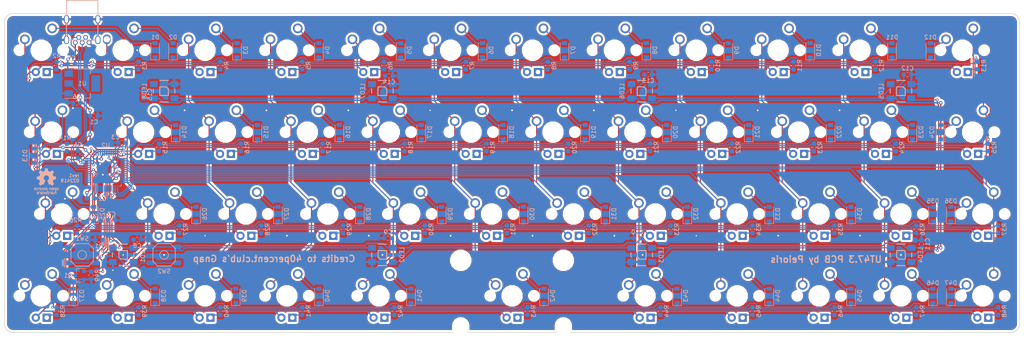
<source format=kicad_pcb>
(kicad_pcb (version 20171130) (host pcbnew "(5.0.1)-4")
  (layers (0 F.Cu signal) (31 B.Cu signal) (34 B.Paste user) (35 F.Paste user) (36 B.SilkS user) (37 F.SilkS user) (38 B.Mask user) (39 F.Mask user) (44 Edge.Cuts user))
  (net 0 "")
  (net 1 GND)
  (net 2 +3V3)
  (net 3 "Net-(C7-Pad2)")
  (net 4 "Net-(MX1-Pad4)")
  (net 5 "Net-(MX2-Pad4)")
  (net 6 "Net-(MX3-Pad4)")
  (net 7 "Net-(MX4-Pad4)")
  (net 8 "Net-(MX5-Pad4)")
  (net 9 "Net-(MX6-Pad4)")
  (net 10 "Net-(MX7-Pad4)")
  (net 11 "Net-(MX8-Pad4)")
  (net 12 "Net-(MX9-Pad4)")
  (net 13 "Net-(MX10-Pad4)")
  (net 14 "Net-(MX11-Pad4)")
  (net 15 "Net-(MX12-Pad4)")
  (net 16 "Net-(MX13-Pad4)")
  (net 17 "Net-(MX14-Pad4)")
  (net 18 "Net-(MX15-Pad4)")
  (net 19 "Net-(MX16-Pad4)")
  (net 20 "Net-(MX17-Pad4)")
  (net 21 "Net-(MX18-Pad4)")
  (net 22 "Net-(MX19-Pad4)")
  (net 23 "Net-(MX20-Pad4)")
  (net 24 "Net-(MX21-Pad4)")
  (net 25 "Net-(MX22-Pad4)")
  (net 26 "Net-(MX23-Pad4)")
  (net 27 "Net-(MX24-Pad4)")
  (net 28 "Net-(MX25-Pad4)")
  (net 29 "Net-(MX26-Pad4)")
  (net 30 "Net-(MX27-Pad4)")
  (net 31 "Net-(MX28-Pad4)")
  (net 32 "Net-(MX29-Pad4)")
  (net 33 "Net-(MX30-Pad4)")
  (net 34 "Net-(MX31-Pad4)")
  (net 35 "Net-(MX32-Pad4)")
  (net 36 "Net-(MX33-Pad4)")
  (net 37 "Net-(MX34-Pad4)")
  (net 38 "Net-(MX35-Pad4)")
  (net 39 "Net-(MX36-Pad4)")
  (net 40 "Net-(MX37-Pad4)")
  (net 41 "Net-(MX38-Pad4)")
  (net 42 "Net-(MX39-Pad4)")
  (net 43 "Net-(MX40-Pad4)")
  (net 44 "Net-(MX41-Pad4)")
  (net 45 "Net-(MX42-Pad4)")
  (net 46 "Net-(MX43-Pad4)")
  (net 47 "Net-(MX44-Pad4)")
  (net 48 "Net-(MX45-Pad4)")
  (net 49 "Net-(MX46-Pad4)")
  (net 50 "Net-(MX47-Pad4)")
  (net 51 "Net-(R1-Pad2)")
  (net 52 "Net-(U2-Pad25)")
  (net 53 "Net-(U2-Pad26)")
  (net 54 "Net-(U2-Pad27)")
  (net 55 "Net-(U2-Pad28)")
  (net 56 "Net-(U2-Pad37)")
  (net 57 "Net-(U2-Pad38)")
  (net 58 "Net-(U2-Pad39)")
  (net 59 "Net-(U2-Pad40)")
  (net 60 "Net-(U2-Pad41)")
  (net 61 "Net-(U2-Pad42)")
  (net 62 "Net-(U2-Pad43)")
  (net 63 "Net-(U2-Pad45)")
  (net 64 "Net-(U2-Pad46)")
  (net 65 "Net-(USB1-Pad4)")
  (net 66 D+)
  (net 67 D-)
  (net 68 "Net-(D1-Pad2)")
  (net 69 "Net-(D2-Pad2)")
  (net 70 "Net-(D3-Pad2)")
  (net 71 "Net-(D4-Pad2)")
  (net 72 "Net-(D5-Pad2)")
  (net 73 "Net-(D6-Pad2)")
  (net 74 "Net-(D7-Pad2)")
  (net 75 "Net-(D8-Pad2)")
  (net 76 "Net-(D9-Pad2)")
  (net 77 "Net-(D10-Pad2)")
  (net 78 "Net-(D11-Pad2)")
  (net 79 "Net-(D12-Pad2)")
  (net 80 "Net-(D13-Pad2)")
  (net 81 "Net-(D14-Pad2)")
  (net 82 "Net-(D15-Pad2)")
  (net 83 "Net-(D16-Pad2)")
  (net 84 "Net-(D17-Pad2)")
  (net 85 "Net-(D18-Pad2)")
  (net 86 "Net-(D19-Pad2)")
  (net 87 "Net-(D20-Pad2)")
  (net 88 "Net-(D21-Pad2)")
  (net 89 "Net-(D22-Pad2)")
  (net 90 "Net-(D23-Pad2)")
  (net 91 "Net-(D24-Pad2)")
  (net 92 "Net-(D25-Pad2)")
  (net 93 "Net-(D26-Pad2)")
  (net 94 "Net-(D27-Pad2)")
  (net 95 "Net-(D28-Pad2)")
  (net 96 "Net-(D29-Pad2)")
  (net 97 "Net-(D30-Pad2)")
  (net 98 "Net-(D31-Pad2)")
  (net 99 "Net-(D32-Pad2)")
  (net 100 "Net-(D33-Pad2)")
  (net 101 "Net-(D34-Pad2)")
  (net 102 "Net-(D35-Pad2)")
  (net 103 "Net-(D36-Pad2)")
  (net 104 "Net-(D37-Pad2)")
  (net 105 "Net-(D38-Pad2)")
  (net 106 "Net-(D39-Pad2)")
  (net 107 "Net-(D40-Pad2)")
  (net 108 "Net-(D41-Pad2)")
  (net 109 "Net-(D42-Pad2)")
  (net 110 "Net-(D43-Pad2)")
  (net 111 "Net-(D44-Pad2)")
  (net 112 "Net-(D45-Pad2)")
  (net 113 "Net-(D46-Pad2)")
  (net 114 "Net-(D47-Pad2)")
  (net 115 +5V)
  (net 116 LED)
  (net 117 colA)
  (net 118 colB)
  (net 119 colC)
  (net 120 colD)
  (net 121 colE)
  (net 122 colF)
  (net 123 colG)
  (net 124 colH)
  (net 125 colI)
  (net 126 colJ)
  (net 127 colK)
  (net 128 colL)
  (net 129 row0)
  (net 130 row1)
  (net 131 row2)
  (net 132 row3)
  (net 133 ws2812)
  (net 134 "Net-(U2-Pad16)")
  (net 135 "Net-(U2-Pad18)")
  (net 136 "Net-(U2-Pad20)")
  (net 137 "Net-(U2-Pad21)")
  (net 138 "Net-(U2-Pad22)")
  (net 139 LEDGND)
  (net 140 "Net-(LED1-Pad2)")
  (net 141 "Net-(LED2-Pad2)")
  (net 142 "Net-(LED3-Pad2)")
  (net 143 "Net-(LED4-Pad2)")
  (net 144 "Net-(LED5-Pad2)")
  (net 145 "Net-(LED6-Pad2)")
  (net 146 "Net-(LED7-Pad2)")
  (net 147 "Net-(LED8-Pad2)")
  (module Symbol:OSHW-Logo_5.7x6mm_SilkScreen (layer B.Cu) (at 10.715616 40.034732 180)
    (fp_text reference REF** hide)
    (fp_text value OSHW-Logo_5.7x6mm_SilkScreen hide)
  )
  (module silkscreen:pb-logo (layer B.Cu) (at 212.0799 9.524992 180)
    (fp_text reference G*** hide)
    (fp_text value LOGO hide)
  )
  (module silkscreen:pb-logo (layer F.Cu) (at 212.0799 9.524992)
    (fp_text reference G*** hide)
    (fp_text value LOGO hide)
  )
  (module MX_Alps_Hybrid:MXOnly-2U-ReversedStabilizers (layer F.Cu) (at 119.0625 66.675)
    (fp_text reference MX42)
    (fp_text value MX-2U)
    (pad 2 thru_hole circle (at 2.54 -5.08) (size 2.25 2.25) (drill 1.47) (layers *.Cu B.Mask) (net 109 "Net-(D42-Pad2)"))
    (pad "" np_thru_hole circle (at 0 0) (size 3.9878 3.9878) (drill 3.9878) (layers *.Cu *.Mask))
    (pad 1 thru_hole circle (at -3.81 -2.54) (size 2.25 2.25) (drill 1.47) (layers *.Cu B.Mask) (net 122 colF))
    (pad 3 thru_hole circle (at -1.27 5.08) (size 1.905 1.905) (drill 1.04) (layers *.Cu B.Mask) (net 115 +5V))
    (pad 4 thru_hole rect (at 1.27 5.08) (size 1.905 1.905) (drill 1.04) (layers *.Cu B.Mask) (net 45 "Net-(MX42-Pad4)"))
    (pad "" np_thru_hole circle (at -5.08 0 48.0996) (size 1.75 1.75) (drill 1.75) (layers *.Cu *.Mask))
    (pad "" np_thru_hole circle (at 5.08 0 48.0996) (size 1.75 1.75) (drill 1.75) (layers *.Cu *.Mask))
    (pad "" np_thru_hole oval (at -11.938 7.785) (size 3.048 4.648) (drill oval 3.048 4.648) (layers *.Cu *.Mask))
    (pad "" np_thru_hole oval (at 11.938 7.785) (size 3.048 4.648) (drill oval 3.048 4.648) (layers *.Cu *.Mask))
    (pad "" np_thru_hole circle (at -11.938 -8.255) (size 3.9878 3.9878) (drill 3.9878) (layers *.Cu *.Mask))
    (pad "" np_thru_hole circle (at 11.938 -8.255) (size 3.9878 3.9878) (drill 3.9878) (layers *.Cu *.Mask))
  )
  (module MX_Alps_Hybrid:MXOnly-1U (layer F.Cu) (at 9.525 66.675)
    (fp_text reference MX37)
    (fp_text value MX-1U)
    (pad 2 thru_hole circle (at 2.54 -5.08) (size 2.25 2.25) (drill 1.47) (layers *.Cu B.Mask) (net 104 "Net-(D37-Pad2)"))
    (pad "" np_thru_hole circle (at 0 0) (size 3.9878 3.9878) (drill 3.9878) (layers *.Cu *.Mask))
    (pad 1 thru_hole circle (at -3.81 -2.54) (size 2.25 2.25) (drill 1.47) (layers *.Cu B.Mask) (net 117 colA))
    (pad 3 thru_hole circle (at -1.27 5.08) (size 1.905 1.905) (drill 1.04) (layers *.Cu B.Mask) (net 115 +5V))
    (pad 4 thru_hole rect (at 1.27 5.08) (size 1.905 1.905) (drill 1.04) (layers *.Cu B.Mask) (net 40 "Net-(MX37-Pad4)"))
    (pad "" np_thru_hole circle (at -5.08 0 48.0996) (size 1.75 1.75) (drill 1.75) (layers *.Cu *.Mask))
    (pad "" np_thru_hole circle (at 5.08 0 48.0996) (size 1.75 1.75) (drill 1.75) (layers *.Cu *.Mask))
  )
  (module Package_QFP:LQFP-48_7x7mm_P0.5mm (layer B.Cu) (at 24.525 37.525 180)
    (fp_text reference U2 (at 0 5.85 180) (layer B.SilkS) (effects (justify mirror)))
    (fp_text value STM32F072CBTx)
    (pad 1 smd roundrect (at -4.1625 2.75 180) (size 1.475 0.3) (layers B.Cu B.Paste B.Mask) (net 2 +3V3) (clearance 0.05))
    (pad 2 smd roundrect (at -4.1625 2.25 180) (size 1.475 0.3) (layers B.Cu B.Paste B.Mask) (net 128 colL) (clearance 0.05))
    (pad 3 smd roundrect (at -4.1625 1.75 180) (size 1.475 0.3) (layers B.Cu B.Paste B.Mask) (net 127 colK))
    (pad 4 smd roundrect (at -4.1625 1.25 180) (size 1.475 0.3) (layers B.Cu B.Paste B.Mask) (net 126 colJ))
    (pad 5 smd roundrect (at -4.1625 0.75 180) (size 1.475 0.3) (layers B.Cu B.Paste B.Mask) (net 125 colI))
    (pad 6 smd roundrect (at -4.1625 0.25 180) (size 1.475 0.3) (layers B.Cu B.Paste B.Mask) (net 124 colH))
    (pad 7 smd roundrect (at -4.1625 -0.25 180) (size 1.475 0.3) (layers B.Cu B.Paste B.Mask) (net 3 "Net-(C7-Pad2)") (clearance 0.05))
    (pad 8 smd roundrect (at -4.1625 -0.75 180) (size 1.475 0.3) (layers B.Cu B.Paste B.Mask) (net 1 GND) (clearance 0.05))
    (pad 9 smd roundrect (at -4.1625 -1.25 180) (size 1.475 0.3) (layers B.Cu B.Paste B.Mask) (net 2 +3V3) (clearance 0.05))
    (pad 10 smd roundrect (at -4.1625 -1.75 180) (size 1.475 0.3) (layers B.Cu B.Paste B.Mask) (net 123 colG))
    (pad 11 smd roundrect (at -4.1625 -2.25 180) (size 1.475 0.3) (layers B.Cu B.Paste B.Mask) (net 122 colF))
    (pad 12 smd roundrect (at -4.1625 -2.75 180) (size 1.475 0.3) (layers B.Cu B.Paste B.Mask) (net 121 colE))
    (pad 13 smd roundrect (at -2.75 -4.1625 180) (size 0.3 1.475) (layers B.Cu B.Paste B.Mask) (net 120 colD))
    (pad 14 smd roundrect (at -2.25 -4.1625 180) (size 0.3 1.475) (layers B.Cu B.Paste B.Mask) (net 119 colC))
    (pad 15 smd roundrect (at -1.75 -4.1625 180) (size 0.3 1.475) (layers B.Cu B.Paste B.Mask) (net 118 colB))
    (pad 16 smd roundrect (at -1.25 -4.1625 180) (size 0.3 1.475) (layers B.Cu B.Paste B.Mask) (net 134 "Net-(U2-Pad16)"))
    (pad 17 smd roundrect (at -0.75 -4.1625 180) (size 0.3 1.475) (layers B.Cu B.Paste B.Mask) (net 133 ws2812))
    (pad 18 smd roundrect (at -0.25 -4.1625 180) (size 0.3 1.475) (layers B.Cu B.Paste B.Mask) (net 135 "Net-(U2-Pad18)"))
    (pad 19 smd roundrect (at 0.25 -4.1625 180) (size 0.3 1.475) (layers B.Cu B.Paste B.Mask) (net 116 LED))
    (pad 20 smd roundrect (at 0.75 -4.1625 180) (size 0.3 1.475) (layers B.Cu B.Paste B.Mask) (net 136 "Net-(U2-Pad20)"))
    (pad 21 smd roundrect (at 1.25 -4.1625 180) (size 0.3 1.475) (layers B.Cu B.Paste B.Mask) (net 137 "Net-(U2-Pad21)"))
    (pad 22 smd roundrect (at 1.75 -4.1625 180) (size 0.3 1.475) (layers B.Cu B.Paste B.Mask) (net 138 "Net-(U2-Pad22)") (clearance 0.05))
    (pad 23 smd roundrect (at 2.25 -4.1625 180) (size 0.3 1.475) (layers B.Cu B.Paste B.Mask) (net 1 GND) (clearance 0.05))
    (pad 24 smd roundrect (at 2.75 -4.1625 180) (size 0.3 1.475) (layers B.Cu B.Paste B.Mask) (net 2 +3V3) (clearance 0.05))
    (pad 25 smd roundrect (at 4.1625 -2.75 180) (size 1.475 0.3) (layers B.Cu B.Paste B.Mask) (net 52 "Net-(U2-Pad25)"))
    (pad 26 smd roundrect (at 4.1625 -2.25 180) (size 1.475 0.3) (layers B.Cu B.Paste B.Mask) (net 53 "Net-(U2-Pad26)"))
    (pad 27 smd roundrect (at 4.1625 -1.75 180) (size 1.475 0.3) (layers B.Cu B.Paste B.Mask) (net 54 "Net-(U2-Pad27)"))
    (pad 28 smd roundrect (at 4.1625 -1.25 180) (size 1.475 0.3) (layers B.Cu B.Paste B.Mask) (net 55 "Net-(U2-Pad28)"))
    (pad 29 smd roundrect (at 4.1625 -0.75 180) (size 1.475 0.3) (layers B.Cu B.Paste B.Mask) (net 131 row2))
    (pad 30 smd roundrect (at 4.1625 -0.25 180) (size 1.475 0.3) (layers B.Cu B.Paste B.Mask) (net 132 row3))
    (pad 31 smd roundrect (at 4.1625 0.25 180) (size 1.475 0.3) (layers B.Cu B.Paste B.Mask) (net 117 colA))
    (pad 32 smd roundrect (at 4.1625 0.75 180) (size 1.475 0.3) (layers B.Cu B.Paste B.Mask) (net 67 D-))
    (pad 33 smd roundrect (at 4.1625 1.25 180) (size 1.475 0.3) (layers B.Cu B.Paste B.Mask) (net 66 D+))
    (pad 34 smd roundrect (at 4.1625 1.75 180) (size 1.475 0.3) (layers B.Cu B.Paste B.Mask) (net 130 row1) (clearance 0.05))
    (pad 35 smd roundrect (at 4.1625 2.25 180) (size 1.475 0.3) (layers B.Cu B.Paste B.Mask) (net 1 GND) (clearance 0.05))
    (pad 36 smd roundrect (at 4.1625 2.75 180) (size 1.475 0.3) (layers B.Cu B.Paste B.Mask) (net 2 +3V3) (clearance 0.05))
    (pad 37 smd roundrect (at 2.75 4.1625 180) (size 0.3 1.475) (layers B.Cu B.Paste B.Mask) (net 56 "Net-(U2-Pad37)"))
    (pad 38 smd roundrect (at 2.25 4.1625 180) (size 0.3 1.475) (layers B.Cu B.Paste B.Mask) (net 57 "Net-(U2-Pad38)"))
    (pad 39 smd roundrect (at 1.75 4.1625 180) (size 0.3 1.475) (layers B.Cu B.Paste B.Mask) (net 58 "Net-(U2-Pad39)"))
    (pad 40 smd roundrect (at 1.25 4.1625 180) (size 0.3 1.475) (layers B.Cu B.Paste B.Mask) (net 59 "Net-(U2-Pad40)"))
    (pad 41 smd roundrect (at 0.75 4.1625 180) (size 0.3 1.475) (layers B.Cu B.Paste B.Mask) (net 60 "Net-(U2-Pad41)"))
    (pad 42 smd roundrect (at 0.25 4.1625 180) (size 0.3 1.475) (layers B.Cu B.Paste B.Mask) (net 61 "Net-(U2-Pad42)"))
    (pad 43 smd roundrect (at -0.25 4.1625 180) (size 0.3 1.475) (layers B.Cu B.Paste B.Mask) (net 62 "Net-(U2-Pad43)"))
    (pad 44 smd roundrect (at -0.75 4.1625 180) (size 0.3 1.475) (layers B.Cu B.Paste B.Mask) (net 51 "Net-(R1-Pad2)"))
    (pad 45 smd roundrect (at -1.25 4.1625 180) (size 0.3 1.475) (layers B.Cu B.Paste B.Mask) (net 63 "Net-(U2-Pad45)"))
    (pad 46 smd roundrect (at -1.75 4.1625 180) (size 0.3 1.475) (layers B.Cu B.Paste B.Mask) (net 64 "Net-(U2-Pad46)") (clearance 0.05))
    (pad 47 smd roundrect (at -2.25 4.1625 180) (size 0.3 1.475) (layers B.Cu B.Paste B.Mask) (net 1 GND) (clearance 0.05))
    (pad 48 smd roundrect (at -2.75 4.1625 180) (size 0.3 1.475) (layers B.Cu B.Paste B.Mask) (net 2 +3V3) (clearance 0.05))
  )
  (module MX_Alps_Hybrid:MXOnly-1U (layer F.Cu) (at 200.025 9.525)
    (fp_text reference MX11)
    (fp_text value MX-1U)
    (pad "" np_thru_hole circle (at 5.08 0 48.0996) (size 1.75 1.75) (drill 1.75) (layers *.Cu *.Mask))
    (pad "" np_thru_hole circle (at -5.08 0 48.0996) (size 1.75 1.75) (drill 1.75) (layers *.Cu *.Mask))
    (pad 4 thru_hole rect (at 1.27 5.08) (size 1.905 1.905) (drill 1.04) (layers *.Cu B.Mask) (net 14 "Net-(MX11-Pad4)"))
    (pad 3 thru_hole circle (at -1.27 5.08) (size 1.905 1.905) (drill 1.04) (layers *.Cu B.Mask) (net 115 +5V))
    (pad 1 thru_hole circle (at -3.81 -2.54) (size 2.25 2.25) (drill 1.47) (layers *.Cu B.Mask) (net 127 colK))
    (pad "" np_thru_hole circle (at 0 0) (size 3.9878 3.9878) (drill 3.9878) (layers *.Cu *.Mask))
    (pad 2 thru_hole circle (at 2.54 -5.08) (size 2.25 2.25) (drill 1.47) (layers *.Cu B.Mask) (net 78 "Net-(D11-Pad2)"))
  )
  (module MX_Alps_Hybrid:MXOnly-1U (layer F.Cu) (at 190.5 47.625)
    (fp_text reference MX34)
    (fp_text value MX-1U)
    (pad "" np_thru_hole circle (at 5.08 0 48.0996) (size 1.75 1.75) (drill 1.75) (layers *.Cu *.Mask))
    (pad "" np_thru_hole circle (at -5.08 0 48.0996) (size 1.75 1.75) (drill 1.75) (layers *.Cu *.Mask))
    (pad 4 thru_hole rect (at 1.27 5.08) (size 1.905 1.905) (drill 1.04) (layers *.Cu B.Mask) (net 37 "Net-(MX34-Pad4)"))
    (pad 3 thru_hole circle (at -1.27 5.08) (size 1.905 1.905) (drill 1.04) (layers *.Cu B.Mask) (net 115 +5V))
    (pad 1 thru_hole circle (at -3.81 -2.54) (size 2.25 2.25) (drill 1.47) (layers *.Cu B.Mask) (net 126 colJ))
    (pad "" np_thru_hole circle (at 0 0) (size 3.9878 3.9878) (drill 3.9878) (layers *.Cu *.Mask))
    (pad 2 thru_hole circle (at 2.54 -5.08) (size 2.25 2.25) (drill 1.47) (layers *.Cu B.Mask) (net 101 "Net-(D34-Pad2)"))
  )
  (module MX_Alps_Hybrid:MXOnly-1.5U (layer F.Cu) (at 14.2875 47.625)
    (fp_text reference MX25)
    (fp_text value MX-1.5U)
    (pad 2 thru_hole circle (at 2.54 -5.08) (size 2.25 2.25) (drill 1.47) (layers *.Cu B.Mask) (net 92 "Net-(D25-Pad2)"))
    (pad "" np_thru_hole circle (at 0 0) (size 3.9878 3.9878) (drill 3.9878) (layers *.Cu *.Mask))
    (pad 1 thru_hole circle (at -3.81 -2.54) (size 2.25 2.25) (drill 1.47) (layers *.Cu B.Mask) (net 117 colA))
    (pad 3 thru_hole circle (at -1.27 5.08) (size 1.905 1.905) (drill 1.04) (layers *.Cu B.Mask) (net 115 +5V))
    (pad 4 thru_hole rect (at 1.27 5.08) (size 1.905 1.905) (drill 1.04) (layers *.Cu B.Mask) (net 28 "Net-(MX25-Pad4)"))
    (pad "" np_thru_hole circle (at -5.08 0 48.0996) (size 1.75 1.75) (drill 1.75) (layers *.Cu *.Mask))
    (pad "" np_thru_hole circle (at 5.08 0 48.0996) (size 1.75 1.75) (drill 1.75) (layers *.Cu *.Mask))
  )
  (module Diode_SMD:D_SOD-123 (layer B.Cu) (at 7.739056 34.06872 90)
    (fp_text reference D13 (at 0 -2 90) (layer B.SilkS) (effects (justify mirror)))
    (fp_text value D)
    (pad 2 smd rect (at 1.65 0 90) (size 0.9 1.2) (layers B.Cu B.Paste B.Mask) (net 80 "Net-(D13-Pad2)"))
    (pad 1 smd rect (at -1.65 0 90) (size 0.9 1.2) (layers B.Cu B.Paste B.Mask) (net 130 row1))
  )
  (module MX_Alps_Hybrid:MXOnly-1U (layer F.Cu) (at 38.1 47.625)
    (fp_text reference MX26)
    (fp_text value MX-1U)
    (pad 2 thru_hole circle (at 2.54 -5.08) (size 2.25 2.25) (drill 1.47) (layers *.Cu B.Mask) (net 93 "Net-(D26-Pad2)"))
    (pad "" np_thru_hole circle (at 0 0) (size 3.9878 3.9878) (drill 3.9878) (layers *.Cu *.Mask))
    (pad 1 thru_hole circle (at -3.81 -2.54) (size 2.25 2.25) (drill 1.47) (layers *.Cu B.Mask) (net 118 colB))
    (pad 3 thru_hole circle (at -1.27 5.08) (size 1.905 1.905) (drill 1.04) (layers *.Cu B.Mask) (net 115 +5V))
    (pad 4 thru_hole rect (at 1.27 5.08) (size 1.905 1.905) (drill 1.04) (layers *.Cu B.Mask) (net 29 "Net-(MX26-Pad4)"))
    (pad "" np_thru_hole circle (at -5.08 0 48.0996) (size 1.75 1.75) (drill 1.75) (layers *.Cu *.Mask))
    (pad "" np_thru_hole circle (at 5.08 0 48.0996) (size 1.75 1.75) (drill 1.75) (layers *.Cu *.Mask))
  )
  (module tact_switches:K2-1187SQ-A4SW-06 (layer B.Cu) (at 19.049984 57.149952 180)
    (fp_text reference SW1 (at 0 3.81 180) (layer B.SilkS) (effects (justify mirror)))
    (fp_text value K2-1187SQ-A4SW-06)
    (pad 2 smd rect (at 3.1 -1.85 180) (size 1.8 1.1) (layers B.Cu B.Paste B.Mask) (net 3 "Net-(C7-Pad2)"))
    (pad 2 smd rect (at -3.1 -1.85 180) (size 1.8 1.1) (layers B.Cu B.Paste B.Mask) (net 3 "Net-(C7-Pad2)"))
    (pad 1 smd rect (at 3.1 1.85 180) (size 1.8 1.1) (layers B.Cu B.Paste B.Mask) (net 1 GND))
    (pad 1 smd rect (at -3.1 1.85 180) (size 1.8 1.1) (layers B.Cu B.Paste B.Mask) (net 1 GND))
  )
  (module MX_Alps_Hybrid:MXOnly-1U (layer F.Cu) (at 33.3375 28.575)
    (fp_text reference MX14)
    (fp_text value MX-1U)
    (pad "" np_thru_hole circle (at 5.08 0 48.0996) (size 1.75 1.75) (drill 1.75) (layers *.Cu *.Mask))
    (pad "" np_thru_hole circle (at -5.08 0 48.0996) (size 1.75 1.75) (drill 1.75) (layers *.Cu *.Mask))
    (pad 4 thru_hole rect (at 1.27 5.08) (size 1.905 1.905) (drill 1.04) (layers *.Cu B.Mask) (net 17 "Net-(MX14-Pad4)"))
    (pad 3 thru_hole circle (at -1.27 5.08) (size 1.905 1.905) (drill 1.04) (layers *.Cu B.Mask) (net 115 +5V))
    (pad 1 thru_hole circle (at -3.81 -2.54) (size 2.25 2.25) (drill 1.47) (layers *.Cu B.Mask) (net 118 colB))
    (pad "" np_thru_hole circle (at 0 0) (size 3.9878 3.9878) (drill 3.9878) (layers *.Cu *.Mask))
    (pad 2 thru_hole circle (at 2.54 -5.08) (size 2.25 2.25) (drill 1.47) (layers *.Cu B.Mask) (net 81 "Net-(D14-Pad2)"))
  )
  (module MX_Alps_Hybrid:MXOnly-1.25U (layer F.Cu) (at 11.90625 28.575)
    (fp_text reference MX13)
    (fp_text value MX-1.25U)
    (pad "" np_thru_hole circle (at 5.08 0 48.0996) (size 1.75 1.75) (drill 1.75) (layers *.Cu *.Mask))
    (pad "" np_thru_hole circle (at -5.08 0 48.0996) (size 1.75 1.75) (drill 1.75) (layers *.Cu *.Mask))
    (pad 4 thru_hole rect (at 1.27 5.08) (size 1.905 1.905) (drill 1.04) (layers *.Cu B.Mask) (net 16 "Net-(MX13-Pad4)"))
    (pad 3 thru_hole circle (at -1.27 5.08) (size 1.905 1.905) (drill 1.04) (layers *.Cu B.Mask) (net 115 +5V))
    (pad 1 thru_hole circle (at -3.81 -2.54) (size 2.25 2.25) (drill 1.47) (layers *.Cu B.Mask) (net 117 colA))
    (pad "" np_thru_hole circle (at 0 0) (size 3.9878 3.9878) (drill 3.9878) (layers *.Cu *.Mask))
    (pad 2 thru_hole circle (at 2.54 -5.08) (size 2.25 2.25) (drill 1.47) (layers *.Cu B.Mask) (net 80 "Net-(D13-Pad2)"))
  )
  (module MX_Alps_Hybrid:MXOnly-1U (layer F.Cu) (at 28.575 9.525)
    (fp_text reference MX2)
    (fp_text value MX-1U)
    (pad "" np_thru_hole circle (at 5.08 0 48.0996) (size 1.75 1.75) (drill 1.75) (layers *.Cu *.Mask))
    (pad "" np_thru_hole circle (at -5.08 0 48.0996) (size 1.75 1.75) (drill 1.75) (layers *.Cu *.Mask))
    (pad 4 thru_hole rect (at 1.27 5.08) (size 1.905 1.905) (drill 1.04) (layers *.Cu B.Mask) (net 5 "Net-(MX2-Pad4)"))
    (pad 3 thru_hole circle (at -1.27 5.08) (size 1.905 1.905) (drill 1.04) (layers *.Cu B.Mask) (net 115 +5V))
    (pad 1 thru_hole oval (at -3.81 -2.54) (size 1.75 2.25) (drill 1.47) (layers *.Cu B.Mask) (net 118 colB))
    (pad "" np_thru_hole circle (at 0 0) (size 3.9878 3.9878) (drill 3.9878) (layers *.Cu *.Mask))
    (pad 2 thru_hole circle (at 2.54 -5.08) (size 2.25 2.25) (drill 1.47) (layers *.Cu B.Mask) (net 69 "Net-(D2-Pad2)"))
  )
  (module MX_Alps_Hybrid:MXOnly-1U (layer F.Cu) (at 180.975 9.525)
    (fp_text reference MX10)
    (fp_text value MX-1U)
    (pad 2 thru_hole circle (at 2.54 -5.08) (size 2.25 2.25) (drill 1.47) (layers *.Cu B.Mask) (net 77 "Net-(D10-Pad2)"))
    (pad "" np_thru_hole circle (at 0 0) (size 3.9878 3.9878) (drill 3.9878) (layers *.Cu *.Mask))
    (pad 1 thru_hole circle (at -3.81 -2.54) (size 2.25 2.25) (drill 1.47) (layers *.Cu B.Mask) (net 126 colJ))
    (pad 3 thru_hole circle (at -1.27 5.08) (size 1.905 1.905) (drill 1.04) (layers *.Cu B.Mask) (net 115 +5V))
    (pad 4 thru_hole rect (at 1.27 5.08) (size 1.905 1.905) (drill 1.04) (layers *.Cu B.Mask) (net 13 "Net-(MX10-Pad4)"))
    (pad "" np_thru_hole circle (at -5.08 0 48.0996) (size 1.75 1.75) (drill 1.75) (layers *.Cu *.Mask))
    (pad "" np_thru_hole circle (at 5.08 0 48.0996) (size 1.75 1.75) (drill 1.75) (layers *.Cu *.Mask))
  )
  (module Diode_SMD:D_SOD-123 (layer B.Cu) (at 218.77716 28.574976 90)
    (fp_text reference D24 (at 0 -2 90) (layer B.SilkS) (effects (justify mirror)))
    (fp_text value D)
    (pad 2 smd rect (at 1.65 0 90) (size 0.9 1.2) (layers B.Cu B.Paste B.Mask) (net 91 "Net-(D24-Pad2)"))
    (pad 1 smd rect (at -1.65 0 90) (size 0.9 1.2) (layers B.Cu B.Paste B.Mask) (net 130 row1))
  )
  (module Resistor_SMD:R_0603_1608Metric_Pad1.05x0.95mm_HandSolder (layer B.Cu) (at 13.096864 70.246816 90)
    (fp_text reference R38 (at 0 1.43 90) (layer B.SilkS) (effects (justify mirror)))
    (fp_text value 470)
    (pad 2 smd roundrect (at 0.875 0 90) (size 1.05 0.95) (layers B.Cu B.Paste B.Mask) (net 139 LEDGND))
    (pad 1 smd roundrect (at -0.875 0 90) (size 1.05 0.95) (layers B.Cu B.Paste B.Mask) (net 40 "Net-(MX37-Pad4)"))
  )
  (module MX_Alps_Hybrid:MXOnly-1U (layer F.Cu) (at 9.525 9.525)
    (fp_text reference MX1)
    (fp_text value MX-1U)
    (pad 2 thru_hole circle (at 2.54 -5.08) (size 2.25 2.25) (drill 1.47) (layers *.Cu B.Mask) (net 68 "Net-(D1-Pad2)"))
    (pad "" np_thru_hole circle (at 0 0) (size 3.9878 3.9878) (drill 3.9878) (layers *.Cu *.Mask))
    (pad 1 thru_hole circle (at -3.81 -2.54) (size 2.25 2.25) (drill 1.47) (layers *.Cu B.Mask) (net 117 colA))
    (pad 3 thru_hole circle (at -1.27 5.08) (size 1.905 1.905) (drill 1.04) (layers *.Cu B.Mask) (net 115 +5V))
    (pad 4 thru_hole rect (at 1.27 5.08) (size 1.905 1.905) (drill 1.04) (layers *.Cu B.Mask) (net 4 "Net-(MX1-Pad4)"))
    (pad "" np_thru_hole circle (at -5.08 0 48.0996) (size 1.75 1.75) (drill 1.75) (layers *.Cu *.Mask))
    (pad "" np_thru_hole circle (at 5.08 0 48.0996) (size 1.75 1.75) (drill 1.75) (layers *.Cu *.Mask))
  )
  (module MX_Alps_Hybrid:MXOnly-1U (layer F.Cu) (at 228.6 66.675)
    (fp_text reference MX47)
    (fp_text value MX-1U)
    (pad "" np_thru_hole circle (at 5.08 0 48.0996) (size 1.75 1.75) (drill 1.75) (layers *.Cu *.Mask))
    (pad "" np_thru_hole circle (at -5.08 0 48.0996) (size 1.75 1.75) (drill 1.75) (layers *.Cu *.Mask))
    (pad 4 thru_hole rect (at 1.27 5.08) (size 1.905 1.905) (drill 1.04) (layers *.Cu B.Mask) (net 50 "Net-(MX47-Pad4)"))
    (pad 3 thru_hole circle (at -1.27 5.08) (size 1.905 1.905) (drill 1.04) (layers *.Cu B.Mask) (net 115 +5V))
    (pad 1 thru_hole circle (at -3.81 -2.54) (size 2.25 2.25) (drill 1.47) (layers *.Cu B.Mask) (net 114 "Net-(D47-Pad2)"))
    (pad "" np_thru_hole circle (at 0 0) (size 3.9878 3.9878) (drill 3.9878) (layers *.Cu *.Mask))
    (pad 2 thru_hole circle (at 2.54 -5.08) (size 2.25 2.25) (drill 1.47) (layers *.Cu B.Mask) (net 128 colL))
  )
  (module MX_Alps_Hybrid:MXOnly-1U (layer F.Cu) (at 209.55 66.675)
    (fp_text reference MX46)
    (fp_text value MX-1U)
    (pad 2 thru_hole circle (at 2.54 -5.08) (size 2.25 2.25) (drill 1.47) (layers *.Cu B.Mask) (net 113 "Net-(D46-Pad2)"))
    (pad "" np_thru_hole circle (at 0 0) (size 3.9878 3.9878) (drill 3.9878) (layers *.Cu *.Mask))
    (pad 1 thru_hole circle (at -3.81 -2.54) (size 2.25 2.25) (drill 1.47) (layers *.Cu B.Mask) (net 127 colK))
    (pad 3 thru_hole circle (at -1.27 5.08) (size 1.905 1.905) (drill 1.04) (layers *.Cu B.Mask) (net 115 +5V))
    (pad 4 thru_hole rect (at 1.27 5.08) (size 1.905 1.905) (drill 1.04) (layers *.Cu B.Mask) (net 49 "Net-(MX46-Pad4)"))
    (pad "" np_thru_hole circle (at -5.08 0 48.0996) (size 1.75 1.75) (drill 1.75) (layers *.Cu *.Mask))
    (pad "" np_thru_hole circle (at 5.08 0 48.0996) (size 1.75 1.75) (drill 1.75) (layers *.Cu *.Mask))
  )
  (module MX_Alps_Hybrid:MXOnly-1U (layer F.Cu) (at 133.35 47.625)
    (fp_text reference MX31)
    (fp_text value MX-1U)
    (pad 2 thru_hole circle (at 2.54 -5.08) (size 2.25 2.25) (drill 1.47) (layers *.Cu B.Mask) (net 98 "Net-(D31-Pad2)"))
    (pad "" np_thru_hole circle (at 0 0) (size 3.9878 3.9878) (drill 3.9878) (layers *.Cu *.Mask))
    (pad 1 thru_hole circle (at -3.81 -2.54) (size 2.25 2.25) (drill 1.47) (layers *.Cu B.Mask) (net 123 colG))
    (pad 3 thru_hole circle (at -1.27 5.08) (size 1.905 1.905) (drill 1.04) (layers *.Cu B.Mask) (net 115 +5V))
    (pad 4 thru_hole rect (at 1.27 5.08) (size 1.905 1.905) (drill 1.04) (layers *.Cu B.Mask) (net 34 "Net-(MX31-Pad4)"))
    (pad "" np_thru_hole circle (at -5.08 0 48.0996) (size 1.75 1.75) (drill 1.75) (layers *.Cu *.Mask))
    (pad "" np_thru_hole circle (at 5.08 0 48.0996) (size 1.75 1.75) (drill 1.75) (layers *.Cu *.Mask))
  )
  (module MX_Alps_Hybrid:MXOnly-1U (layer F.Cu) (at 204.7875 28.575)
    (fp_text reference MX23)
    (fp_text value MX-1U)
    (pad 2 thru_hole circle (at 2.54 -5.08) (size 2.25 2.25) (drill 1.47) (layers *.Cu B.Mask) (net 90 "Net-(D23-Pad2)"))
    (pad "" np_thru_hole circle (at 0 0) (size 3.9878 3.9878) (drill 3.9878) (layers *.Cu *.Mask))
    (pad 1 thru_hole circle (at -3.81 -2.54) (size 2.25 2.25) (drill 1.47) (layers *.Cu B.Mask) (net 127 colK))
    (pad 3 thru_hole circle (at -1.27 5.08) (size 1.905 1.905) (drill 1.04) (layers *.Cu B.Mask) (net 115 +5V))
    (pad 4 thru_hole rect (at 1.27 5.08) (size 1.905 1.905) (drill 1.04) (layers *.Cu B.Mask) (net 26 "Net-(MX23-Pad4)"))
    (pad "" np_thru_hole circle (at -5.08 0 48.0996) (size 1.75 1.75) (drill 1.75) (layers *.Cu *.Mask))
    (pad "" np_thru_hole circle (at 5.08 0 48.0996) (size 1.75 1.75) (drill 1.75) (layers *.Cu *.Mask))
  )
  (module MX_Alps_Hybrid:MXOnly-1.5U (layer F.Cu) (at 223.8375 9.525)
    (fp_text reference MX12)
    (fp_text value MX-1.5U)
    (pad "" np_thru_hole circle (at 5.08 0 48.0996) (size 1.75 1.75) (drill 1.75) (layers *.Cu *.Mask))
    (pad "" np_thru_hole circle (at -5.08 0 48.0996) (size 1.75 1.75) (drill 1.75) (layers *.Cu *.Mask))
    (pad 4 thru_hole rect (at 1.27 5.08) (size 1.905 1.905) (drill 1.04) (layers *.Cu B.Mask) (net 15 "Net-(MX12-Pad4)"))
    (pad 3 thru_hole circle (at -1.27 5.08) (size 1.905 1.905) (drill 1.04) (layers *.Cu B.Mask) (net 115 +5V))
    (pad 1 thru_hole circle (at -3.81 -2.54) (size 2.25 2.25) (drill 1.47) (layers *.Cu B.Mask) (net 79 "Net-(D12-Pad2)"))
    (pad "" np_thru_hole circle (at 0 0) (size 3.9878 3.9878) (drill 3.9878) (layers *.Cu *.Mask))
    (pad 2 thru_hole circle (at 2.54 -5.08) (size 2.25 2.25) (drill 1.47) (layers *.Cu B.Mask) (net 128 colL))
  )
  (module Capacitor_SMD:C_0603_1608Metric_Pad1.05x0.95mm_HandSolder (layer B.Cu) (at 21.775 24.775)
    (fp_text reference C1 (at 0 1.43) (layer B.SilkS) (effects (justify mirror)))
    (fp_text value 4.7uF)
    (pad 2 smd roundrect (at 0.875 0) (size 1.05 0.95) (layers B.Cu B.Paste B.Mask) (net 1 GND))
    (pad 1 smd roundrect (at -0.875 0) (size 1.05 0.95) (layers B.Cu B.Paste B.Mask) (net 2 +3V3))
  )
  (module Capacitor_SMD:C_0603_1608Metric_Pad1.05x0.95mm_HandSolder (layer B.Cu) (at 21.025 44.025)
    (fp_text reference C2 (at 2.705 0.015) (layer B.SilkS) (effects (justify mirror)))
    (fp_text value 100nF)
    (pad 1 smd roundrect (at -0.875 0) (size 1.05 0.95) (layers B.Cu B.Paste B.Mask) (net 2 +3V3))
    (pad 2 smd roundrect (at 0.875 0) (size 1.05 0.95) (layers B.Cu B.Paste B.Mask) (net 1 GND))
  )
  (module Capacitor_SMD:C_0603_1608Metric_Pad1.05x0.95mm_HandSolder (layer B.Cu) (at 28.275 31.025 180)
    (fp_text reference C3 (at 1.485 1.265 180) (layer B.SilkS) (effects (justify mirror)))
    (fp_text value 100nF)
    (pad 2 smd roundrect (at 0.875 0 180) (size 1.05 0.95) (layers B.Cu B.Paste B.Mask) (net 1 GND))
    (pad 1 smd roundrect (at -0.875 0 180) (size 1.05 0.95) (layers B.Cu B.Paste B.Mask) (net 2 +3V3))
  )
  (module Capacitor_SMD:C_0603_1608Metric_Pad1.05x0.95mm_HandSolder (layer B.Cu) (at 18.025 33.775 270)
    (fp_text reference C4 (at -2.255 0.005) (layer B.SilkS) (effects (justify mirror)))
    (fp_text value 100nF)
    (pad 1 smd roundrect (at -0.875 0 270) (size 1.05 0.95) (layers B.Cu B.Paste B.Mask) (net 2 +3V3))
    (pad 2 smd roundrect (at 0.875 0 270) (size 1.05 0.95) (layers B.Cu B.Paste B.Mask) (net 1 GND))
  )
  (module Capacitor_SMD:C_0603_1608Metric_Pad1.05x0.95mm_HandSolder (layer B.Cu) (at 16.525 12.775 180)
    (fp_text reference C5 (at 0 1.43 180) (layer B.SilkS) (effects (justify mirror)))
    (fp_text value 10uF)
    (pad 1 smd roundrect (at -0.875 0 180) (size 1.05 0.95) (layers B.Cu B.Paste B.Mask) (net 1 GND))
    (pad 2 smd roundrect (at 0.875 0 180) (size 1.05 0.95) (layers B.Cu B.Paste B.Mask) (net 115 +5V))
  )
  (module Capacitor_SMD:C_0603_1608Metric_Pad1.05x0.95mm_HandSolder (layer B.Cu) (at 17.775 21.775 180)
    (fp_text reference C6 (at 0 1.43 180) (layer B.SilkS) (effects (justify mirror)))
    (fp_text value 10uF)
    (pad 2 smd roundrect (at 0.875 0 180) (size 1.05 0.95) (layers B.Cu B.Paste B.Mask) (net 1 GND))
    (pad 1 smd roundrect (at -0.875 0 180) (size 1.05 0.95) (layers B.Cu B.Paste B.Mask) (net 2 +3V3))
  )
  (module Capacitor_SMD:C_0603_1608Metric_Pad1.05x0.95mm_HandSolder (layer B.Cu) (at 25.896072 49.11324 180)
    (fp_text reference C7 (at 0 1.43 180) (layer B.SilkS) (effects (justify mirror)))
    (fp_text value 100nF)
    (pad 1 smd roundrect (at -0.875 0 180) (size 1.05 0.95) (layers B.Cu B.Paste B.Mask) (net 1 GND))
    (pad 2 smd roundrect (at 0.875 0 180) (size 1.05 0.95) (layers B.Cu B.Paste B.Mask) (net 3 "Net-(C7-Pad2)"))
  )
  (module MX_Alps_Hybrid:MXOnly-1U (layer F.Cu) (at 47.625 9.525)
    (fp_text reference MX3)
    (fp_text value MX-1U)
    (pad 2 thru_hole circle (at 2.54 -5.08) (size 2.25 2.25) (drill 1.47) (layers *.Cu B.Mask) (net 70 "Net-(D3-Pad2)"))
    (pad "" np_thru_hole circle (at 0 0) (size 3.9878 3.9878) (drill 3.9878) (layers *.Cu *.Mask))
    (pad 1 thru_hole circle (at -3.81 -2.54) (size 2.25 2.25) (drill 1.47) (layers *.Cu B.Mask) (net 119 colC))
    (pad 3 thru_hole circle (at -1.27 5.08) (size 1.905 1.905) (drill 1.04) (layers *.Cu B.Mask) (net 115 +5V))
    (pad 4 thru_hole rect (at 1.27 5.08) (size 1.905 1.905) (drill 1.04) (layers *.Cu B.Mask) (net 6 "Net-(MX3-Pad4)"))
    (pad "" np_thru_hole circle (at -5.08 0 48.0996) (size 1.75 1.75) (drill 1.75) (layers *.Cu *.Mask))
    (pad "" np_thru_hole circle (at 5.08 0 48.0996) (size 1.75 1.75) (drill 1.75) (layers *.Cu *.Mask))
  )
  (module MX_Alps_Hybrid:MXOnly-1U (layer F.Cu) (at 66.675 9.525)
    (fp_text reference MX4)
    (fp_text value MX-1U)
    (pad "" np_thru_hole circle (at 5.08 0 48.0996) (size 1.75 1.75) (drill 1.75) (layers *.Cu *.Mask))
    (pad "" np_thru_hole circle (at -5.08 0 48.0996) (size 1.75 1.75) (drill 1.75) (layers *.Cu *.Mask))
    (pad 4 thru_hole rect (at 1.27 5.08) (size 1.905 1.905) (drill 1.04) (layers *.Cu B.Mask) (net 7 "Net-(MX4-Pad4)"))
    (pad 3 thru_hole circle (at -1.27 5.08) (size 1.905 1.905) (drill 1.04) (layers *.Cu B.Mask) (net 115 +5V))
    (pad 1 thru_hole circle (at -3.81 -2.54) (size 2.25 2.25) (drill 1.47) (layers *.Cu B.Mask) (net 120 colD))
    (pad "" np_thru_hole circle (at 0 0) (size 3.9878 3.9878) (drill 3.9878) (layers *.Cu *.Mask))
    (pad 2 thru_hole circle (at 2.54 -5.08) (size 2.25 2.25) (drill 1.47) (layers *.Cu B.Mask) (net 71 "Net-(D4-Pad2)"))
  )
  (module MX_Alps_Hybrid:MXOnly-1U (layer F.Cu) (at 85.725 9.525)
    (fp_text reference MX5)
    (fp_text value MX-1U)
    (pad 2 thru_hole circle (at 2.54 -5.08) (size 2.25 2.25) (drill 1.47) (layers *.Cu B.Mask) (net 72 "Net-(D5-Pad2)"))
    (pad "" np_thru_hole circle (at 0 0) (size 3.9878 3.9878) (drill 3.9878) (layers *.Cu *.Mask))
    (pad 1 thru_hole circle (at -3.81 -2.54) (size 2.25 2.25) (drill 1.47) (layers *.Cu B.Mask) (net 121 colE))
    (pad 3 thru_hole circle (at -1.27 5.08) (size 1.905 1.905) (drill 1.04) (layers *.Cu B.Mask) (net 115 +5V))
    (pad 4 thru_hole rect (at 1.27 5.08) (size 1.905 1.905) (drill 1.04) (layers *.Cu B.Mask) (net 8 "Net-(MX5-Pad4)"))
    (pad "" np_thru_hole circle (at -5.08 0 48.0996) (size 1.75 1.75) (drill 1.75) (layers *.Cu *.Mask))
    (pad "" np_thru_hole circle (at 5.08 0 48.0996) (size 1.75 1.75) (drill 1.75) (layers *.Cu *.Mask))
  )
  (module MX_Alps_Hybrid:MXOnly-1U (layer F.Cu) (at 104.775 9.525)
    (fp_text reference MX6)
    (fp_text value MX-1U)
    (pad "" np_thru_hole circle (at 5.08 0 48.0996) (size 1.75 1.75) (drill 1.75) (layers *.Cu *.Mask))
    (pad "" np_thru_hole circle (at -5.08 0 48.0996) (size 1.75 1.75) (drill 1.75) (layers *.Cu *.Mask))
    (pad 4 thru_hole rect (at 1.27 5.08) (size 1.905 1.905) (drill 1.04) (layers *.Cu B.Mask) (net 9 "Net-(MX6-Pad4)"))
    (pad 3 thru_hole circle (at -1.27 5.08) (size 1.905 1.905) (drill 1.04) (layers *.Cu B.Mask) (net 115 +5V))
    (pad 1 thru_hole circle (at -3.81 -2.54) (size 2.25 2.25) (drill 1.47) (layers *.Cu B.Mask) (net 122 colF))
    (pad "" np_thru_hole circle (at 0 0) (size 3.9878 3.9878) (drill 3.9878) (layers *.Cu *.Mask))
    (pad 2 thru_hole circle (at 2.54 -5.08) (size 2.25 2.25) (drill 1.47) (layers *.Cu B.Mask) (net 73 "Net-(D6-Pad2)"))
  )
  (module MX_Alps_Hybrid:MXOnly-1U (layer F.Cu) (at 123.825 9.525)
    (fp_text reference MX7)
    (fp_text value MX-1U)
    (pad 2 thru_hole circle (at 2.54 -5.08) (size 2.25 2.25) (drill 1.47) (layers *.Cu B.Mask) (net 74 "Net-(D7-Pad2)"))
    (pad "" np_thru_hole circle (at 0 0) (size 3.9878 3.9878) (drill 3.9878) (layers *.Cu *.Mask))
    (pad 1 thru_hole circle (at -3.81 -2.54) (size 2.25 2.25) (drill 1.47) (layers *.Cu B.Mask) (net 123 colG))
    (pad 3 thru_hole circle (at -1.27 5.08) (size 1.905 1.905) (drill 1.04) (layers *.Cu B.Mask) (net 115 +5V))
    (pad 4 thru_hole rect (at 1.27 5.08) (size 1.905 1.905) (drill 1.04) (layers *.Cu B.Mask) (net 10 "Net-(MX7-Pad4)"))
    (pad "" np_thru_hole circle (at -5.08 0 48.0996) (size 1.75 1.75) (drill 1.75) (layers *.Cu *.Mask))
    (pad "" np_thru_hole circle (at 5.08 0 48.0996) (size 1.75 1.75) (drill 1.75) (layers *.Cu *.Mask))
  )
  (module MX_Alps_Hybrid:MXOnly-1U (layer F.Cu) (at 142.875 9.525)
    (fp_text reference MX8)
    (fp_text value MX-1U)
    (pad "" np_thru_hole circle (at 5.08 0 48.0996) (size 1.75 1.75) (drill 1.75) (layers *.Cu *.Mask))
    (pad "" np_thru_hole circle (at -5.08 0 48.0996) (size 1.75 1.75) (drill 1.75) (layers *.Cu *.Mask))
    (pad 4 thru_hole rect (at 1.27 5.08) (size 1.905 1.905) (drill 1.04) (layers *.Cu B.Mask) (net 11 "Net-(MX8-Pad4)"))
    (pad 3 thru_hole circle (at -1.27 5.08) (size 1.905 1.905) (drill 1.04) (layers *.Cu B.Mask) (net 115 +5V))
    (pad 1 thru_hole circle (at -3.81 -2.54) (size 2.25 2.25) (drill 1.47) (layers *.Cu B.Mask) (net 124 colH))
    (pad "" np_thru_hole circle (at 0 0) (size 3.9878 3.9878) (drill 3.9878) (layers *.Cu *.Mask))
    (pad 2 thru_hole circle (at 2.54 -5.08) (size 2.25 2.25) (drill 1.47) (layers *.Cu B.Mask) (net 75 "Net-(D8-Pad2)"))
  )
  (module MX_Alps_Hybrid:MXOnly-1U (layer F.Cu) (at 161.925 9.525)
    (fp_text reference MX9)
    (fp_text value MX-1U)
    (pad "" np_thru_hole circle (at 5.08 0 48.0996) (size 1.75 1.75) (drill 1.75) (layers *.Cu *.Mask))
    (pad "" np_thru_hole circle (at -5.08 0 48.0996) (size 1.75 1.75) (drill 1.75) (layers *.Cu *.Mask))
    (pad 4 thru_hole rect (at 1.27 5.08) (size 1.905 1.905) (drill 1.04) (layers *.Cu B.Mask) (net 12 "Net-(MX9-Pad4)"))
    (pad 3 thru_hole circle (at -1.27 5.08) (size 1.905 1.905) (drill 1.04) (layers *.Cu B.Mask) (net 115 +5V))
    (pad 1 thru_hole circle (at -3.81 -2.54) (size 2.25 2.25) (drill 1.47) (layers *.Cu B.Mask) (net 125 colI))
    (pad "" np_thru_hole circle (at 0 0) (size 3.9878 3.9878) (drill 3.9878) (layers *.Cu *.Mask))
    (pad 2 thru_hole circle (at 2.54 -5.08) (size 2.25 2.25) (drill 1.47) (layers *.Cu B.Mask) (net 76 "Net-(D9-Pad2)"))
  )
  (module MX_Alps_Hybrid:MXOnly-1U (layer F.Cu) (at 52.3875 28.575)
    (fp_text reference MX15)
    (fp_text value MX-1U)
    (pad 2 thru_hole circle (at 2.54 -5.08) (size 2.25 2.25) (drill 1.47) (layers *.Cu B.Mask) (net 82 "Net-(D15-Pad2)"))
    (pad "" np_thru_hole circle (at 0 0) (size 3.9878 3.9878) (drill 3.9878) (layers *.Cu *.Mask))
    (pad 1 thru_hole circle (at -3.81 -2.54) (size 2.25 2.25) (drill 1.47) (layers *.Cu B.Mask) (net 119 colC))
    (pad 3 thru_hole circle (at -1.27 5.08) (size 1.905 1.905) (drill 1.04) (layers *.Cu B.Mask) (net 115 +5V))
    (pad 4 thru_hole rect (at 1.27 5.08) (size 1.905 1.905) (drill 1.04) (layers *.Cu B.Mask) (net 18 "Net-(MX15-Pad4)"))
    (pad "" np_thru_hole circle (at -5.08 0 48.0996) (size 1.75 1.75) (drill 1.75) (layers *.Cu *.Mask))
    (pad "" np_thru_hole circle (at 5.08 0 48.0996) (size 1.75 1.75) (drill 1.75) (layers *.Cu *.Mask))
  )
  (module MX_Alps_Hybrid:MXOnly-1U (layer F.Cu) (at 71.4375 28.575)
    (fp_text reference MX16)
    (fp_text value MX-1U)
    (pad "" np_thru_hole circle (at 5.08 0 48.0996) (size 1.75 1.75) (drill 1.75) (layers *.Cu *.Mask))
    (pad "" np_thru_hole circle (at -5.08 0 48.0996) (size 1.75 1.75) (drill 1.75) (layers *.Cu *.Mask))
    (pad 4 thru_hole rect (at 1.27 5.08) (size 1.905 1.905) (drill 1.04) (layers *.Cu B.Mask) (net 19 "Net-(MX16-Pad4)"))
    (pad 3 thru_hole circle (at -1.27 5.08) (size 1.905 1.905) (drill 1.04) (layers *.Cu B.Mask) (net 115 +5V))
    (pad 1 thru_hole circle (at -3.81 -2.54) (size 2.25 2.25) (drill 1.47) (layers *.Cu B.Mask) (net 120 colD))
    (pad "" np_thru_hole circle (at 0 0) (size 3.9878 3.9878) (drill 3.9878) (layers *.Cu *.Mask))
    (pad 2 thru_hole circle (at 2.54 -5.08) (size 2.25 2.25) (drill 1.47) (layers *.Cu B.Mask) (net 83 "Net-(D16-Pad2)"))
  )
  (module MX_Alps_Hybrid:MXOnly-1U (layer F.Cu) (at 90.4875 28.575)
    (fp_text reference MX17)
    (fp_text value MX-1U)
    (pad 2 thru_hole circle (at 2.54 -5.08) (size 2.25 2.25) (drill 1.47) (layers *.Cu B.Mask) (net 84 "Net-(D17-Pad2)"))
    (pad "" np_thru_hole circle (at 0 0) (size 3.9878 3.9878) (drill 3.9878) (layers *.Cu *.Mask))
    (pad 1 thru_hole circle (at -3.81 -2.54) (size 2.25 2.25) (drill 1.47) (layers *.Cu B.Mask) (net 121 colE))
    (pad 3 thru_hole circle (at -1.27 5.08) (size 1.905 1.905) (drill 1.04) (layers *.Cu B.Mask) (net 115 +5V))
    (pad 4 thru_hole rect (at 1.27 5.08) (size 1.905 1.905) (drill 1.04) (layers *.Cu B.Mask) (net 20 "Net-(MX17-Pad4)"))
    (pad "" np_thru_hole circle (at -5.08 0 48.0996) (size 1.75 1.75) (drill 1.75) (layers *.Cu *.Mask))
    (pad "" np_thru_hole circle (at 5.08 0 48.0996) (size 1.75 1.75) (drill 1.75) (layers *.Cu *.Mask))
  )
  (module MX_Alps_Hybrid:MXOnly-1U (layer F.Cu) (at 109.5375 28.575)
    (fp_text reference MX18)
    (fp_text value MX-1U)
    (pad "" np_thru_hole circle (at 5.08 0 48.0996) (size 1.75 1.75) (drill 1.75) (layers *.Cu *.Mask))
    (pad "" np_thru_hole circle (at -5.08 0 48.0996) (size 1.75 1.75) (drill 1.75) (layers *.Cu *.Mask))
    (pad 4 thru_hole rect (at 1.27 5.08) (size 1.905 1.905) (drill 1.04) (layers *.Cu B.Mask) (net 21 "Net-(MX18-Pad4)"))
    (pad 3 thru_hole circle (at -1.27 5.08) (size 1.905 1.905) (drill 1.04) (layers *.Cu B.Mask) (net 115 +5V))
    (pad 1 thru_hole circle (at -3.81 -2.54) (size 2.25 2.25) (drill 1.47) (layers *.Cu B.Mask) (net 122 colF))
    (pad "" np_thru_hole circle (at 0 0) (size 3.9878 3.9878) (drill 3.9878) (layers *.Cu *.Mask))
    (pad 2 thru_hole circle (at 2.54 -5.08) (size 2.25 2.25) (drill 1.47) (layers *.Cu B.Mask) (net 85 "Net-(D18-Pad2)"))
  )
  (module MX_Alps_Hybrid:MXOnly-1U (layer F.Cu) (at 128.5875 28.575)
    (fp_text reference MX19)
    (fp_text value MX-1U)
    (pad 2 thru_hole circle (at 2.54 -5.08) (size 2.25 2.25) (drill 1.47) (layers *.Cu B.Mask) (net 86 "Net-(D19-Pad2)"))
    (pad "" np_thru_hole circle (at 0 0) (size 3.9878 3.9878) (drill 3.9878) (layers *.Cu *.Mask))
    (pad 1 thru_hole circle (at -3.81 -2.54) (size 2.25 2.25) (drill 1.47) (layers *.Cu B.Mask) (net 123 colG))
    (pad 3 thru_hole circle (at -1.27 5.08) (size 1.905 1.905) (drill 1.04) (layers *.Cu B.Mask) (net 115 +5V))
    (pad 4 thru_hole rect (at 1.27 5.08) (size 1.905 1.905) (drill 1.04) (layers *.Cu B.Mask) (net 22 "Net-(MX19-Pad4)"))
    (pad "" np_thru_hole circle (at -5.08 0 48.0996) (size 1.75 1.75) (drill 1.75) (layers *.Cu *.Mask))
    (pad "" np_thru_hole circle (at 5.08 0 48.0996) (size 1.75 1.75) (drill 1.75) (layers *.Cu *.Mask))
  )
  (module MX_Alps_Hybrid:MXOnly-1U (layer F.Cu) (at 147.6375 28.575)
    (fp_text reference MX20)
    (fp_text value MX-1U)
    (pad 2 thru_hole circle (at 2.54 -5.08) (size 2.25 2.25) (drill 1.47) (layers *.Cu B.Mask) (net 87 "Net-(D20-Pad2)"))
    (pad "" np_thru_hole circle (at 0 0) (size 3.9878 3.9878) (drill 3.9878) (layers *.Cu *.Mask))
    (pad 1 thru_hole circle (at -3.81 -2.54) (size 2.25 2.25) (drill 1.47) (layers *.Cu B.Mask) (net 124 colH))
    (pad 3 thru_hole circle (at -1.27 5.08) (size 1.905 1.905) (drill 1.04) (layers *.Cu B.Mask) (net 115 +5V))
    (pad 4 thru_hole rect (at 1.27 5.08) (size 1.905 1.905) (drill 1.04) (layers *.Cu B.Mask) (net 23 "Net-(MX20-Pad4)"))
    (pad "" np_thru_hole circle (at -5.08 0 48.0996) (size 1.75 1.75) (drill 1.75) (layers *.Cu *.Mask))
    (pad "" np_thru_hole circle (at 5.08 0 48.0996) (size 1.75 1.75) (drill 1.75) (layers *.Cu *.Mask))
  )
  (module MX_Alps_Hybrid:MXOnly-1U (layer F.Cu) (at 166.6875 28.575)
    (fp_text reference MX21)
    (fp_text value MX-1U)
    (pad 2 thru_hole circle (at 2.54 -5.08) (size 2.25 2.25) (drill 1.47) (layers *.Cu B.Mask) (net 88 "Net-(D21-Pad2)"))
    (pad "" np_thru_hole circle (at 0 0) (size 3.9878 3.9878) (drill 3.9878) (layers *.Cu *.Mask))
    (pad 1 thru_hole circle (at -3.81 -2.54) (size 2.25 2.25) (drill 1.47) (layers *.Cu B.Mask) (net 125 colI))
    (pad 3 thru_hole circle (at -1.27 5.08) (size 1.905 1.905) (drill 1.04) (layers *.Cu B.Mask) (net 115 +5V))
    (pad 4 thru_hole rect (at 1.27 5.08) (size 1.905 1.905) (drill 1.04) (layers *.Cu B.Mask) (net 24 "Net-(MX21-Pad4)"))
    (pad "" np_thru_hole circle (at -5.08 0 48.0996) (size 1.75 1.75) (drill 1.75) (layers *.Cu *.Mask))
    (pad "" np_thru_hole circle (at 5.08 0 48.0996) (size 1.75 1.75) (drill 1.75) (layers *.Cu *.Mask))
  )
  (module MX_Alps_Hybrid:MXOnly-1U (layer F.Cu) (at 185.7375 28.575)
    (fp_text reference MX22)
    (fp_text value MX-1U)
    (pad "" np_thru_hole circle (at 5.08 0 48.0996) (size 1.75 1.75) (drill 1.75) (layers *.Cu *.Mask))
    (pad "" np_thru_hole circle (at -5.08 0 48.0996) (size 1.75 1.75) (drill 1.75) (layers *.Cu *.Mask))
    (pad 4 thru_hole rect (at 1.27 5.08) (size 1.905 1.905) (drill 1.04) (layers *.Cu B.Mask) (net 25 "Net-(MX22-Pad4)"))
    (pad 3 thru_hole circle (at -1.27 5.08) (size 1.905 1.905) (drill 1.04) (layers *.Cu B.Mask) (net 115 +5V))
    (pad 1 thru_hole circle (at -3.81 -2.54) (size 2.25 2.25) (drill 1.47) (layers *.Cu B.Mask) (net 126 colJ))
    (pad "" np_thru_hole circle (at 0 0) (size 3.9878 3.9878) (drill 3.9878) (layers *.Cu *.Mask))
    (pad 2 thru_hole circle (at 2.54 -5.08) (size 2.25 2.25) (drill 1.47) (layers *.Cu B.Mask) (net 89 "Net-(D22-Pad2)"))
  )
  (module MX_Alps_Hybrid:MXOnly-1.25U (layer F.Cu) (at 226.21875 28.575)
    (fp_text reference MX24)
    (fp_text value MX-1.25U)
    (pad 2 thru_hole circle (at 2.54 -5.08) (size 2.25 2.25) (drill 1.47) (layers *.Cu B.Mask) (net 128 colL))
    (pad "" np_thru_hole circle (at 0 0) (size 3.9878 3.9878) (drill 3.9878) (layers *.Cu *.Mask))
    (pad 1 thru_hole circle (at -3.81 -2.54) (size 2.25 2.25) (drill 1.47) (layers *.Cu B.Mask) (net 91 "Net-(D24-Pad2)"))
    (pad 3 thru_hole circle (at -1.27 5.08) (size 1.905 1.905) (drill 1.04) (layers *.Cu B.Mask) (net 115 +5V))
    (pad 4 thru_hole rect (at 1.27 5.08) (size 1.905 1.905) (drill 1.04) (layers *.Cu B.Mask) (net 27 "Net-(MX24-Pad4)"))
    (pad "" np_thru_hole circle (at -5.08 0 48.0996) (size 1.75 1.75) (drill 1.75) (layers *.Cu *.Mask))
    (pad "" np_thru_hole circle (at 5.08 0 48.0996) (size 1.75 1.75) (drill 1.75) (layers *.Cu *.Mask))
  )
  (module MX_Alps_Hybrid:MXOnly-1U (layer F.Cu) (at 57.15 47.625)
    (fp_text reference MX27)
    (fp_text value MX-1U)
    (pad 2 thru_hole circle (at 2.54 -5.08) (size 2.25 2.25) (drill 1.47) (layers *.Cu B.Mask) (net 94 "Net-(D27-Pad2)"))
    (pad "" np_thru_hole circle (at 0 0) (size 3.9878 3.9878) (drill 3.9878) (layers *.Cu *.Mask))
    (pad 1 thru_hole circle (at -3.81 -2.54) (size 2.25 2.25) (drill 1.47) (layers *.Cu B.Mask) (net 119 colC))
    (pad 3 thru_hole circle (at -1.27 5.08) (size 1.905 1.905) (drill 1.04) (layers *.Cu B.Mask) (net 115 +5V))
    (pad 4 thru_hole rect (at 1.27 5.08) (size 1.905 1.905) (drill 1.04) (layers *.Cu B.Mask) (net 30 "Net-(MX27-Pad4)"))
    (pad "" np_thru_hole circle (at -5.08 0 48.0996) (size 1.75 1.75) (drill 1.75) (layers *.Cu *.Mask))
    (pad "" np_thru_hole circle (at 5.08 0 48.0996) (size 1.75 1.75) (drill 1.75) (layers *.Cu *.Mask))
  )
  (module MX_Alps_Hybrid:MXOnly-1U (layer F.Cu) (at 76.2 47.625)
    (fp_text reference MX28)
    (fp_text value MX-1U)
    (pad "" np_thru_hole circle (at 5.08 0 48.0996) (size 1.75 1.75) (drill 1.75) (layers *.Cu *.Mask))
    (pad "" np_thru_hole circle (at -5.08 0 48.0996) (size 1.75 1.75) (drill 1.75) (layers *.Cu *.Mask))
    (pad 4 thru_hole rect (at 1.27 5.08) (size 1.905 1.905) (drill 1.04) (layers *.Cu B.Mask) (net 31 "Net-(MX28-Pad4)"))
    (pad 3 thru_hole circle (at -1.27 5.08) (size 1.905 1.905) (drill 1.04) (layers *.Cu B.Mask) (net 115 +5V))
    (pad 1 thru_hole circle (at -3.81 -2.54) (size 2.25 2.25) (drill 1.47) (layers *.Cu B.Mask) (net 120 colD))
    (pad "" np_thru_hole circle (at 0 0) (size 3.9878 3.9878) (drill 3.9878) (layers *.Cu *.Mask))
    (pad 2 thru_hole circle (at 2.54 -5.08) (size 2.25 2.25) (drill 1.47) (layers *.Cu B.Mask) (net 95 "Net-(D28-Pad2)"))
  )
  (module MX_Alps_Hybrid:MXOnly-1U (layer F.Cu) (at 95.25 47.625)
    (fp_text reference MX29)
    (fp_text value MX-1U)
    (pad 2 thru_hole circle (at 2.54 -5.08) (size 2.25 2.25) (drill 1.47) (layers *.Cu B.Mask) (net 96 "Net-(D29-Pad2)"))
    (pad "" np_thru_hole circle (at 0 0) (size 3.9878 3.9878) (drill 3.9878) (layers *.Cu *.Mask))
    (pad 1 thru_hole circle (at -3.81 -2.54) (size 2.25 2.25) (drill 1.47) (layers *.Cu B.Mask) (net 121 colE))
    (pad 3 thru_hole circle (at -1.27 5.08) (size 1.905 1.905) (drill 1.04) (layers *.Cu B.Mask) (net 115 +5V))
    (pad 4 thru_hole rect (at 1.27 5.08) (size 1.905 1.905) (drill 1.04) (layers *.Cu B.Mask) (net 32 "Net-(MX29-Pad4)"))
    (pad "" np_thru_hole circle (at -5.08 0 48.0996) (size 1.75 1.75) (drill 1.75) (layers *.Cu *.Mask))
    (pad "" np_thru_hole circle (at 5.08 0 48.0996) (size 1.75 1.75) (drill 1.75) (layers *.Cu *.Mask))
  )
  (module MX_Alps_Hybrid:MXOnly-1U (layer F.Cu) (at 114.3 47.625)
    (fp_text reference MX30)
    (fp_text value MX-1U)
    (pad "" np_thru_hole circle (at 5.08 0 48.0996) (size 1.75 1.75) (drill 1.75) (layers *.Cu *.Mask))
    (pad "" np_thru_hole circle (at -5.08 0 48.0996) (size 1.75 1.75) (drill 1.75) (layers *.Cu *.Mask))
    (pad 4 thru_hole rect (at 1.27 5.08) (size 1.905 1.905) (drill 1.04) (layers *.Cu B.Mask) (net 33 "Net-(MX30-Pad4)"))
    (pad 3 thru_hole circle (at -1.27 5.08) (size 1.905 1.905) (drill 1.04) (layers *.Cu B.Mask) (net 115 +5V))
    (pad 1 thru_hole circle (at -3.81 -2.54) (size 2.25 2.25) (drill 1.47) (layers *.Cu B.Mask) (net 122 colF))
    (pad "" np_thru_hole circle (at 0 0) (size 3.9878 3.9878) (drill 3.9878) (layers *.Cu *.Mask))
    (pad 2 thru_hole circle (at 2.54 -5.08) (size 2.25 2.25) (drill 1.47) (layers *.Cu B.Mask) (net 97 "Net-(D30-Pad2)"))
  )
  (module MX_Alps_Hybrid:MXOnly-1U (layer F.Cu) (at 152.4 47.625)
    (fp_text reference MX32)
    (fp_text value MX-1U)
    (pad "" np_thru_hole circle (at 5.08 0 48.0996) (size 1.75 1.75) (drill 1.75) (layers *.Cu *.Mask))
    (pad "" np_thru_hole circle (at -5.08 0 48.0996) (size 1.75 1.75) (drill 1.75) (layers *.Cu *.Mask))
    (pad 4 thru_hole rect (at 1.27 5.08) (size 1.905 1.905) (drill 1.04) (layers *.Cu B.Mask) (net 35 "Net-(MX32-Pad4)"))
    (pad 3 thru_hole circle (at -1.27 5.08) (size 1.905 1.905) (drill 1.04) (layers *.Cu B.Mask) (net 115 +5V))
    (pad 1 thru_hole circle (at -3.81 -2.54) (size 2.25 2.25) (drill 1.47) (layers *.Cu B.Mask) (net 124 colH))
    (pad "" np_thru_hole circle (at 0 0) (size 3.9878 3.9878) (drill 3.9878) (layers *.Cu *.Mask))
    (pad 2 thru_hole circle (at 2.54 -5.08) (size 2.25 2.25) (drill 1.47) (layers *.Cu B.Mask) (net 99 "Net-(D32-Pad2)"))
  )
  (module MX_Alps_Hybrid:MXOnly-1U (layer F.Cu) (at 171.45 47.625)
    (fp_text reference MX33)
    (fp_text value MX-1U)
    (pad 2 thru_hole circle (at 2.54 -5.08) (size 2.25 2.25) (drill 1.47) (layers *.Cu B.Mask) (net 100 "Net-(D33-Pad2)"))
    (pad "" np_thru_hole circle (at 0 0) (size 3.9878 3.9878) (drill 3.9878) (layers *.Cu *.Mask))
    (pad 1 thru_hole circle (at -3.81 -2.54) (size 2.25 2.25) (drill 1.47) (layers *.Cu B.Mask) (net 125 colI))
    (pad 3 thru_hole circle (at -1.27 5.08) (size 1.905 1.905) (drill 1.04) (layers *.Cu B.Mask) (net 115 +5V))
    (pad 4 thru_hole rect (at 1.27 5.08) (size 1.905 1.905) (drill 1.04) (layers *.Cu B.Mask) (net 36 "Net-(MX33-Pad4)"))
    (pad "" np_thru_hole circle (at -5.08 0 48.0996) (size 1.75 1.75) (drill 1.75) (layers *.Cu *.Mask))
    (pad "" np_thru_hole circle (at 5.08 0 48.0996) (size 1.75 1.75) (drill 1.75) (layers *.Cu *.Mask))
  )
  (module MX_Alps_Hybrid:MXOnly-1U (layer F.Cu) (at 209.55 47.625)
    (fp_text reference MX35)
    (fp_text value MX-1U)
    (pad 2 thru_hole circle (at 2.54 -5.08) (size 2.25 2.25) (drill 1.47) (layers *.Cu B.Mask) (net 102 "Net-(D35-Pad2)"))
    (pad "" np_thru_hole circle (at 0 0) (size 3.9878 3.9878) (drill 3.9878) (layers *.Cu *.Mask))
    (pad 1 thru_hole circle (at -3.81 -2.54) (size 2.25 2.25) (drill 1.47) (layers *.Cu B.Mask) (net 127 colK))
    (pad 3 thru_hole circle (at -1.27 5.08) (size 1.905 1.905) (drill 1.04) (layers *.Cu B.Mask) (net 115 +5V))
    (pad 4 thru_hole rect (at 1.27 5.08) (size 1.905 1.905) (drill 1.04) (layers *.Cu B.Mask) (net 38 "Net-(MX35-Pad4)"))
    (pad "" np_thru_hole circle (at -5.08 0 48.0996) (size 1.75 1.75) (drill 1.75) (layers *.Cu *.Mask))
    (pad "" np_thru_hole circle (at 5.08 0 48.0996) (size 1.75 1.75) (drill 1.75) (layers *.Cu *.Mask))
  )
  (module MX_Alps_Hybrid:MXOnly-1U (layer F.Cu) (at 228.6 47.625)
    (fp_text reference MX36)
    (fp_text value MX-1U)
    (pad "" np_thru_hole circle (at 5.08 0 48.0996) (size 1.75 1.75) (drill 1.75) (layers *.Cu *.Mask))
    (pad "" np_thru_hole circle (at -5.08 0 48.0996) (size 1.75 1.75) (drill 1.75) (layers *.Cu *.Mask))
    (pad 4 thru_hole rect (at 1.27 5.08) (size 1.905 1.905) (drill 1.04) (layers *.Cu B.Mask) (net 39 "Net-(MX36-Pad4)"))
    (pad 3 thru_hole circle (at -1.27 5.08) (size 1.905 1.905) (drill 1.04) (layers *.Cu B.Mask) (net 115 +5V))
    (pad 1 thru_hole circle (at -3.81 -2.54) (size 2.25 2.25) (drill 1.47) (layers *.Cu B.Mask) (net 103 "Net-(D36-Pad2)"))
    (pad "" np_thru_hole circle (at 0 0) (size 3.9878 3.9878) (drill 3.9878) (layers *.Cu *.Mask))
    (pad 2 thru_hole circle (at 2.54 -5.08) (size 2.25 2.25) (drill 1.47) (layers *.Cu B.Mask) (net 128 colL))
  )
  (module MX_Alps_Hybrid:MXOnly-1U (layer F.Cu) (at 28.575 66.675)
    (fp_text reference MX38)
    (fp_text value MX-1U)
    (pad "" np_thru_hole circle (at 5.08 0 48.0996) (size 1.75 1.75) (drill 1.75) (layers *.Cu *.Mask))
    (pad "" np_thru_hole circle (at -5.08 0 48.0996) (size 1.75 1.75) (drill 1.75) (layers *.Cu *.Mask))
    (pad 4 thru_hole rect (at 1.27 5.08) (size 1.905 1.905) (drill 1.04) (layers *.Cu B.Mask) (net 41 "Net-(MX38-Pad4)"))
    (pad 3 thru_hole circle (at -1.27 5.08) (size 1.905 1.905) (drill 1.04) (layers *.Cu B.Mask) (net 115 +5V))
    (pad 1 thru_hole circle (at -3.81 -2.54) (size 2.25 2.25) (drill 1.47) (layers *.Cu B.Mask) (net 118 colB))
    (pad "" np_thru_hole circle (at 0 0) (size 3.9878 3.9878) (drill 3.9878) (layers *.Cu *.Mask))
    (pad 2 thru_hole circle (at 2.54 -5.08) (size 2.25 2.25) (drill 1.47) (layers *.Cu B.Mask) (net 105 "Net-(D38-Pad2)"))
  )
  (module MX_Alps_Hybrid:MXOnly-1U (layer F.Cu) (at 47.625 66.675)
    (fp_text reference MX39)
    (fp_text value MX-1U)
    (pad 2 thru_hole circle (at 2.54 -5.08) (size 2.25 2.25) (drill 1.47) (layers *.Cu B.Mask) (net 106 "Net-(D39-Pad2)"))
    (pad "" np_thru_hole circle (at 0 0) (size 3.9878 3.9878) (drill 3.9878) (layers *.Cu *.Mask))
    (pad 1 thru_hole circle (at -3.81 -2.54) (size 2.25 2.25) (drill 1.47) (layers *.Cu B.Mask) (net 119 colC))
    (pad 3 thru_hole circle (at -1.27 5.08) (size 1.905 1.905) (drill 1.04) (layers *.Cu B.Mask) (net 115 +5V))
    (pad 4 thru_hole rect (at 1.27 5.08) (size 1.905 1.905) (drill 1.04) (layers *.Cu B.Mask) (net 42 "Net-(MX39-Pad4)"))
    (pad "" np_thru_hole circle (at -5.08 0 48.0996) (size 1.75 1.75) (drill 1.75) (layers *.Cu *.Mask))
    (pad "" np_thru_hole circle (at 5.08 0 48.0996) (size 1.75 1.75) (drill 1.75) (layers *.Cu *.Mask))
  )
  (module MX_Alps_Hybrid:MXOnly-1U (layer F.Cu) (at 66.675 66.675)
    (fp_text reference MX40)
    (fp_text value MX-1U)
    (pad "" np_thru_hole circle (at 5.08 0 48.0996) (size 1.75 1.75) (drill 1.75) (layers *.Cu *.Mask))
    (pad "" np_thru_hole circle (at -5.08 0 48.0996) (size 1.75 1.75) (drill 1.75) (layers *.Cu *.Mask))
    (pad 4 thru_hole rect (at 1.27 5.08) (size 1.905 1.905) (drill 1.04) (layers *.Cu B.Mask) (net 43 "Net-(MX40-Pad4)"))
    (pad 3 thru_hole circle (at -1.27 5.08) (size 1.905 1.905) (drill 1.04) (layers *.Cu B.Mask) (net 115 +5V))
    (pad 1 thru_hole circle (at -3.81 -2.54) (size 2.25 2.25) (drill 1.47) (layers *.Cu B.Mask) (net 120 colD))
    (pad "" np_thru_hole circle (at 0 0) (size 3.9878 3.9878) (drill 3.9878) (layers *.Cu *.Mask))
    (pad 2 thru_hole circle (at 2.54 -5.08) (size 2.25 2.25) (drill 1.47) (layers *.Cu B.Mask) (net 107 "Net-(D40-Pad2)"))
  )
  (module MX_Alps_Hybrid:MXOnly-1.25U (layer F.Cu) (at 88.10625 66.675)
    (fp_text reference MX41)
    (fp_text value MX-1.25U)
    (pad 2 thru_hole circle (at 2.54 -5.08) (size 2.25 2.25) (drill 1.47) (layers *.Cu B.Mask) (net 108 "Net-(D41-Pad2)"))
    (pad "" np_thru_hole circle (at 0 0) (size 3.9878 3.9878) (drill 3.9878) (layers *.Cu *.Mask))
    (pad 1 thru_hole circle (at -3.81 -2.54) (size 2.25 2.25) (drill 1.47) (layers *.Cu B.Mask) (net 121 colE))
    (pad 3 thru_hole circle (at -1.27 5.08) (size 1.905 1.905) (drill 1.04) (layers *.Cu B.Mask) (net 115 +5V))
    (pad 4 thru_hole rect (at 1.27 5.08) (size 1.905 1.905) (drill 1.04) (layers *.Cu B.Mask) (net 44 "Net-(MX41-Pad4)"))
    (pad "" np_thru_hole circle (at -5.08 0 48.0996) (size 1.75 1.75) (drill 1.75) (layers *.Cu *.Mask))
    (pad "" np_thru_hole circle (at 5.08 0 48.0996) (size 1.75 1.75) (drill 1.75) (layers *.Cu *.Mask))
  )
  (module MX_Alps_Hybrid:MXOnly-1.25U (layer F.Cu) (at 150.01875 66.675)
    (fp_text reference MX43)
    (fp_text value MX-1.25U)
    (pad "" np_thru_hole circle (at 5.08 0 48.0996) (size 1.75 1.75) (drill 1.75) (layers *.Cu *.Mask))
    (pad "" np_thru_hole circle (at -5.08 0 48.0996) (size 1.75 1.75) (drill 1.75) (layers *.Cu *.Mask))
    (pad 4 thru_hole rect (at 1.27 5.08) (size 1.905 1.905) (drill 1.04) (layers *.Cu B.Mask) (net 46 "Net-(MX43-Pad4)"))
    (pad 3 thru_hole circle (at -1.27 5.08) (size 1.905 1.905) (drill 1.04) (layers *.Cu B.Mask) (net 115 +5V))
    (pad 1 thru_hole circle (at -3.81 -2.54) (size 2.25 2.25) (drill 1.47) (layers *.Cu B.Mask) (net 124 colH))
    (pad "" np_thru_hole circle (at 0 0) (size 3.9878 3.9878) (drill 3.9878) (layers *.Cu *.Mask))
    (pad 2 thru_hole circle (at 2.54 -5.08) (size 2.25 2.25) (drill 1.47) (layers *.Cu B.Mask) (net 110 "Net-(D43-Pad2)"))
  )
  (module MX_Alps_Hybrid:MXOnly-1U (layer F.Cu) (at 171.45 66.675)
    (fp_text reference MX44)
    (fp_text value MX-1U)
    (pad 2 thru_hole circle (at 2.54 -5.08) (size 2.25 2.25) (drill 1.47) (layers *.Cu B.Mask) (net 111 "Net-(D44-Pad2)"))
    (pad "" np_thru_hole circle (at 0 0) (size 3.9878 3.9878) (drill 3.9878) (layers *.Cu *.Mask))
    (pad 1 thru_hole circle (at -3.81 -2.54) (size 2.25 2.25) (drill 1.47) (layers *.Cu B.Mask) (net 125 colI))
    (pad 3 thru_hole circle (at -1.27 5.08) (size 1.905 1.905) (drill 1.04) (layers *.Cu B.Mask) (net 115 +5V))
    (pad 4 thru_hole rect (at 1.27 5.08) (size 1.905 1.905) (drill 1.04) (layers *.Cu B.Mask) (net 47 "Net-(MX44-Pad4)"))
    (pad "" np_thru_hole circle (at -5.08 0 48.0996) (size 1.75 1.75) (drill 1.75) (layers *.Cu *.Mask))
    (pad "" np_thru_hole circle (at 5.08 0 48.0996) (size 1.75 1.75) (drill 1.75) (layers *.Cu *.Mask))
  )
  (module MX_Alps_Hybrid:MXOnly-1U (layer F.Cu) (at 190.5 66.675)
    (fp_text reference MX45)
    (fp_text value MX-1U)
    (pad "" np_thru_hole circle (at 5.08 0 48.0996) (size 1.75 1.75) (drill 1.75) (layers *.Cu *.Mask))
    (pad "" np_thru_hole circle (at -5.08 0 48.0996) (size 1.75 1.75) (drill 1.75) (layers *.Cu *.Mask))
    (pad 4 thru_hole rect (at 1.27 5.08) (size 1.905 1.905) (drill 1.04) (layers *.Cu B.Mask) (net 48 "Net-(MX45-Pad4)"))
    (pad 3 thru_hole circle (at -1.27 5.08) (size 1.905 1.905) (drill 1.04) (layers *.Cu B.Mask) (net 115 +5V))
    (pad 1 thru_hole circle (at -3.81 -2.54) (size 2.25 2.25) (drill 1.47) (layers *.Cu B.Mask) (net 126 colJ))
    (pad "" np_thru_hole circle (at 0 0) (size 3.9878 3.9878) (drill 3.9878) (layers *.Cu *.Mask))
    (pad 2 thru_hole circle (at 2.54 -5.08) (size 2.25 2.25) (drill 1.47) (layers *.Cu B.Mask) (net 112 "Net-(D45-Pad2)"))
  )
  (module Resistor_SMD:R_0603_1608Metric_Pad1.05x0.95mm_HandSolder (layer B.Cu) (at 22.93748 53.63)
    (fp_text reference R1 (at 0 1.43) (layer B.SilkS) (effects (justify mirror)))
    (fp_text value 10k)
    (pad 1 smd roundrect (at -0.875 0) (size 1.05 0.95) (layers B.Cu B.Paste B.Mask) (net 1 GND))
    (pad 2 smd roundrect (at 0.875 0) (size 1.05 0.95) (layers B.Cu B.Paste B.Mask) (net 51 "Net-(R1-Pad2)"))
  )
  (module tact_switches:K2-1187SQ-A4SW-06 (layer B.Cu) (at 38.099968 57.149952)
    (fp_text reference SW2 (at 0 3.81) (layer B.SilkS) (effects (justify mirror)))
    (fp_text value K2-1187SQ-A4SW-06)
    (pad 1 smd rect (at -3.1 1.85) (size 1.8 1.1) (layers B.Cu B.Paste B.Mask) (net 51 "Net-(R1-Pad2)"))
    (pad 1 smd rect (at 3.1 1.85) (size 1.8 1.1) (layers B.Cu B.Paste B.Mask) (net 51 "Net-(R1-Pad2)"))
    (pad 2 smd rect (at -3.1 -1.85) (size 1.8 1.1) (layers B.Cu B.Paste B.Mask) (net 2 +3V3))
    (pad 2 smd rect (at 3.1 -1.85) (size 1.8 1.1) (layers B.Cu B.Paste B.Mask) (net 2 +3V3))
  )
  (module Package_TO_SOT_SMD:SOT-223 (layer B.Cu) (at 19.05 17.275)
    (fp_text reference U1 (at 0 -0.01) (layer B.SilkS) (effects (justify mirror)))
    (fp_text value LD1117AG-33-AA3-A-R)
    (pad 4 smd rect (at 3.15 0) (size 2 3.8) (layers B.Cu B.Paste B.Mask))
    (pad 2 smd rect (at -3.15 0) (size 2 1.5) (layers B.Cu B.Paste B.Mask) (net 2 +3V3))
    (pad 3 smd rect (at -3.15 -2.3) (size 2 1.5) (layers B.Cu B.Paste B.Mask) (net 115 +5V))
    (pad 1 smd rect (at -3.15 2.3) (size 2 1.5) (layers B.Cu B.Paste B.Mask) (net 1 GND))
  )
  (module "usb_mini:USB-Mini-B_ LCSC-C46398" (layer B.Cu) (at 19.05 7.14375)
    (fp_text reference USB1 hide)
    (fp_text value USB_mini_micro_B hide)
    (pad 6 thru_hole oval (at 3.65 -4.82) (size 1.2 1.9) (drill oval 0.8 1.5) (layers *.Cu *.Mask) (net 1 GND))
    (pad 6 thru_hole oval (at -3.65 -4.82) (size 1.2 1.9) (drill oval 0.8 1.5) (layers *.Cu *.Mask) (net 1 GND))
    (pad 5 thru_hole circle (at 1.6 0.6) (size 1.1 1.1) (drill 0.7) (layers *.Cu *.Mask) (net 1 GND))
    (pad 4 thru_hole circle (at 0.8 -0.6) (size 1.1 1.1) (drill 0.7) (layers *.Cu *.Mask) (net 65 "Net-(USB1-Pad4)"))
    (pad 3 thru_hole circle (at 0 0.6) (size 1.1 1.1) (drill 0.7) (layers *.Cu *.Mask) (net 66 D+))
    (pad 2 thru_hole circle (at -0.8 -0.6) (size 1.1 1.1) (drill 0.7) (layers *.Cu *.Mask) (net 67 D-))
    (pad 1 thru_hole circle (at -1.6 0.6) (size 1.1 1.1) (drill 0.7) (layers *.Cu *.Mask) (net 115 +5V))
    (pad 6 thru_hole oval (at -3.65 0) (size 1.2 1.9) (drill oval 0.8 1.5) (layers *.Cu *.Mask) (net 1 GND))
    (pad 6 thru_hole oval (at 3.65 0) (size 1.2 1.9) (drill oval 0.8 1.5) (layers *.Cu *.Mask) (net 1 GND))
  )
  (module Diode_SMD:D_SOD-123 (layer B.Cu) (at 36.016376 9.524992 90)
    (fp_text reference D1 (at 3 0 180) (layer B.SilkS) (effects (justify mirror)))
    (fp_text value D)
    (pad 1 smd rect (at -1.65 0 90) (size 0.9 1.2) (layers B.Cu B.Paste B.Mask) (net 129 row0))
    (pad 2 smd rect (at 1.65 0 90) (size 0.9 1.2) (layers B.Cu B.Paste B.Mask) (net 68 "Net-(D1-Pad2)"))
  )
  (module Diode_SMD:D_SOD-123 (layer B.Cu) (at 40.18356 9.524992 90)
    (fp_text reference D2 (at 3 0 180) (layer B.SilkS) (effects (justify mirror)))
    (fp_text value D)
    (pad 2 smd rect (at 1.65 0 90) (size 0.9 1.2) (layers B.Cu B.Paste B.Mask) (net 69 "Net-(D2-Pad2)"))
    (pad 1 smd rect (at -1.65 0 90) (size 0.9 1.2) (layers B.Cu B.Paste B.Mask) (net 129 row0))
  )
  (module Diode_SMD:D_SOD-123 (layer B.Cu) (at 55.06636 9.524992 90)
    (fp_text reference D3 (at 0 2 90) (layer B.SilkS) (effects (justify mirror)))
    (fp_text value D)
    (pad 1 smd rect (at -1.65 0 90) (size 0.9 1.2) (layers B.Cu B.Paste B.Mask) (net 129 row0))
    (pad 2 smd rect (at 1.65 0 90) (size 0.9 1.2) (layers B.Cu B.Paste B.Mask) (net 70 "Net-(D3-Pad2)"))
  )
  (module Diode_SMD:D_SOD-123 (layer B.Cu) (at 74.116344 9.524992 90)
    (fp_text reference D4 (at 0 2 90) (layer B.SilkS) (effects (justify mirror)))
    (fp_text value D)
    (pad 2 smd rect (at 1.65 0 90) (size 0.9 1.2) (layers B.Cu B.Paste B.Mask) (net 71 "Net-(D4-Pad2)"))
    (pad 1 smd rect (at -1.65 0 90) (size 0.9 1.2) (layers B.Cu B.Paste B.Mask) (net 129 row0))
  )
  (module Diode_SMD:D_SOD-123 (layer B.Cu) (at 93.166328 9.524992 90)
    (fp_text reference D5 (at 0 2 90) (layer B.SilkS) (effects (justify mirror)))
    (fp_text value D)
    (pad 1 smd rect (at -1.65 0 90) (size 0.9 1.2) (layers B.Cu B.Paste B.Mask) (net 129 row0))
    (pad 2 smd rect (at 1.65 0 90) (size 0.9 1.2) (layers B.Cu B.Paste B.Mask) (net 72 "Net-(D5-Pad2)"))
  )
  (module Diode_SMD:D_SOD-123 (layer B.Cu) (at 112.216312 9.524992 90)
    (fp_text reference D6 (at 0 2 90) (layer B.SilkS) (effects (justify mirror)))
    (fp_text value D)
    (pad 2 smd rect (at 1.65 0 90) (size 0.9 1.2) (layers B.Cu B.Paste B.Mask) (net 73 "Net-(D6-Pad2)"))
    (pad 1 smd rect (at -1.65 0 90) (size 0.9 1.2) (layers B.Cu B.Paste B.Mask) (net 129 row0))
  )
  (module Diode_SMD:D_SOD-123 (layer B.Cu) (at 131.266296 9.524992 90)
    (fp_text reference D7 (at 0 2 90) (layer B.SilkS) (effects (justify mirror)))
    (fp_text value D)
    (pad 1 smd rect (at -1.65 0 90) (size 0.9 1.2) (layers B.Cu B.Paste B.Mask) (net 129 row0))
    (pad 2 smd rect (at 1.65 0 90) (size 0.9 1.2) (layers B.Cu B.Paste B.Mask) (net 74 "Net-(D7-Pad2)"))
  )
  (module Diode_SMD:D_SOD-123 (layer B.Cu) (at 150.31628 9.524992 90)
    (fp_text reference D8 (at 0 2 90) (layer B.SilkS) (effects (justify mirror)))
    (fp_text value D)
    (pad 2 smd rect (at 1.65 0 90) (size 0.9 1.2) (layers B.Cu B.Paste B.Mask) (net 75 "Net-(D8-Pad2)"))
    (pad 1 smd rect (at -1.65 0 90) (size 0.9 1.2) (layers B.Cu B.Paste B.Mask) (net 129 row0))
  )
  (module Diode_SMD:D_SOD-123 (layer B.Cu) (at 169.366264 9.524992 90)
    (fp_text reference D9 (at 0 2 90) (layer B.SilkS) (effects (justify mirror)))
    (fp_text value D)
    (pad 1 smd rect (at -1.65 0 90) (size 0.9 1.2) (layers B.Cu B.Paste B.Mask) (net 129 row0))
    (pad 2 smd rect (at 1.65 0 90) (size 0.9 1.2) (layers B.Cu B.Paste B.Mask) (net 76 "Net-(D9-Pad2)"))
  )
  (module Diode_SMD:D_SOD-123 (layer B.Cu) (at 188.416248 9.524992 90)
    (fp_text reference D10 (at 0 2 90) (layer B.SilkS) (effects (justify mirror)))
    (fp_text value D)
    (pad 1 smd rect (at -1.65 0 90) (size 0.9 1.2) (layers B.Cu B.Paste B.Mask) (net 129 row0))
    (pad 2 smd rect (at 1.65 0 90) (size 0.9 1.2) (layers B.Cu B.Paste B.Mask) (net 77 "Net-(D10-Pad2)"))
  )
  (module Diode_SMD:D_SOD-123 (layer B.Cu) (at 207.466232 9.524992 90)
    (fp_text reference D11 (at 3 0 180) (layer B.SilkS) (effects (justify mirror)))
    (fp_text value D)
    (pad 2 smd rect (at 1.65 0 90) (size 0.9 1.2) (layers B.Cu B.Paste B.Mask) (net 78 "Net-(D11-Pad2)"))
    (pad 1 smd rect (at -1.65 0 90) (size 0.9 1.2) (layers B.Cu B.Paste B.Mask) (net 129 row0))
  )
  (module Diode_SMD:D_SOD-123 (layer B.Cu) (at 216.395912 9.524992 90)
    (fp_text reference D12 (at 3 0 180) (layer B.SilkS) (effects (justify mirror)))
    (fp_text value D)
    (pad 2 smd rect (at 1.65 0 90) (size 0.9 1.2) (layers B.Cu B.Paste B.Mask) (net 79 "Net-(D12-Pad2)"))
    (pad 1 smd rect (at -1.65 0 90) (size 0.9 1.2) (layers B.Cu B.Paste B.Mask) (net 129 row0))
  )
  (module Diode_SMD:D_SOD-123 (layer B.Cu) (at 40.778872 28.574976 90)
    (fp_text reference D14 (at 0 2 90) (layer B.SilkS) (effects (justify mirror)))
    (fp_text value D)
    (pad 2 smd rect (at 1.65 0 90) (size 0.9 1.2) (layers B.Cu B.Paste B.Mask) (net 81 "Net-(D14-Pad2)"))
    (pad 1 smd rect (at -1.65 0 90) (size 0.9 1.2) (layers B.Cu B.Paste B.Mask) (net 130 row1))
  )
  (module Diode_SMD:D_SOD-123 (layer B.Cu) (at 59.828856 28.574976 90)
    (fp_text reference D15 (at 0 2 90) (layer B.SilkS) (effects (justify mirror)))
    (fp_text value D)
    (pad 1 smd rect (at -1.65 0 90) (size 0.9 1.2) (layers B.Cu B.Paste B.Mask) (net 130 row1))
    (pad 2 smd rect (at 1.65 0 90) (size 0.9 1.2) (layers B.Cu B.Paste B.Mask) (net 82 "Net-(D15-Pad2)"))
  )
  (module Diode_SMD:D_SOD-123 (layer B.Cu) (at 78.87884 28.574976 90)
    (fp_text reference D16 (at 0 2 90) (layer B.SilkS) (effects (justify mirror)))
    (fp_text value D)
    (pad 2 smd rect (at 1.65 0 90) (size 0.9 1.2) (layers B.Cu B.Paste B.Mask) (net 83 "Net-(D16-Pad2)"))
    (pad 1 smd rect (at -1.65 0 90) (size 0.9 1.2) (layers B.Cu B.Paste B.Mask) (net 130 row1))
  )
  (module Diode_SMD:D_SOD-123 (layer B.Cu) (at 97.928824 28.574976 90)
    (fp_text reference D17 (at 0 2 90) (layer B.SilkS) (effects (justify mirror)))
    (fp_text value D)
    (pad 1 smd rect (at -1.65 0 90) (size 0.9 1.2) (layers B.Cu B.Paste B.Mask) (net 130 row1))
    (pad 2 smd rect (at 1.65 0 90) (size 0.9 1.2) (layers B.Cu B.Paste B.Mask) (net 84 "Net-(D17-Pad2)"))
  )
  (module Diode_SMD:D_SOD-123 (layer B.Cu) (at 116.978808 28.574976 90)
    (fp_text reference D18 (at 0 2 90) (layer B.SilkS) (effects (justify mirror)))
    (fp_text value D)
    (pad 2 smd rect (at 1.65 0 90) (size 0.9 1.2) (layers B.Cu B.Paste B.Mask) (net 85 "Net-(D18-Pad2)"))
    (pad 1 smd rect (at -1.65 0 90) (size 0.9 1.2) (layers B.Cu B.Paste B.Mask) (net 130 row1))
  )
  (module Diode_SMD:D_SOD-123 (layer B.Cu) (at 136.028792 28.574976 90)
    (fp_text reference D19 (at 0 2 90) (layer B.SilkS) (effects (justify mirror)))
    (fp_text value D)
    (pad 2 smd rect (at 1.65 0 90) (size 0.9 1.2) (layers B.Cu B.Paste B.Mask) (net 86 "Net-(D19-Pad2)"))
    (pad 1 smd rect (at -1.65 0 90) (size 0.9 1.2) (layers B.Cu B.Paste B.Mask) (net 130 row1))
  )
  (module Diode_SMD:D_SOD-123 (layer B.Cu) (at 155.078776 28.574976 90)
    (fp_text reference D20 (at 0 2 90) (layer B.SilkS) (effects (justify mirror)))
    (fp_text value D)
    (pad 1 smd rect (at -1.65 0 90) (size 0.9 1.2) (layers B.Cu B.Paste B.Mask) (net 130 row1))
    (pad 2 smd rect (at 1.65 0 90) (size 0.9 1.2) (layers B.Cu B.Paste B.Mask) (net 87 "Net-(D20-Pad2)"))
  )
  (module Diode_SMD:D_SOD-123 (layer B.Cu) (at 174.12876 28.574976 90)
    (fp_text reference D21 (at 0 2 90) (layer B.SilkS) (effects (justify mirror)))
    (fp_text value D)
    (pad 2 smd rect (at 1.65 0 90) (size 0.9 1.2) (layers B.Cu B.Paste B.Mask) (net 88 "Net-(D21-Pad2)"))
    (pad 1 smd rect (at -1.65 0 90) (size 0.9 1.2) (layers B.Cu B.Paste B.Mask) (net 130 row1))
  )
  (module Diode_SMD:D_SOD-123 (layer B.Cu) (at 193.178744 28.574976 90)
    (fp_text reference D22 (at 0 2 90) (layer B.SilkS) (effects (justify mirror)))
    (fp_text value D)
    (pad 2 smd rect (at 1.65 0 90) (size 0.9 1.2) (layers B.Cu B.Paste B.Mask) (net 89 "Net-(D22-Pad2)"))
    (pad 1 smd rect (at -1.65 0 90) (size 0.9 1.2) (layers B.Cu B.Paste B.Mask) (net 130 row1))
  )
  (module Diode_SMD:D_SOD-123 (layer B.Cu) (at 212.228728 28.574976 90)
    (fp_text reference D23 (at 0 2 90) (layer B.SilkS) (effects (justify mirror)))
    (fp_text value D)
    (pad 1 smd rect (at -1.65 0 90) (size 0.9 1.2) (layers B.Cu B.Paste B.Mask) (net 130 row1))
    (pad 2 smd rect (at 1.65 0 90) (size 0.9 1.2) (layers B.Cu B.Paste B.Mask) (net 90 "Net-(D23-Pad2)"))
  )
  (module Diode_SMD:D_SOD-123 (layer B.Cu) (at 21.728888 47.62496 90)
    (fp_text reference D25 (at 0 2 90) (layer B.SilkS) (effects (justify mirror)))
    (fp_text value D)
    (pad 1 smd rect (at -1.65 0 90) (size 0.9 1.2) (layers B.Cu B.Paste B.Mask) (net 131 row2))
    (pad 2 smd rect (at 1.65 0 90) (size 0.9 1.2) (layers B.Cu B.Paste B.Mask) (net 92 "Net-(D25-Pad2)"))
  )
  (module Diode_SMD:D_SOD-123 (layer B.Cu) (at 45.541368 47.62496 90)
    (fp_text reference D26 (at 0 2 90) (layer B.SilkS) (effects (justify mirror)))
    (fp_text value D)
    (pad 2 smd rect (at 1.65 0 90) (size 0.9 1.2) (layers B.Cu B.Paste B.Mask) (net 93 "Net-(D26-Pad2)"))
    (pad 1 smd rect (at -1.65 0 90) (size 0.9 1.2) (layers B.Cu B.Paste B.Mask) (net 131 row2))
  )
  (module Diode_SMD:D_SOD-123 (layer B.Cu) (at 64.591352 47.62496 90)
    (fp_text reference D27 (at 0 2 90) (layer B.SilkS) (effects (justify mirror)))
    (fp_text value D)
    (pad 1 smd rect (at -1.65 0 90) (size 0.9 1.2) (layers B.Cu B.Paste B.Mask) (net 131 row2))
    (pad 2 smd rect (at 1.65 0 90) (size 0.9 1.2) (layers B.Cu B.Paste B.Mask) (net 94 "Net-(D27-Pad2)"))
  )
  (module Diode_SMD:D_SOD-123 (layer B.Cu) (at 83.641336 47.62496 90)
    (fp_text reference D28 (at 0 2 90) (layer B.SilkS) (effects (justify mirror)))
    (fp_text value D)
    (pad 2 smd rect (at 1.65 0 90) (size 0.9 1.2) (layers B.Cu B.Paste B.Mask) (net 95 "Net-(D28-Pad2)"))
    (pad 1 smd rect (at -1.65 0 90) (size 0.9 1.2) (layers B.Cu B.Paste B.Mask) (net 131 row2))
  )
  (module Diode_SMD:D_SOD-123 (layer B.Cu) (at 102.69132 47.62496 90)
    (fp_text reference D29 (at 0 2 90) (layer B.SilkS) (effects (justify mirror)))
    (fp_text value D)
    (pad 1 smd rect (at -1.65 0 90) (size 0.9 1.2) (layers B.Cu B.Paste B.Mask) (net 131 row2))
    (pad 2 smd rect (at 1.65 0 90) (size 0.9 1.2) (layers B.Cu B.Paste B.Mask) (net 96 "Net-(D29-Pad2)"))
  )
  (module Diode_SMD:D_SOD-123 (layer B.Cu) (at 121.741304 47.62496 90)
    (fp_text reference D30 (at 0 2 90) (layer B.SilkS) (effects (justify mirror)))
    (fp_text value D)
    (pad 2 smd rect (at 1.65 0 90) (size 0.9 1.2) (layers B.Cu B.Paste B.Mask) (net 97 "Net-(D30-Pad2)"))
    (pad 1 smd rect (at -1.65 0 90) (size 0.9 1.2) (layers B.Cu B.Paste B.Mask) (net 131 row2))
  )
  (module Diode_SMD:D_SOD-123 (layer B.Cu) (at 140.791288 47.62496 90)
    (fp_text reference D31 (at 0 2 90) (layer B.SilkS) (effects (justify mirror)))
    (fp_text value D)
    (pad 1 smd rect (at -1.65 0 90) (size 0.9 1.2) (layers B.Cu B.Paste B.Mask) (net 131 row2))
    (pad 2 smd rect (at 1.65 0 90) (size 0.9 1.2) (layers B.Cu B.Paste B.Mask) (net 98 "Net-(D31-Pad2)"))
  )
  (module Diode_SMD:D_SOD-123 (layer B.Cu) (at 159.841272 47.62496 90)
    (fp_text reference D32 (at 0 2 90) (layer B.SilkS) (effects (justify mirror)))
    (fp_text value D)
    (pad 1 smd rect (at -1.65 0 90) (size 0.9 1.2) (layers B.Cu B.Paste B.Mask) (net 131 row2))
    (pad 2 smd rect (at 1.65 0 90) (size 0.9 1.2) (layers B.Cu B.Paste B.Mask) (net 99 "Net-(D32-Pad2)"))
  )
  (module Diode_SMD:D_SOD-123 (layer B.Cu) (at 178.891256 47.62496 90)
    (fp_text reference D33 (at 0 2 90) (layer B.SilkS) (effects (justify mirror)))
    (fp_text value D)
    (pad 2 smd rect (at 1.65 0 90) (size 0.9 1.2) (layers B.Cu B.Paste B.Mask) (net 100 "Net-(D33-Pad2)"))
    (pad 1 smd rect (at -1.65 0 90) (size 0.9 1.2) (layers B.Cu B.Paste B.Mask) (net 131 row2))
  )
  (module Diode_SMD:D_SOD-123 (layer B.Cu) (at 197.94124 47.62496 90)
    (fp_text reference D34 (at 0 2 90) (layer B.SilkS) (effects (justify mirror)))
    (fp_text value D)
    (pad 1 smd rect (at -1.65 0 90) (size 0.9 1.2) (layers B.Cu B.Paste B.Mask) (net 131 row2))
    (pad 2 smd rect (at 1.65 0 90) (size 0.9 1.2) (layers B.Cu B.Paste B.Mask) (net 101 "Net-(D34-Pad2)"))
  )
  (module Diode_SMD:D_SOD-123 (layer B.Cu) (at 216.991224 47.62496 90)
    (fp_text reference D35 (at 3 0 180) (layer B.SilkS) (effects (justify mirror)))
    (fp_text value D)
    (pad 2 smd rect (at 1.65 0 90) (size 0.9 1.2) (layers B.Cu B.Paste B.Mask) (net 102 "Net-(D35-Pad2)"))
    (pad 1 smd rect (at -1.65 0 90) (size 0.9 1.2) (layers B.Cu B.Paste B.Mask) (net 131 row2))
  )
  (module Diode_SMD:D_SOD-123 (layer B.Cu) (at 221.158408 47.62496 90)
    (fp_text reference D36 (at 3 0 180) (layer B.SilkS) (effects (justify mirror)))
    (fp_text value D)
    (pad 1 smd rect (at -1.65 0 90) (size 0.9 1.2) (layers B.Cu B.Paste B.Mask) (net 131 row2))
    (pad 2 smd rect (at 1.65 0 90) (size 0.9 1.2) (layers B.Cu B.Paste B.Mask) (net 103 "Net-(D36-Pad2)"))
  )
  (module Diode_SMD:D_SOD-123 (layer B.Cu) (at 16.966392 66.674944 90)
    (fp_text reference D37 (at 0 2 90) (layer B.SilkS) (effects (justify mirror)))
    (fp_text value D)
    (pad 2 smd rect (at 1.65 0 90) (size 0.9 1.2) (layers B.Cu B.Paste B.Mask) (net 104 "Net-(D37-Pad2)"))
    (pad 1 smd rect (at -1.65 0 90) (size 0.9 1.2) (layers B.Cu B.Paste B.Mask) (net 132 row3))
  )
  (module Diode_SMD:D_SOD-123 (layer B.Cu) (at 36.016376 66.674944 90)
    (fp_text reference D38 (at 0 2 90) (layer B.SilkS) (effects (justify mirror)))
    (fp_text value D)
    (pad 1 smd rect (at -1.65 0 90) (size 0.9 1.2) (layers B.Cu B.Paste B.Mask) (net 132 row3))
    (pad 2 smd rect (at 1.65 0 90) (size 0.9 1.2) (layers B.Cu B.Paste B.Mask) (net 105 "Net-(D38-Pad2)"))
  )
  (module Diode_SMD:D_SOD-123 (layer B.Cu) (at 54.768704 66.674944 90)
    (fp_text reference D39 (at 0 2 90) (layer B.SilkS) (effects (justify mirror)))
    (fp_text value D)
    (pad 2 smd rect (at 1.65 0 90) (size 0.9 1.2) (layers B.Cu B.Paste B.Mask) (net 106 "Net-(D39-Pad2)"))
    (pad 1 smd rect (at -1.65 0 90) (size 0.9 1.2) (layers B.Cu B.Paste B.Mask) (net 132 row3))
  )
  (module Diode_SMD:D_SOD-123 (layer B.Cu) (at 74.116344 66.674944 90)
    (fp_text reference D40 (at 0 2 90) (layer B.SilkS) (effects (justify mirror)))
    (fp_text value D)
    (pad 1 smd rect (at -1.65 0 90) (size 0.9 1.2) (layers B.Cu B.Paste B.Mask) (net 132 row3))
    (pad 2 smd rect (at 1.65 0 90) (size 0.9 1.2) (layers B.Cu B.Paste B.Mask) (net 107 "Net-(D40-Pad2)"))
  )
  (module Diode_SMD:D_SOD-123 (layer B.Cu) (at 95.547576 66.674944 90)
    (fp_text reference D41 (at 0 2 90) (layer B.SilkS) (effects (justify mirror)))
    (fp_text value D)
    (pad 2 smd rect (at 1.65 0 90) (size 0.9 1.2) (layers B.Cu B.Paste B.Mask) (net 108 "Net-(D41-Pad2)"))
    (pad 1 smd rect (at -1.65 0 90) (size 0.9 1.2) (layers B.Cu B.Paste B.Mask) (net 132 row3))
  )
  (module Diode_SMD:D_SOD-123 (layer B.Cu) (at 126.5038 66.674944 90)
    (fp_text reference D42 (at 0 2 90) (layer B.SilkS) (effects (justify mirror)))
    (fp_text value D)
    (pad 1 smd rect (at -1.65 0 90) (size 0.9 1.2) (layers B.Cu B.Paste B.Mask) (net 132 row3))
    (pad 2 smd rect (at 1.65 0 90) (size 0.9 1.2) (layers B.Cu B.Paste B.Mask) (net 109 "Net-(D42-Pad2)"))
  )
  (module Diode_SMD:D_SOD-123 (layer B.Cu) (at 157.460024 66.674944 90)
    (fp_text reference D43 (at 0 2 90) (layer B.SilkS) (effects (justify mirror)))
    (fp_text value D)
    (pad 2 smd rect (at 1.65 0 90) (size 0.9 1.2) (layers B.Cu B.Paste B.Mask) (net 110 "Net-(D43-Pad2)"))
    (pad 1 smd rect (at -1.65 0 90) (size 0.9 1.2) (layers B.Cu B.Paste B.Mask) (net 132 row3))
  )
  (module Diode_SMD:D_SOD-123 (layer B.Cu) (at 178.891256 66.674944 90)
    (fp_text reference D44 (at 0 2 90) (layer B.SilkS) (effects (justify mirror)))
    (fp_text value D)
    (pad 1 smd rect (at -1.65 0 90) (size 0.9 1.2) (layers B.Cu B.Paste B.Mask) (net 132 row3))
    (pad 2 smd rect (at 1.65 0 90) (size 0.9 1.2) (layers B.Cu B.Paste B.Mask) (net 111 "Net-(D44-Pad2)"))
  )
  (module Diode_SMD:D_SOD-123 (layer B.Cu) (at 197.94124 66.674944 90)
    (fp_text reference D45 (at 0 2 90) (layer B.SilkS) (effects (justify mirror)))
    (fp_text value D)
    (pad 2 smd rect (at 1.65 0 90) (size 0.9 1.2) (layers B.Cu B.Paste B.Mask) (net 112 "Net-(D45-Pad2)"))
    (pad 1 smd rect (at -1.65 0 90) (size 0.9 1.2) (layers B.Cu B.Paste B.Mask) (net 132 row3))
  )
  (module Diode_SMD:D_SOD-123 (layer B.Cu) (at 216.991224 66.674944 90)
    (fp_text reference D46 (at 3 0 180) (layer B.SilkS) (effects (justify mirror)))
    (fp_text value D)
    (pad 1 smd rect (at -1.65 0 90) (size 0.9 1.2) (layers B.Cu B.Paste B.Mask) (net 132 row3))
    (pad 2 smd rect (at 1.65 0 90) (size 0.9 1.2) (layers B.Cu B.Paste B.Mask) (net 113 "Net-(D46-Pad2)"))
  )
  (module Diode_SMD:D_SOD-123 (layer B.Cu) (at 221.158408 66.674944 90)
    (fp_text reference D47 (at 3 0 180) (layer B.SilkS) (effects (justify mirror)))
    (fp_text value D)
    (pad 1 smd rect (at -1.65 0 90) (size 0.9 1.2) (layers B.Cu B.Paste B.Mask) (net 132 row3))
    (pad 2 smd rect (at 1.65 0 90) (size 0.9 1.2) (layers B.Cu B.Paste B.Mask) (net 114 "Net-(D47-Pad2)"))
  )
  (module Resistor_SMD:R_0603_1608Metric_Pad1.05x0.95mm_HandSolder (layer B.Cu) (at 13.096864 13.096864 90)
    (fp_text reference R2 (at 2.226864 0.013136 180) (layer B.SilkS) (effects (justify mirror)))
    (fp_text value 470)
    (pad 2 smd roundrect (at 0.875 0 90) (size 1.05 0.95) (layers B.Cu B.Paste B.Mask) (net 139 LEDGND))
    (pad 1 smd roundrect (at -0.875 0 90) (size 1.05 0.95) (layers B.Cu B.Paste B.Mask) (net 4 "Net-(MX1-Pad4)"))
  )
  (module Resistor_SMD:R_0603_1608Metric_Pad1.05x0.95mm_HandSolder (layer B.Cu) (at 32.146848 13.096864 90)
    (fp_text reference R3 (at 0 1.43 90) (layer B.SilkS) (effects (justify mirror)))
    (fp_text value 470)
    (pad 2 smd roundrect (at 0.875 0 90) (size 1.05 0.95) (layers B.Cu B.Paste B.Mask) (net 139 LEDGND))
    (pad 1 smd roundrect (at -0.875 0 90) (size 1.05 0.95) (layers B.Cu B.Paste B.Mask) (net 5 "Net-(MX2-Pad4)"))
  )
  (module Resistor_SMD:R_0603_1608Metric_Pad1.05x0.95mm_HandSolder (layer B.Cu) (at 51.196832 13.096864 90)
    (fp_text reference R4 (at 0 1.43 90) (layer B.SilkS) (effects (justify mirror)))
    (fp_text value 470)
    (pad 1 smd roundrect (at -0.875 0 90) (size 1.05 0.95) (layers B.Cu B.Paste B.Mask) (net 6 "Net-(MX3-Pad4)"))
    (pad 2 smd roundrect (at 0.875 0 90) (size 1.05 0.95) (layers B.Cu B.Paste B.Mask) (net 139 LEDGND))
  )
  (module Resistor_SMD:R_0603_1608Metric_Pad1.05x0.95mm_HandSolder (layer B.Cu) (at 70.246816 13.096864 90)
    (fp_text reference R5 (at 0 1.43 90) (layer B.SilkS) (effects (justify mirror)))
    (fp_text value 470)
    (pad 2 smd roundrect (at 0.875 0 90) (size 1.05 0.95) (layers B.Cu B.Paste B.Mask) (net 139 LEDGND))
    (pad 1 smd roundrect (at -0.875 0 90) (size 1.05 0.95) (layers B.Cu B.Paste B.Mask) (net 7 "Net-(MX4-Pad4)"))
  )
  (module Resistor_SMD:R_0603_1608Metric_Pad1.05x0.95mm_HandSolder (layer B.Cu) (at 89.2968 13.096864 90)
    (fp_text reference R6 (at 0 1.43 90) (layer B.SilkS) (effects (justify mirror)))
    (fp_text value 470)
    (pad 1 smd roundrect (at -0.875 0 90) (size 1.05 0.95) (layers B.Cu B.Paste B.Mask) (net 8 "Net-(MX5-Pad4)"))
    (pad 2 smd roundrect (at 0.875 0 90) (size 1.05 0.95) (layers B.Cu B.Paste B.Mask) (net 139 LEDGND))
  )
  (module Resistor_SMD:R_0603_1608Metric_Pad1.05x0.95mm_HandSolder (layer B.Cu) (at 108.346784 13.096864 90)
    (fp_text reference R7 (at 0 1.43 90) (layer B.SilkS) (effects (justify mirror)))
    (fp_text value 470)
    (pad 2 smd roundrect (at 0.875 0 90) (size 1.05 0.95) (layers B.Cu B.Paste B.Mask) (net 139 LEDGND))
    (pad 1 smd roundrect (at -0.875 0 90) (size 1.05 0.95) (layers B.Cu B.Paste B.Mask) (net 9 "Net-(MX6-Pad4)"))
  )
  (module Resistor_SMD:R_0603_1608Metric_Pad1.05x0.95mm_HandSolder (layer B.Cu) (at 127.396768 13.096864 90)
    (fp_text reference R8 (at 0 1.43 90) (layer B.SilkS) (effects (justify mirror)))
    (fp_text value 470)
    (pad 1 smd roundrect (at -0.875 0 90) (size 1.05 0.95) (layers B.Cu B.Paste B.Mask) (net 10 "Net-(MX7-Pad4)"))
    (pad 2 smd roundrect (at 0.875 0 90) (size 1.05 0.95) (layers B.Cu B.Paste B.Mask) (net 139 LEDGND))
  )
  (module Resistor_SMD:R_0603_1608Metric_Pad1.05x0.95mm_HandSolder (layer B.Cu) (at 146.446752 13.096864 90)
    (fp_text reference R9 (at 0 1.43 90) (layer B.SilkS) (effects (justify mirror)))
    (fp_text value 470)
    (pad 2 smd roundrect (at 0.875 0 90) (size 1.05 0.95) (layers B.Cu B.Paste B.Mask) (net 139 LEDGND))
    (pad 1 smd roundrect (at -0.875 0 90) (size 1.05 0.95) (layers B.Cu B.Paste B.Mask) (net 11 "Net-(MX8-Pad4)"))
  )
  (module Resistor_SMD:R_0603_1608Metric_Pad1.05x0.95mm_HandSolder (layer B.Cu) (at 165.496736 13.096864 90)
    (fp_text reference R10 (at 0 1.43 90) (layer B.SilkS) (effects (justify mirror)))
    (fp_text value 470)
    (pad 1 smd roundrect (at -0.875 0 90) (size 1.05 0.95) (layers B.Cu B.Paste B.Mask) (net 12 "Net-(MX9-Pad4)"))
    (pad 2 smd roundrect (at 0.875 0 90) (size 1.05 0.95) (layers B.Cu B.Paste B.Mask) (net 139 LEDGND))
  )
  (module Resistor_SMD:R_0603_1608Metric_Pad1.05x0.95mm_HandSolder (layer B.Cu) (at 184.54672 13.096864 90)
    (fp_text reference R11 (at 0 1.43 90) (layer B.SilkS) (effects (justify mirror)))
    (fp_text value 470)
    (pad 2 smd roundrect (at 0.875 0 90) (size 1.05 0.95) (layers B.Cu B.Paste B.Mask) (net 139 LEDGND))
    (pad 1 smd roundrect (at -0.875 0 90) (size 1.05 0.95) (layers B.Cu B.Paste B.Mask) (net 13 "Net-(MX10-Pad4)"))
  )
  (module Resistor_SMD:R_0603_1608Metric_Pad1.05x0.95mm_HandSolder (layer B.Cu) (at 203.596704 13.096864 90)
    (fp_text reference R12 (at 0 1.43 90) (layer B.SilkS) (effects (justify mirror)))
    (fp_text value 470)
    (pad 1 smd roundrect (at -0.875 0 90) (size 1.05 0.95) (layers B.Cu B.Paste B.Mask) (net 14 "Net-(MX11-Pad4)"))
    (pad 2 smd roundrect (at 0.875 0 90) (size 1.05 0.95) (layers B.Cu B.Paste B.Mask) (net 139 LEDGND))
  )
  (module Resistor_SMD:R_0603_1608Metric_Pad1.05x0.95mm_HandSolder (layer B.Cu) (at 227.409184 13.096864 90)
    (fp_text reference R13 (at 0 1.43 90) (layer B.SilkS) (effects (justify mirror)))
    (fp_text value 470)
    (pad 2 smd roundrect (at 0.875 0 90) (size 1.05 0.95) (layers B.Cu B.Paste B.Mask) (net 139 LEDGND))
    (pad 1 smd roundrect (at -0.875 0 90) (size 1.05 0.95) (layers B.Cu B.Paste B.Mask) (net 15 "Net-(MX12-Pad4)"))
  )
  (module Resistor_SMD:R_0603_1608Metric_Pad1.05x0.95mm_HandSolder (layer B.Cu) (at 15.478112 32.146848 90)
    (fp_text reference R14 (at 2.206848 -0.468112 180) (layer B.SilkS) (effects (justify mirror)))
    (fp_text value 470)
    (pad 2 smd roundrect (at 0.875 0 90) (size 1.05 0.95) (layers B.Cu B.Paste B.Mask) (net 139 LEDGND))
    (pad 1 smd roundrect (at -0.875 0 90) (size 1.05 0.95) (layers B.Cu B.Paste B.Mask) (net 16 "Net-(MX13-Pad4)"))
  )
  (module Resistor_SMD:R_0603_1608Metric_Pad1.05x0.95mm_HandSolder (layer B.Cu) (at 36.909344 32.146848 90)
    (fp_text reference R15 (at 0 1.43 90) (layer B.SilkS) (effects (justify mirror)))
    (fp_text value 470)
    (pad 2 smd roundrect (at 0.875 0 90) (size 1.05 0.95) (layers B.Cu B.Paste B.Mask) (net 139 LEDGND))
    (pad 1 smd roundrect (at -0.875 0 90) (size 1.05 0.95) (layers B.Cu B.Paste B.Mask) (net 17 "Net-(MX14-Pad4)"))
  )
  (module Resistor_SMD:R_0603_1608Metric_Pad1.05x0.95mm_HandSolder (layer B.Cu) (at 55.959328 32.146848 90)
    (fp_text reference R16 (at 0 1.43 90) (layer B.SilkS) (effects (justify mirror)))
    (fp_text value 470)
    (pad 1 smd roundrect (at -0.875 0 90) (size 1.05 0.95) (layers B.Cu B.Paste B.Mask) (net 18 "Net-(MX15-Pad4)"))
    (pad 2 smd roundrect (at 0.875 0 90) (size 1.05 0.95) (layers B.Cu B.Paste B.Mask) (net 139 LEDGND))
  )
  (module Resistor_SMD:R_0603_1608Metric_Pad1.05x0.95mm_HandSolder (layer B.Cu) (at 75.009312 32.146848 90)
    (fp_text reference R17 (at 0 1.43 90) (layer B.SilkS) (effects (justify mirror)))
    (fp_text value 470)
    (pad 2 smd roundrect (at 0.875 0 90) (size 1.05 0.95) (layers B.Cu B.Paste B.Mask) (net 139 LEDGND))
    (pad 1 smd roundrect (at -0.875 0 90) (size 1.05 0.95) (layers B.Cu B.Paste B.Mask) (net 19 "Net-(MX16-Pad4)"))
  )
  (module Resistor_SMD:R_0603_1608Metric_Pad1.05x0.95mm_HandSolder (layer B.Cu) (at 94.059296 32.146848 90)
    (fp_text reference R18 (at 0 1.43 90) (layer B.SilkS) (effects (justify mirror)))
    (fp_text value 470)
    (pad 1 smd roundrect (at -0.875 0 90) (size 1.05 0.95) (layers B.Cu B.Paste B.Mask) (net 20 "Net-(MX17-Pad4)"))
    (pad 2 smd roundrect (at 0.875 0 90) (size 1.05 0.95) (layers B.Cu B.Paste B.Mask) (net 139 LEDGND))
  )
  (module Resistor_SMD:R_0603_1608Metric_Pad1.05x0.95mm_HandSolder (layer B.Cu) (at 113.10928 32.146848 90)
    (fp_text reference R19 (at 0 1.43 90) (layer B.SilkS) (effects (justify mirror)))
    (fp_text value 470)
    (pad 2 smd roundrect (at 0.875 0 90) (size 1.05 0.95) (layers B.Cu B.Paste B.Mask) (net 139 LEDGND))
    (pad 1 smd roundrect (at -0.875 0 90) (size 1.05 0.95) (layers B.Cu B.Paste B.Mask) (net 21 "Net-(MX18-Pad4)"))
  )
  (module Resistor_SMD:R_0603_1608Metric_Pad1.05x0.95mm_HandSolder (layer B.Cu) (at 132.159264 32.146848 90)
    (fp_text reference R20 (at 0 1.43 90) (layer B.SilkS) (effects (justify mirror)))
    (fp_text value 470)
    (pad 1 smd roundrect (at -0.875 0 90) (size 1.05 0.95) (layers B.Cu B.Paste B.Mask) (net 22 "Net-(MX19-Pad4)"))
    (pad 2 smd roundrect (at 0.875 0 90) (size 1.05 0.95) (layers B.Cu B.Paste B.Mask) (net 139 LEDGND))
  )
  (module Resistor_SMD:R_0603_1608Metric_Pad1.05x0.95mm_HandSolder (layer B.Cu) (at 151.209248 32.146848 90)
    (fp_text reference R21 (at 0 1.43 90) (layer B.SilkS) (effects (justify mirror)))
    (fp_text value 470)
    (pad 2 smd roundrect (at 0.875 0 90) (size 1.05 0.95) (layers B.Cu B.Paste B.Mask) (net 139 LEDGND))
    (pad 1 smd roundrect (at -0.875 0 90) (size 1.05 0.95) (layers B.Cu B.Paste B.Mask) (net 23 "Net-(MX20-Pad4)"))
  )
  (module Resistor_SMD:R_0603_1608Metric_Pad1.05x0.95mm_HandSolder (layer B.Cu) (at 170.259232 32.146848 90)
    (fp_text reference R22 (at 0 1.43 90) (layer B.SilkS) (effects (justify mirror)))
    (fp_text value 470)
    (pad 1 smd roundrect (at -0.875 0 90) (size 1.05 0.95) (layers B.Cu B.Paste B.Mask) (net 24 "Net-(MX21-Pad4)"))
    (pad 2 smd roundrect (at 0.875 0 90) (size 1.05 0.95) (layers B.Cu B.Paste B.Mask) (net 139 LEDGND))
  )
  (module Resistor_SMD:R_0603_1608Metric_Pad1.05x0.95mm_HandSolder (layer B.Cu) (at 189.309216 32.146848 90)
    (fp_text reference R23 (at 0 1.43 90) (layer B.SilkS) (effects (justify mirror)))
    (fp_text value 470)
    (pad 2 smd roundrect (at 0.875 0 90) (size 1.05 0.95) (layers B.Cu B.Paste B.Mask) (net 139 LEDGND))
    (pad 1 smd roundrect (at -0.875 0 90) (size 1.05 0.95) (layers B.Cu B.Paste B.Mask) (net 25 "Net-(MX22-Pad4)"))
  )
  (module Resistor_SMD:R_0603_1608Metric_Pad1.05x0.95mm_HandSolder (layer B.Cu) (at 208.3592 32.146848 90)
    (fp_text reference R24 (at 0 1.43 90) (layer B.SilkS) (effects (justify mirror)))
    (fp_text value 470)
    (pad 1 smd roundrect (at -0.875 0 90) (size 1.05 0.95) (layers B.Cu B.Paste B.Mask) (net 26 "Net-(MX23-Pad4)"))
    (pad 2 smd roundrect (at 0.875 0 90) (size 1.05 0.95) (layers B.Cu B.Paste B.Mask) (net 139 LEDGND))
  )
  (module Resistor_SMD:R_0603_1608Metric_Pad1.05x0.95mm_HandSolder (layer B.Cu) (at 229.790432 32.146848 90)
    (fp_text reference R25 (at 0 1.43 90) (layer B.SilkS) (effects (justify mirror)))
    (fp_text value 470)
    (pad 2 smd roundrect (at 0.875 0 90) (size 1.05 0.95) (layers B.Cu B.Paste B.Mask) (net 139 LEDGND))
    (pad 1 smd roundrect (at -0.875 0 90) (size 1.05 0.95) (layers B.Cu B.Paste B.Mask) (net 27 "Net-(MX24-Pad4)"))
  )
  (module Resistor_SMD:R_0603_1608Metric_Pad1.05x0.95mm_HandSolder (layer B.Cu) (at 17.85936 51.196832 90)
    (fp_text reference R26 (at 2.146832 -0.37936 180) (layer B.SilkS) (effects (justify mirror)))
    (fp_text value 470)
    (pad 1 smd roundrect (at -0.875 0 90) (size 1.05 0.95) (layers B.Cu B.Paste B.Mask) (net 28 "Net-(MX25-Pad4)"))
    (pad 2 smd roundrect (at 0.875 0 90) (size 1.05 0.95) (layers B.Cu B.Paste B.Mask) (net 139 LEDGND))
  )
  (module Resistor_SMD:R_0603_1608Metric_Pad1.05x0.95mm_HandSolder (layer B.Cu) (at 41.67184 51.196832 90)
    (fp_text reference R27 (at 0 1.43 90) (layer B.SilkS) (effects (justify mirror)))
    (fp_text value 470)
    (pad 2 smd roundrect (at 0.875 0 90) (size 1.05 0.95) (layers B.Cu B.Paste B.Mask) (net 139 LEDGND))
    (pad 1 smd roundrect (at -0.875 0 90) (size 1.05 0.95) (layers B.Cu B.Paste B.Mask) (net 29 "Net-(MX26-Pad4)"))
  )
  (module Resistor_SMD:R_0603_1608Metric_Pad1.05x0.95mm_HandSolder (layer B.Cu) (at 60.721824 51.196832 90)
    (fp_text reference R28 (at 0 1.43 90) (layer B.SilkS) (effects (justify mirror)))
    (fp_text value 470)
    (pad 1 smd roundrect (at -0.875 0 90) (size 1.05 0.95) (layers B.Cu B.Paste B.Mask) (net 30 "Net-(MX27-Pad4)"))
    (pad 2 smd roundrect (at 0.875 0 90) (size 1.05 0.95) (layers B.Cu B.Paste B.Mask) (net 139 LEDGND))
  )
  (module Resistor_SMD:R_0603_1608Metric_Pad1.05x0.95mm_HandSolder (layer B.Cu) (at 79.771808 51.196832 90)
    (fp_text reference R29 (at 0 1.43 90) (layer B.SilkS) (effects (justify mirror)))
    (fp_text value 470)
    (pad 2 smd roundrect (at 0.875 0 90) (size 1.05 0.95) (layers B.Cu B.Paste B.Mask) (net 139 LEDGND))
    (pad 1 smd roundrect (at -0.875 0 90) (size 1.05 0.95) (layers B.Cu B.Paste B.Mask) (net 31 "Net-(MX28-Pad4)"))
  )
  (module Resistor_SMD:R_0603_1608Metric_Pad1.05x0.95mm_HandSolder (layer B.Cu) (at 98.821792 51.196832 90)
    (fp_text reference R30 (at 0 1.43 90) (layer B.SilkS) (effects (justify mirror)))
    (fp_text value 470)
    (pad 1 smd roundrect (at -0.875 0 90) (size 1.05 0.95) (layers B.Cu B.Paste B.Mask) (net 32 "Net-(MX29-Pad4)"))
    (pad 2 smd roundrect (at 0.875 0 90) (size 1.05 0.95) (layers B.Cu B.Paste B.Mask) (net 139 LEDGND))
  )
  (module Resistor_SMD:R_0603_1608Metric_Pad1.05x0.95mm_HandSolder (layer B.Cu) (at 117.871776 51.196832 90)
    (fp_text reference R31 (at 0 1.43 90) (layer B.SilkS) (effects (justify mirror)))
    (fp_text value 470)
    (pad 2 smd roundrect (at 0.875 0 90) (size 1.05 0.95) (layers B.Cu B.Paste B.Mask) (net 139 LEDGND))
    (pad 1 smd roundrect (at -0.875 0 90) (size 1.05 0.95) (layers B.Cu B.Paste B.Mask) (net 33 "Net-(MX30-Pad4)"))
  )
  (module Resistor_SMD:R_0603_1608Metric_Pad1.05x0.95mm_HandSolder (layer B.Cu) (at 136.92176 51.196832 90)
    (fp_text reference R32 (at 0 1.43 90) (layer B.SilkS) (effects (justify mirror)))
    (fp_text value 470)
    (pad 1 smd roundrect (at -0.875 0 90) (size 1.05 0.95) (layers B.Cu B.Paste B.Mask) (net 34 "Net-(MX31-Pad4)"))
    (pad 2 smd roundrect (at 0.875 0 90) (size 1.05 0.95) (layers B.Cu B.Paste B.Mask) (net 139 LEDGND))
  )
  (module Resistor_SMD:R_0603_1608Metric_Pad1.05x0.95mm_HandSolder (layer B.Cu) (at 155.971744 51.196832 90)
    (fp_text reference R33 (at 0 1.43 90) (layer B.SilkS) (effects (justify mirror)))
    (fp_text value 470)
    (pad 2 smd roundrect (at 0.875 0 90) (size 1.05 0.95) (layers B.Cu B.Paste B.Mask) (net 139 LEDGND))
    (pad 1 smd roundrect (at -0.875 0 90) (size 1.05 0.95) (layers B.Cu B.Paste B.Mask) (net 35 "Net-(MX32-Pad4)"))
  )
  (module Resistor_SMD:R_0603_1608Metric_Pad1.05x0.95mm_HandSolder (layer B.Cu) (at 175.021728 51.196832 90)
    (fp_text reference R34 (at 0 1.43 90) (layer B.SilkS) (effects (justify mirror)))
    (fp_text value 470)
    (pad 1 smd roundrect (at -0.875 0 90) (size 1.05 0.95) (layers B.Cu B.Paste B.Mask) (net 36 "Net-(MX33-Pad4)"))
    (pad 2 smd roundrect (at 0.875 0 90) (size 1.05 0.95) (layers B.Cu B.Paste B.Mask) (net 139 LEDGND))
  )
  (module Resistor_SMD:R_0603_1608Metric_Pad1.05x0.95mm_HandSolder (layer B.Cu) (at 194.071712 51.196832 90)
    (fp_text reference R35 (at 0 1.43 90) (layer B.SilkS) (effects (justify mirror)))
    (fp_text value 470)
    (pad 2 smd roundrect (at 0.875 0 90) (size 1.05 0.95) (layers B.Cu B.Paste B.Mask) (net 139 LEDGND))
    (pad 1 smd roundrect (at -0.875 0 90) (size 1.05 0.95) (layers B.Cu B.Paste B.Mask) (net 37 "Net-(MX34-Pad4)"))
  )
  (module Resistor_SMD:R_0603_1608Metric_Pad1.05x0.95mm_HandSolder (layer B.Cu) (at 213.121696 51.196832 90)
    (fp_text reference R36 (at 0 1.43 90) (layer B.SilkS) (effects (justify mirror)))
    (fp_text value 470)
    (pad 1 smd roundrect (at -0.875 0 90) (size 1.05 0.95) (layers B.Cu B.Paste B.Mask) (net 38 "Net-(MX35-Pad4)"))
    (pad 2 smd roundrect (at 0.875 0 90) (size 1.05 0.95) (layers B.Cu B.Paste B.Mask) (net 139 LEDGND))
  )
  (module Resistor_SMD:R_0603_1608Metric_Pad1.05x0.95mm_HandSolder (layer B.Cu) (at 232.17168 51.196832 90)
    (fp_text reference R37 (at 0 1.43 90) (layer B.SilkS) (effects (justify mirror)))
    (fp_text value 470)
    (pad 1 smd roundrect (at -0.875 0 90) (size 1.05 0.95) (layers B.Cu B.Paste B.Mask) (net 39 "Net-(MX36-Pad4)"))
    (pad 2 smd roundrect (at 0.875 0 90) (size 1.05 0.95) (layers B.Cu B.Paste B.Mask) (net 139 LEDGND))
  )
  (module Resistor_SMD:R_0603_1608Metric_Pad1.05x0.95mm_HandSolder (layer B.Cu) (at 32.146848 70.246816 90)
    (fp_text reference R39 (at 0 1.43 90) (layer B.SilkS) (effects (justify mirror)))
    (fp_text value 470)
    (pad 1 smd roundrect (at -0.875 0 90) (size 1.05 0.95) (layers B.Cu B.Paste B.Mask) (net 41 "Net-(MX38-Pad4)"))
    (pad 2 smd roundrect (at 0.875 0 90) (size 1.05 0.95) (layers B.Cu B.Paste B.Mask) (net 139 LEDGND))
  )
  (module Resistor_SMD:R_0603_1608Metric_Pad1.05x0.95mm_HandSolder (layer B.Cu) (at 51.196832 70.246816 90)
    (fp_text reference R40 (at 0 1.43 90) (layer B.SilkS) (effects (justify mirror)))
    (fp_text value 470)
    (pad 2 smd roundrect (at 0.875 0 90) (size 1.05 0.95) (layers B.Cu B.Paste B.Mask) (net 139 LEDGND))
    (pad 1 smd roundrect (at -0.875 0 90) (size 1.05 0.95) (layers B.Cu B.Paste B.Mask) (net 42 "Net-(MX39-Pad4)"))
  )
  (module Resistor_SMD:R_0603_1608Metric_Pad1.05x0.95mm_HandSolder (layer B.Cu) (at 70.246816 70.246816 90)
    (fp_text reference R41 (at 0 1.43 90) (layer B.SilkS) (effects (justify mirror)))
    (fp_text value 470)
    (pad 1 smd roundrect (at -0.875 0 90) (size 1.05 0.95) (layers B.Cu B.Paste B.Mask) (net 43 "Net-(MX40-Pad4)"))
    (pad 2 smd roundrect (at 0.875 0 90) (size 1.05 0.95) (layers B.Cu B.Paste B.Mask) (net 139 LEDGND))
  )
  (module Resistor_SMD:R_0603_1608Metric_Pad1.05x0.95mm_HandSolder (layer B.Cu) (at 91.678048 70.246816 90)
    (fp_text reference R42 (at 0 1.43 90) (layer B.SilkS) (effects (justify mirror)))
    (fp_text value 470)
    (pad 2 smd roundrect (at 0.875 0 90) (size 1.05 0.95) (layers B.Cu B.Paste B.Mask) (net 139 LEDGND))
    (pad 1 smd roundrect (at -0.875 0 90) (size 1.05 0.95) (layers B.Cu B.Paste B.Mask) (net 44 "Net-(MX41-Pad4)"))
  )
  (module Resistor_SMD:R_0603_1608Metric_Pad1.05x0.95mm_HandSolder (layer B.Cu) (at 122.634272 70.246816 90)
    (fp_text reference R43 (at 0 1.43 90) (layer B.SilkS) (effects (justify mirror)))
    (fp_text value 470)
    (pad 1 smd roundrect (at -0.875 0 90) (size 1.05 0.95) (layers B.Cu B.Paste B.Mask) (net 45 "Net-(MX42-Pad4)"))
    (pad 2 smd roundrect (at 0.875 0 90) (size 1.05 0.95) (layers B.Cu B.Paste B.Mask) (net 139 LEDGND))
  )
  (module Resistor_SMD:R_0603_1608Metric_Pad1.05x0.95mm_HandSolder (layer B.Cu) (at 153.590496 70.246816 90)
    (fp_text reference R44 (at 0 1.43 90) (layer B.SilkS) (effects (justify mirror)))
    (fp_text value 470)
    (pad 2 smd roundrect (at 0.875 0 90) (size 1.05 0.95) (layers B.Cu B.Paste B.Mask) (net 139 LEDGND))
    (pad 1 smd roundrect (at -0.875 0 90) (size 1.05 0.95) (layers B.Cu B.Paste B.Mask) (net 46 "Net-(MX43-Pad4)"))
  )
  (module Resistor_SMD:R_0603_1608Metric_Pad1.05x0.95mm_HandSolder (layer B.Cu) (at 175.021728 70.246816 90)
    (fp_text reference R45 (at 0 1.43 90) (layer B.SilkS) (effects (justify mirror)))
    (fp_text value 470)
    (pad 1 smd roundrect (at -0.875 0 90) (size 1.05 0.95) (layers B.Cu B.Paste B.Mask) (net 47 "Net-(MX44-Pad4)"))
    (pad 2 smd roundrect (at 0.875 0 90) (size 1.05 0.95) (layers B.Cu B.Paste B.Mask) (net 139 LEDGND))
  )
  (module Resistor_SMD:R_0603_1608Metric_Pad1.05x0.95mm_HandSolder (layer B.Cu) (at 194.071712 70.246816 90)
    (fp_text reference R46 (at 0 1.43 90) (layer B.SilkS) (effects (justify mirror)))
    (fp_text value 470)
    (pad 2 smd roundrect (at 0.875 0 90) (size 1.05 0.95) (layers B.Cu B.Paste B.Mask) (net 139 LEDGND))
    (pad 1 smd roundrect (at -0.875 0 90) (size 1.05 0.95) (layers B.Cu B.Paste B.Mask) (net 48 "Net-(MX45-Pad4)"))
  )
  (module Resistor_SMD:R_0603_1608Metric_Pad1.05x0.95mm_HandSolder (layer B.Cu) (at 213.121696 70.246816 90)
    (fp_text reference R47 (at 0 1.43 90) (layer B.SilkS) (effects (justify mirror)))
    (fp_text value 470)
    (pad 1 smd roundrect (at -0.875 0 90) (size 1.05 0.95) (layers B.Cu B.Paste B.Mask) (net 49 "Net-(MX46-Pad4)"))
    (pad 2 smd roundrect (at 0.875 0 90) (size 1.05 0.95) (layers B.Cu B.Paste B.Mask) (net 139 LEDGND))
  )
  (module Resistor_SMD:R_0603_1608Metric_Pad1.05x0.95mm_HandSolder (layer B.Cu) (at 232.17168 70.246816 90)
    (fp_text reference R48 (at 0 1.43 90) (layer B.SilkS) (effects (justify mirror)))
    (fp_text value 470)
    (pad 2 smd roundrect (at 0.875 0 90) (size 1.05 0.95) (layers B.Cu B.Paste B.Mask) (net 139 LEDGND))
    (pad 1 smd roundrect (at -0.875 0 90) (size 1.05 0.95) (layers B.Cu B.Paste B.Mask) (net 50 "Net-(MX47-Pad4)"))
  )
  (module Package_TO_SOT_SMD:SOT-23 (layer B.Cu) (at 18.454672 61.912448 180)
    (fp_text reference Q1 (at 2.678904 0 180) (layer B.SilkS) (effects (justify mirror)))
    (fp_text value MMBT3904)
    (pad 1 smd rect (at -1 0.95 180) (size 0.9 0.8) (layers B.Cu B.Paste B.Mask) (net 116 LED))
    (pad 2 smd rect (at -1 -0.95 180) (size 0.9 0.8) (layers B.Cu B.Paste B.Mask) (net 1 GND))
    (pad 3 smd rect (at 1 0 180) (size 0.9 0.8) (layers B.Cu B.Paste B.Mask) (net 139 LEDGND))
  )
  (module Resistor_SMD:R_0603_1608Metric_Pad1.05x0.95mm_HandSolder (layer B.Cu) (at 21.133576 61.912448 270)
    (fp_text reference R49 (at 0 -1.43 270) (layer B.SilkS) (effects (justify mirror)))
    (fp_text value 10k)
    (pad 1 smd roundrect (at -0.875 0 270) (size 1.05 0.95) (layers B.Cu B.Paste B.Mask) (net 116 LED))
    (pad 2 smd roundrect (at 0.875 0 270) (size 1.05 0.95) (layers B.Cu B.Paste B.Mask) (net 1 GND))
  )
  (module led:WS2812B (layer B.Cu) (at 28.574976 57.149952 90)
    (fp_text reference LED1 (at 0 4.572 90) (layer B.SilkS) (effects (justify mirror)))
    (fp_text value WS2812B hide)
    (pad 4 smd rect (at 1.65 -2.4 90) (size 1.4 1.8) (layers B.Cu B.Paste B.Mask) (net 133 ws2812))
    (pad 3 smd rect (at -1.65 -2.4 90) (size 1.4 1.8) (layers B.Cu B.Paste B.Mask) (net 1 GND))
    (pad 2 smd rect (at -1.65 2.4 90) (size 1.4 1.8) (layers B.Cu B.Paste B.Mask) (net 140 "Net-(LED1-Pad2)"))
    (pad 1 smd rect (at 1.65 2.4 90) (size 1.4 1.8) (layers B.Cu B.Paste B.Mask) (net 2 +3V3))
  )
  (module led:WS2812B (layer B.Cu) (at 88.9 57.149952 90)
    (fp_text reference LED2 (at 0 4.572 90) (layer B.SilkS) (effects (justify mirror)))
    (fp_text value WS2812B hide)
    (pad 1 smd rect (at 1.65 2.4 90) (size 1.4 1.8) (layers B.Cu B.Paste B.Mask) (net 2 +3V3))
    (pad 2 smd rect (at -1.65 2.4 90) (size 1.4 1.8) (layers B.Cu B.Paste B.Mask) (net 141 "Net-(LED2-Pad2)"))
    (pad 3 smd rect (at -1.65 -2.4 90) (size 1.4 1.8) (layers B.Cu B.Paste B.Mask) (net 1 GND))
    (pad 4 smd rect (at 1.65 -2.4 90) (size 1.4 1.8) (layers B.Cu B.Paste B.Mask) (net 140 "Net-(LED1-Pad2)"))
  )
  (module led:WS2812B (layer B.Cu) (at 149.225 57.149952 90)
    (fp_text reference LED3 (at 0 4.572 90) (layer B.SilkS) (effects (justify mirror)))
    (fp_text value WS2812B hide)
    (pad 1 smd rect (at 1.65 2.4 90) (size 1.4 1.8) (layers B.Cu B.Paste B.Mask) (net 2 +3V3))
    (pad 2 smd rect (at -1.65 2.4 90) (size 1.4 1.8) (layers B.Cu B.Paste B.Mask) (net 142 "Net-(LED3-Pad2)"))
    (pad 3 smd rect (at -1.65 -2.4 90) (size 1.4 1.8) (layers B.Cu B.Paste B.Mask) (net 1 GND))
    (pad 4 smd rect (at 1.65 -2.4 90) (size 1.4 1.8) (layers B.Cu B.Paste B.Mask) (net 141 "Net-(LED2-Pad2)"))
  )
  (module led:WS2812B (layer B.Cu) (at 209.549824 57.149952 90)
    (fp_text reference LED4 (at 0 4.572 90) (layer B.SilkS) (effects (justify mirror)))
    (fp_text value WS2812B hide)
    (pad 4 smd rect (at 1.65 -2.4 90) (size 1.4 1.8) (layers B.Cu B.Paste B.Mask) (net 142 "Net-(LED3-Pad2)"))
    (pad 3 smd rect (at -1.65 -2.4 90) (size 1.4 1.8) (layers B.Cu B.Paste B.Mask) (net 1 GND))
    (pad 2 smd rect (at -1.65 2.4 90) (size 1.4 1.8) (layers B.Cu B.Paste B.Mask) (net 143 "Net-(LED4-Pad2)"))
    (pad 1 smd rect (at 1.65 2.4 90) (size 1.4 1.8) (layers B.Cu B.Paste B.Mask) (net 2 +3V3))
  )
  (module led:WS2812B (layer B.Cu) (at 209.549824 19.049984 270)
    (fp_text reference LED5 (at 0 4.572 270) (layer B.SilkS) (effects (justify mirror)))
    (fp_text value WS2812B hide)
    (pad 1 smd rect (at 1.65 2.4 270) (size 1.4 1.8) (layers B.Cu B.Paste B.Mask) (net 2 +3V3))
    (pad 2 smd rect (at -1.65 2.4 270) (size 1.4 1.8) (layers B.Cu B.Paste B.Mask) (net 144 "Net-(LED5-Pad2)"))
    (pad 3 smd rect (at -1.65 -2.4 270) (size 1.4 1.8) (layers B.Cu B.Paste B.Mask) (net 1 GND))
    (pad 4 smd rect (at 1.65 -2.4 270) (size 1.4 1.8) (layers B.Cu B.Paste B.Mask) (net 143 "Net-(LED4-Pad2)"))
  )
  (module led:WS2812B (layer B.Cu) (at 149.225 19.049984 270)
    (fp_text reference LED6 (at 0 4.572 270) (layer B.SilkS) (effects (justify mirror)))
    (fp_text value WS2812B hide)
    (pad 4 smd rect (at 1.65 -2.4 270) (size 1.4 1.8) (layers B.Cu B.Paste B.Mask) (net 144 "Net-(LED5-Pad2)"))
    (pad 3 smd rect (at -1.65 -2.4 270) (size 1.4 1.8) (layers B.Cu B.Paste B.Mask) (net 1 GND))
    (pad 2 smd rect (at -1.65 2.4 270) (size 1.4 1.8) (layers B.Cu B.Paste B.Mask) (net 145 "Net-(LED6-Pad2)"))
    (pad 1 smd rect (at 1.65 2.4 270) (size 1.4 1.8) (layers B.Cu B.Paste B.Mask) (net 2 +3V3))
  )
  (module Capacitor_SMD:C_0603_1608Metric_Pad1.05x0.95mm_HandSolder (layer B.Cu) (at 31.849976 53.57808)
    (fp_text reference C8 (at 0 1.43) (layer B.SilkS) (effects (justify mirror)))
    (fp_text value 4.7uF)
    (pad 1 smd roundrect (at -0.875 0) (size 1.05 0.95) (layers B.Cu B.Paste B.Mask) (net 2 +3V3))
    (pad 2 smd roundrect (at 0.875 0) (size 1.05 0.95) (layers B.Cu B.Paste B.Mask) (net 1 GND))
  )
  (module Capacitor_SMD:C_0603_1608Metric_Pad1.05x0.95mm_HandSolder (layer B.Cu) (at 90.189768 53.280424 180)
    (fp_text reference C9 (at 0 1.43 180) (layer B.SilkS) (effects (justify mirror)))
    (fp_text value 100nF)
    (pad 1 smd roundrect (at -0.875 0 180) (size 1.05 0.95) (layers B.Cu B.Paste B.Mask) (net 2 +3V3))
    (pad 2 smd roundrect (at 0.875 0 180) (size 1.05 0.95) (layers B.Cu B.Paste B.Mask) (net 1 GND))
  )
  (module Capacitor_SMD:C_0603_1608Metric_Pad1.05x0.95mm_HandSolder (layer B.Cu) (at 148.232688 53.280424 180)
    (fp_text reference C10 (at 0 1.43 180) (layer B.SilkS) (effects (justify mirror)))
    (fp_text value 4.7uF)
    (pad 1 smd roundrect (at -0.875 0 180) (size 1.05 0.95) (layers B.Cu B.Paste B.Mask) (net 2 +3V3))
    (pad 2 smd roundrect (at 0.875 0 180) (size 1.05 0.95) (layers B.Cu B.Paste B.Mask) (net 1 GND))
  )
  (module Capacitor_SMD:C_0603_1608Metric_Pad1.05x0.95mm_HandSolder (layer B.Cu) (at 214.31232 54.624952 90)
    (fp_text reference C11 (at 0 1.43 90) (layer B.SilkS) (effects (justify mirror)))
    (fp_text value 100nF)
    (pad 2 smd roundrect (at 0.875 0 90) (size 1.05 0.95) (layers B.Cu B.Paste B.Mask) (net 1 GND))
    (pad 1 smd roundrect (at -0.875 0 90) (size 1.05 0.95) (layers B.Cu B.Paste B.Mask) (net 2 +3V3))
  )
  (module Capacitor_SMD:C_0603_1608Metric_Pad1.05x0.95mm_HandSolder (layer B.Cu) (at 211.074824 15.180456)
    (fp_text reference C12 (at 0 -1.43) (layer B.SilkS) (effects (justify mirror)))
    (fp_text value 4.7uF)
    (pad 1 smd roundrect (at -0.875 0) (size 1.05 0.95) (layers B.Cu B.Paste B.Mask) (net 2 +3V3))
    (pad 2 smd roundrect (at 0.875 0) (size 1.05 0.95) (layers B.Cu B.Paste B.Mask) (net 1 GND))
  )
  (module Capacitor_SMD:C_0603_1608Metric_Pad1.05x0.95mm_HandSolder (layer B.Cu) (at 150.75 15.180456)
    (fp_text reference C13 (at 0 1.43) (layer B.SilkS) (effects (justify mirror)))
    (fp_text value 100nF)
    (pad 2 smd roundrect (at 0.875 0) (size 1.05 0.95) (layers B.Cu B.Paste B.Mask) (net 1 GND))
    (pad 1 smd roundrect (at -0.875 0) (size 1.05 0.95) (layers B.Cu B.Paste B.Mask) (net 2 +3V3))
  )
  (module Capacitor_SMD:C_0603_1608Metric_Pad1.05x0.95mm_HandSolder (layer B.Cu) (at 90.425 15.49)
    (fp_text reference C14 (at 0 1.43) (layer B.SilkS) (effects (justify mirror)))
    (fp_text value 100nF)
    (pad 1 smd roundrect (at -0.875 0) (size 1.05 0.95) (layers B.Cu B.Paste B.Mask) (net 2 +3V3))
    (pad 2 smd roundrect (at 0.875 0) (size 1.05 0.95) (layers B.Cu B.Paste B.Mask) (net 1 GND))
  )
  (module Capacitor_SMD:C_0603_1608Metric_Pad1.05x0.95mm_HandSolder (layer B.Cu) (at 33.337472 19.824984 90)
    (fp_text reference C15 (at 0 1.43 90) (layer B.SilkS) (effects (justify mirror)))
    (fp_text value 100nF)
    (pad 2 smd roundrect (at 0.875 0 90) (size 1.05 0.95) (layers B.Cu B.Paste B.Mask) (net 1 GND))
    (pad 1 smd roundrect (at -0.875 0 90) (size 1.05 0.95) (layers B.Cu B.Paste B.Mask) (net 2 +3V3))
  )
  (module led:WS2812B (layer B.Cu) (at 88.9 19.049984 270)
    (fp_text reference LED7 (at 0 4.572 270) (layer B.SilkS) (effects (justify mirror)))
    (fp_text value WS2812B hide)
    (pad 1 smd rect (at 1.65 2.4 270) (size 1.4 1.8) (layers B.Cu B.Paste B.Mask) (net 2 +3V3))
    (pad 2 smd rect (at -1.65 2.4 270) (size 1.4 1.8) (layers B.Cu B.Paste B.Mask) (net 146 "Net-(LED7-Pad2)"))
    (pad 3 smd rect (at -1.65 -2.4 270) (size 1.4 1.8) (layers B.Cu B.Paste B.Mask) (net 1 GND))
    (pad 4 smd rect (at 1.65 -2.4 270) (size 1.4 1.8) (layers B.Cu B.Paste B.Mask) (net 145 "Net-(LED6-Pad2)"))
  )
  (module led:WS2812B (layer B.Cu) (at 38.099968 19.049984 270)
    (fp_text reference LED8 (at 0 4.572 270) (layer B.SilkS) (effects (justify mirror)))
    (fp_text value WS2812B hide)
    (pad 4 smd rect (at 1.65 -2.4 270) (size 1.4 1.8) (layers B.Cu B.Paste B.Mask) (net 146 "Net-(LED7-Pad2)"))
    (pad 3 smd rect (at -1.65 -2.4 270) (size 1.4 1.8) (layers B.Cu B.Paste B.Mask) (net 1 GND))
    (pad 2 smd rect (at -1.65 2.4 270) (size 1.4 1.8) (layers B.Cu B.Paste B.Mask) (net 147 "Net-(LED8-Pad2)"))
    (pad 1 smd rect (at 1.65 2.4 270) (size 1.4 1.8) (layers B.Cu B.Paste B.Mask) (net 2 +3V3))
  )
  (gr_text "Credits to 40percent.club's Gnap" (at 63.698384 58.04292) (layer B.SilkS) (effects (font (size 1.5 1.5) (thickness 0.3)) (justify mirror)))
  (gr_text "rev1\n022419" (at 18.454672 39.290592) (layer B.SilkS) (effects (font (size 0.75 0.75)) (justify left mirror)))
  (gr_text "UT47.3 PCB by Peioris" (at 192.136948 58.191748) (layer B.SilkS) (effects (font (size 1.5 1.5) (thickness 0.3)) (justify mirror)))
  (gr_line (start 3 1) (end 235.125 1) (layer Edge.Cuts) (width 0.15))
  (gr_line (start 3 75.2) (end 235.125 75.2) (layer Edge.Cuts) (width 0.15))
  (gr_arc (start 235.125 3) (end 237.125 3) (angle -90) (layer Edge.Cuts) (width 0.15))
  (gr_arc (start 235.125 73.2) (end 235.125 75.2) (angle -90) (layer Edge.Cuts) (width 0.15))
  (gr_arc (start 3 73.2) (end 1 73.2) (angle -90) (layer Edge.Cuts) (width 0.15))
  (gr_arc (start 3 3) (end 3 1) (angle -90) (layer Edge.Cuts) (width 0.15))
  (gr_line (start 1 3) (end 1 73.2) (layer Edge.Cuts) (width 0.15))
  (gr_line (start 237.125 3) (end 237.125 73.2) (layer Edge.Cuts) (width 0.15))
  (segment (start 26.775 33.3625) (end 26.775 32.275) (width 0.3) (layer B.Cu) (net 1))
  (segment (start 27.4 31.65) (end 27.4 31.025) (width 0.3) (layer B.Cu) (net 1))
  (segment (start 26.775 32.275) (end 27.4 31.65) (width 0.3) (layer B.Cu) (net 1))
  (segment (start 20.3625 35.275) (end 19.275 35.275) (width 0.3) (layer B.Cu) (net 1))
  (segment (start 18.65 34.65) (end 18.025 34.65) (width 0.3) (layer B.Cu) (net 1))
  (segment (start 19.275 35.275) (end 18.65 34.65) (width 0.3) (layer B.Cu) (net 1))
  (segment (start 22.275 41.6875) (end 22.275 42.775) (width 0.3) (layer B.Cu) (net 1))
  (segment (start 21.9 43.15) (end 21.9 44.025) (width 0.3) (layer B.Cu) (net 1))
  (segment (start 22.275 42.775) (end 21.9 43.15) (width 0.3) (layer B.Cu) (net 1))
  (segment (start 21.25 7.14375) (end 20.65 7.74375) (width 0.3) (layer B.Cu) (net 1))
  (segment (start 22.7 7.14375) (end 21.25 7.14375) (width 0.3) (layer B.Cu) (net 1))
  (segment (start 16.3 2.32375) (end 22.7 2.32375) (width 0.3) (layer B.Cu) (net 1))
  (segment (start 15.4 2.32375) (end 16.3 2.32375) (width 0.3) (layer B.Cu) (net 1))
  (segment (start 22.7 7.14375) (end 22.7 2.32375) (width 0.3) (layer F.Cu) (net 1))
  (segment (start 15.4 7.14375) (end 15.4 2.32375) (width 0.3) (layer F.Cu) (net 1))
  (via (at 16.9 23.01) (size 0.8) (drill 0.4) (layers F.Cu B.Cu) (net 1))
  (segment (start 16.9 21.775) (end 16.9 23.01) (width 0.3) (layer B.Cu) (net 1))
  (via (at 17.264048 11.608584) (size 0.8) (drill 0.4) (layers F.Cu B.Cu) (net 1))
  (segment (start 17.4 12.775) (end 17.4 11.744536) (width 0.3) (layer B.Cu) (net 1))
  (segment (start 17.4 11.744536) (end 17.264048 11.608584) (width 0.3) (layer B.Cu) (net 1))
  (via (at 31.849192 9.524992) (size 0.8) (drill 0.4) (layers F.Cu B.Cu) (net 1))
  (segment (start 28.6875 38.275) (end 27.055 38.275) (width 0.3) (layer B.Cu) (net 1))
  (segment (start 27.055 38.275) (end 26.507347 37.727347) (width 0.3) (layer B.Cu) (net 1))
  (via (at 27.2 36.62) (size 0.8) (drill 0.4) (layers F.Cu B.Cu) (net 1))
  (segment (start 26.507347 37.727347) (end 26.507347 37.312653) (width 0.3) (layer B.Cu) (net 1))
  (segment (start 26.507347 37.312653) (end 27.2 36.62) (width 0.3) (layer B.Cu) (net 1))
  (via (at 23.23 36.02) (size 0.8) (drill 0.4) (layers F.Cu B.Cu) (net 1))
  (segment (start 22.386822 36.02) (end 23.23 36.02) (width 0.3) (layer B.Cu) (net 1))
  (segment (start 20.3625 35.275) (end 21.641822 35.275) (width 0.3) (layer B.Cu) (net 1))
  (segment (start 21.641822 35.275) (end 22.386822 36.02) (width 0.3) (layer B.Cu) (net 1))
  (segment (start 21.058576 62.862448) (end 21.133576 62.787448) (width 0.3) (layer B.Cu) (net 1))
  (segment (start 19.454672 62.862448) (end 21.058576 62.862448) (width 0.3) (layer B.Cu) (net 1))
  (via (at 47.62496 52.685112) (size 0.6) (drill 0.3) (layers F.Cu B.Cu) (net 1))
  (via (at 161.924864 52.685112) (size 0.6) (drill 0.3) (layers F.Cu B.Cu) (net 1))
  (via (at 23.85 38.49) (size 0.8) (drill 0.4) (layers F.Cu B.Cu) (net 1))
  (segment (start 22.275 41.6875) (end 22.275 40.065) (width 0.3) (layer B.Cu) (net 1))
  (segment (start 22.275 40.065) (end 23.85 38.49) (width 0.3) (layer B.Cu) (net 1))
  (via (at 15.04 44.08) (size 0.8) (drill 0.4) (layers F.Cu B.Cu) (net 1))
  (via (at 157.162368 23.514824) (size 0.6) (drill 0.3) (layers F.Cu B.Cu) (net 1))
  (via (at 100.012416 23.514824) (size 0.6) (drill 0.3) (layers F.Cu B.Cu) (net 1))
  (via (at 38.099968 57.149952) (size 0.8) (drill 0.4) (layers F.Cu B.Cu) (net 1))
  (via (at 66.674944 52.685112) (size 0.8) (drill 0.4) (layers F.Cu B.Cu) (net 1))
  (via (at 88.9 57.149952) (size 0.8) (drill 0.4) (layers F.Cu B.Cu) (net 1))
  (via (at 26.193728 60.721824) (size 0.6) (drill 0.3) (layers F.Cu B.Cu) (net 1))
  (via (at 209.549824 57.149952) (size 0.8) (drill 0.4) (layers F.Cu B.Cu) (net 1))
  (via (at 142.87488 52.685112) (size 0.8) (drill 0.4) (layers F.Cu B.Cu) (net 1))
  (via (at 180.974848 52.685112) (size 0.8) (drill 0.4) (layers F.Cu B.Cu) (net 1))
  (via (at 200.024832 52.685112) (size 0.8) (drill 0.4) (layers F.Cu B.Cu) (net 1))
  (via (at 104.774912 52.685112) (size 0.8) (drill 0.4) (layers F.Cu B.Cu) (net 1))
  (via (at 123.824896 52.685112) (size 0.8) (drill 0.4) (layers F.Cu B.Cu) (net 1))
  (segment (start 151.625 15.180456) (end 151.625 17.399984) (width 0.3) (layer B.Cu) (net 1))
  (via (at 149.423312 57.149952) (size 0.8) (drill 0.4) (layers F.Cu B.Cu) (net 1))
  (via (at 85.724928 52.685112) (size 0.8) (drill 0.4) (layers F.Cu B.Cu) (net 1))
  (via (at 80.962432 23.514824) (size 0.8) (drill 0.4) (layers F.Cu B.Cu) (net 1))
  (via (at 61.912448 23.514824) (size 0.8) (drill 0.4) (layers F.Cu B.Cu) (net 1))
  (via (at 42.862464 23.514824) (size 0.8) (drill 0.4) (layers F.Cu B.Cu) (net 1))
  (via (at 119.0624 23.514824) (size 0.8) (drill 0.4) (layers F.Cu B.Cu) (net 1))
  (via (at 138.112384 23.514824) (size 0.8) (drill 0.4) (layers F.Cu B.Cu) (net 1))
  (via (at 176.212352 23.514824) (size 0.8) (drill 0.4) (layers F.Cu B.Cu) (net 1))
  (via (at 195.262336 23.514824) (size 0.8) (drill 0.4) (layers F.Cu B.Cu) (net 1))
  (via (at 28.574976 57.149952) (size 0.6) (drill 0.3) (layers F.Cu B.Cu) (net 1))
  (segment (start 26.775 33.3625) (end 26.775 34.542136) (width 0.3) (layer B.Cu) (net 1))
  (segment (start 23.795685 36.02) (end 23.23 36.02) (width 0.3) (layer B.Cu) (net 1))
  (segment (start 25.297136 36.02) (end 23.795685 36.02) (width 0.3) (layer B.Cu) (net 1))
  (segment (start 26.775 34.542136) (end 25.297136 36.02) (width 0.3) (layer B.Cu) (net 1))
  (segment (start 27.275 33.3625) (end 27.275 32.525) (width 0.3) (layer B.Cu) (net 2))
  (segment (start 27.275 32.525) (end 27.775 32.025) (width 0.3) (layer B.Cu) (net 2))
  (segment (start 18.65 21.775) (end 18.65 20.525) (width 0.3) (layer B.Cu) (net 2))
  (segment (start 28.6875 34.775) (end 27.85 34.775) (width 0.3) (layer B.Cu) (net 2))
  (segment (start 27.85 34.775) (end 27.275 34.2) (width 0.3) (layer B.Cu) (net 2))
  (segment (start 18.65 20.525) (end 18.65 19.775) (width 0.3) (layer B.Cu) (net 2))
  (segment (start 18.65 19.775) (end 16.15 17.275) (width 0.3) (layer B.Cu) (net 2))
  (segment (start 16.15 17.275) (end 15.9 17.275) (width 0.3) (layer B.Cu) (net 2))
  (segment (start 21.775 42.4) (end 21.775 41.6875) (width 0.3) (layer B.Cu) (net 2))
  (segment (start 20.15 44.025) (end 21.775 42.4) (width 0.3) (layer B.Cu) (net 2))
  (via (at 20.15 42.68) (size 0.8) (drill 0.4) (layers F.Cu B.Cu) (net 2))
  (segment (start 20.15 44.025) (end 20.15 42.68) (width 0.3) (layer B.Cu) (net 2))
  (segment (start 18.025 32.014964) (end 18.025 32.9) (width 0.3) (layer B.Cu) (net 2))
  (segment (start 20.9 29.139964) (end 18.025 32.014964) (width 0.3) (layer B.Cu) (net 2))
  (segment (start 18.65 21.275) (end 20.9 23.525) (width 0.3) (layer F.Cu) (net 2))
  (segment (start 18.65 20.525) (end 18.65 21.275) (width 0.3) (layer F.Cu) (net 2))
  (segment (start 20.9 24.775) (end 20.9 29.139964) (width 0.3) (layer B.Cu) (net 2))
  (via (at 20.9 23.525) (size 0.8) (drill 0.4) (layers F.Cu B.Cu) (net 2))
  (via (at 18.65 20.525) (size 0.8) (drill 0.4) (layers F.Cu B.Cu) (net 2))
  (segment (start 20.9 24.775) (end 20.9 23.525) (width 0.3) (layer B.Cu) (net 2))
  (segment (start 19.9 34.775) (end 20.3625 34.775) (width 0.3) (layer B.Cu) (net 2))
  (segment (start 18.025 32.9) (end 19.9 34.775) (width 0.3) (layer B.Cu) (net 2))
  (segment (start 28.15 32.025) (end 29.15 31.025) (width 0.3) (layer B.Cu) (net 2))
  (segment (start 27.775 32.025) (end 28.15 32.025) (width 0.3) (layer B.Cu) (net 2))
  (via (at 20.9 29.139964) (size 0.8) (drill 0.4) (layers F.Cu B.Cu) (net 2))
  (segment (start 20.9 31.020304) (end 20.9 29.139964) (width 0.3) (layer F.Cu) (net 2))
  (segment (start 28.6875 38.775) (end 27.510306 38.775) (width 0.3) (layer B.Cu) (net 2))
  (via (at 26.927653 39.357653) (size 0.8) (drill 0.4) (layers F.Cu B.Cu) (net 2))
  (segment (start 27.510306 38.775) (end 26.927653 39.357653) (width 0.3) (layer B.Cu) (net 2))
  (segment (start 27.275 34.2) (end 27.275 33.3625) (width 0.3) (layer B.Cu) (net 2))
  (segment (start 27.275 35.46212) (end 27.275 34.2) (width 0.3) (layer B.Cu) (net 2))
  (segment (start 25.757346 36.979774) (end 27.275 35.46212) (width 0.3) (layer B.Cu) (net 2))
  (segment (start 25.757346 38.187346) (end 25.757346 36.979774) (width 0.3) (layer B.Cu) (net 2))
  (segment (start 26.927653 39.357653) (end 25.757346 38.187346) (width 0.3) (layer B.Cu) (net 2))
  (segment (start 22.514821 32.635125) (end 21.65 31.770304) (width 0.3) (layer F.Cu) (net 2))
  (segment (start 24.77 32.635125) (end 22.514821 32.635125) (width 0.3) (layer F.Cu) (net 2))
  (segment (start 21.65 31.770304) (end 20.9 31.020304) (width 0.3) (layer F.Cu) (net 2))
  (via (at 28.8025 32.27) (size 0.8) (drill 0.4) (layers F.Cu B.Cu) (net 2))
  (segment (start 28.437375 32.635125) (end 28.8025 32.27) (width 0.3) (layer F.Cu) (net 2))
  (segment (start 27.5 32.635125) (end 28.437375 32.635125) (width 0.3) (layer F.Cu) (net 2))
  (segment (start 27.5 32.635125) (end 24.77 32.635125) (width 0.3) (layer F.Cu) (net 2))
  (segment (start 29.15 31.9225) (end 28.8025 32.27) (width 0.3) (layer B.Cu) (net 2))
  (segment (start 29.15 31.025) (end 29.15 31.9225) (width 0.3) (layer B.Cu) (net 2))
  (segment (start 21.02 41.81) (end 20.15 42.68) (width 0.3) (layer F.Cu) (net 2))
  (segment (start 22.514821 32.635125) (end 21.02 34.129946) (width 0.3) (layer F.Cu) (net 2))
  (segment (start 21.02 34.129946) (end 21.02 41.81) (width 0.3) (layer F.Cu) (net 2))
  (segment (start 26.927653 39.357653) (end 26.574111 39.357653) (width 0.3) (layer F.Cu) (net 2))
  (segment (start 26.574111 39.357653) (end 25.478114 40.45365) (width 0.3) (layer F.Cu) (net 2))
  (segment (start 25.478114 40.45365) (end 25.478114 47.258114) (width 0.3) (layer F.Cu) (net 2))
  (segment (start 25.478114 47.258114) (end 25.840001 47.620001) (width 0.3) (layer F.Cu) (net 2))
  (segment (start 25.840001 47.620001) (end 25.840001 48.526028) (width 0.3) (layer F.Cu) (net 2))
  (segment (start 25.840001 48.526028) (end 25.478114 48.887915) (width 0.3) (layer F.Cu) (net 2))
  (via (at 25.728104 53.875736) (size 0.8) (drill 0.4) (layers F.Cu B.Cu) (net 2))
  (segment (start 25.478114 53.625746) (end 25.728104 53.875736) (width 0.3) (layer F.Cu) (net 2))
  (segment (start 25.478114 52.387456) (end 25.478114 53.625746) (width 0.3) (layer F.Cu) (net 2))
  (segment (start 25.478114 48.887915) (end 25.478114 52.387456) (width 0.3) (layer F.Cu) (net 2))
  (segment (start 26.293789 53.875736) (end 25.728104 53.875736) (width 0.3) (layer B.Cu) (net 2))
  (segment (start 27.017738 53.875736) (end 26.293789 53.875736) (width 0.3) (layer B.Cu) (net 2))
  (segment (start 30.974976 55.499952) (end 28.641954 55.499952) (width 0.3) (layer B.Cu) (net 2))
  (segment (start 28.641954 55.499952) (end 27.017738 53.875736) (width 0.3) (layer B.Cu) (net 2))
  (segment (start 30.974976 53.839016) (end 31.235912 53.57808) (width 0.3) (layer B.Cu) (net 2))
  (segment (start 30.974976 55.499952) (end 32.174976 55.499952) (width 0.3) (layer B.Cu) (net 2))
  (segment (start 32.374976 55.299952) (end 32.23 55.444928) (width 0.3) (layer B.Cu) (net 2))
  (segment (start 34.999968 55.299952) (end 32.374976 55.299952) (width 0.3) (layer B.Cu) (net 2))
  (segment (start 32.174976 55.499952) (end 32.23 55.444928) (width 0.3) (layer B.Cu) (net 2))
  (segment (start 34.999968 55.299952) (end 41.199968 55.299952) (width 0.3) (layer B.Cu) (net 2))
  (segment (start 211.949824 55.499952) (end 214.31232 55.499952) (width 0.3) (layer B.Cu) (net 2))
  (segment (start 91.3 55.499952) (end 91.3 53.280424) (width 0.3) (layer B.Cu) (net 2))
  (segment (start 149.205472 53.280424) (end 149.107688 53.280424) (width 0.3) (layer B.Cu) (net 2))
  (segment (start 151.425 55.499952) (end 149.205472 53.280424) (width 0.3) (layer B.Cu) (net 2))
  (segment (start 151.625 55.499952) (end 151.425 55.499952) (width 0.3) (layer B.Cu) (net 2))
  (segment (start 30.974976 55.499952) (end 30.974976 53.57808) (width 0.3) (layer B.Cu) (net 2))
  (segment (start 89.049999 54.449951) (end 85.319999 54.449951) (width 0.3) (layer B.Cu) (net 2))
  (segment (start 91.3 55.499952) (end 90.1 55.499952) (width 0.3) (layer B.Cu) (net 2))
  (segment (start 90.1 55.499952) (end 89.049999 54.449951) (width 0.3) (layer B.Cu) (net 2))
  (segment (start 85.319999 54.449951) (end 84.74995 55.02) (width 0.3) (layer B.Cu) (net 2))
  (segment (start 42.399968 55.299952) (end 41.199968 55.299952) (width 0.3) (layer B.Cu) (net 2))
  (segment (start 42.67992 55.02) (end 42.399968 55.299952) (width 0.3) (layer B.Cu) (net 2))
  (segment (start 84.74995 55.02) (end 42.67992 55.02) (width 0.3) (layer B.Cu) (net 2))
  (segment (start 91.3 53.515656) (end 91.064768 53.280424) (width 0.3) (layer B.Cu) (net 2))
  (segment (start 91.3 55.499952) (end 91.3 53.515656) (width 0.3) (layer B.Cu) (net 2))
  (segment (start 149.107688 53.280424) (end 148.058112 54.33) (width 0.3) (layer B.Cu) (net 2))
  (segment (start 148.058112 54.33) (end 145.76495 54.33) (width 0.3) (layer B.Cu) (net 2))
  (segment (start 145.76495 54.33) (end 145.07495 55.02) (width 0.3) (layer B.Cu) (net 2))
  (segment (start 145.07495 55.02) (end 95.55 55.02) (width 0.3) (layer B.Cu) (net 2))
  (segment (start 95.070048 55.499952) (end 91.3 55.499952) (width 0.3) (layer B.Cu) (net 2))
  (segment (start 95.55 55.02) (end 95.070048 55.499952) (width 0.3) (layer B.Cu) (net 2))
  (segment (start 209.699823 54.449951) (end 205.969823 54.449951) (width 0.3) (layer B.Cu) (net 2))
  (segment (start 211.949824 55.499952) (end 210.749824 55.499952) (width 0.3) (layer B.Cu) (net 2))
  (segment (start 210.749824 55.499952) (end 209.699823 54.449951) (width 0.3) (layer B.Cu) (net 2))
  (segment (start 205.969823 54.449951) (end 205.399774 55.02) (width 0.3) (layer B.Cu) (net 2))
  (segment (start 205.399774 55.02) (end 155.88 55.02) (width 0.3) (layer B.Cu) (net 2))
  (segment (start 155.400048 55.499952) (end 151.625 55.499952) (width 0.3) (layer B.Cu) (net 2))
  (segment (start 155.88 55.02) (end 155.400048 55.499952) (width 0.3) (layer B.Cu) (net 2))
  (segment (start 33.337472 20.699984) (end 35.699968 20.699984) (width 0.3) (layer B.Cu) (net 2))
  (segment (start 84.821764 20.699984) (end 86.5 20.699984) (width 0.3) (layer B.Cu) (net 2))
  (segment (start 35.699968 20.699984) (end 36.899968 20.699984) (width 0.3) (layer B.Cu) (net 2))
  (segment (start 36.899968 20.699984) (end 37.949969 21.749985) (width 0.3) (layer B.Cu) (net 2))
  (segment (start 37.949969 21.749985) (end 41.679969 21.749985) (width 0.3) (layer B.Cu) (net 2))
  (segment (start 41.679969 21.749985) (end 42.25496 21.174994) (width 0.3) (layer B.Cu) (net 2))
  (segment (start 42.25496 21.174994) (end 84.346754 21.174994) (width 0.3) (layer B.Cu) (net 2))
  (segment (start 84.346754 21.174994) (end 84.821764 20.699984) (width 0.3) (layer B.Cu) (net 2))
  (via (at 218.81 55.5) (size 0.8) (drill 0.4) (layers F.Cu B.Cu) (net 2))
  (segment (start 218.809952 55.499952) (end 218.81 55.5) (width 0.3) (layer B.Cu) (net 2))
  (segment (start 214.31232 55.499952) (end 218.809952 55.499952) (width 0.3) (layer B.Cu) (net 2))
  (segment (start 146.825 20.699984) (end 148.025 20.699984) (width 0.3) (layer B.Cu) (net 2))
  (segment (start 205.471588 20.699984) (end 207.149824 20.699984) (width 0.3) (layer B.Cu) (net 2))
  (segment (start 148.025 20.699984) (end 149.075001 21.749985) (width 0.3) (layer B.Cu) (net 2))
  (segment (start 149.075001 21.749985) (end 152.805001 21.749985) (width 0.3) (layer B.Cu) (net 2))
  (segment (start 152.805001 21.749985) (end 153.379992 21.174994) (width 0.3) (layer B.Cu) (net 2))
  (segment (start 153.379992 21.174994) (end 204.996579 21.174994) (width 0.3) (layer B.Cu) (net 2))
  (segment (start 204.996579 21.174994) (end 205.471588 20.699984) (width 0.3) (layer B.Cu) (net 2))
  (segment (start 87.7 20.699984) (end 86.5 20.699984) (width 0.3) (layer B.Cu) (net 2))
  (segment (start 146.825 20.699984) (end 145.146764 20.699984) (width 0.3) (layer B.Cu) (net 2))
  (segment (start 145.146764 20.699984) (end 144.671754 21.174994) (width 0.3) (layer B.Cu) (net 2))
  (segment (start 144.671754 21.174994) (end 93.054992 21.174994) (width 0.3) (layer B.Cu) (net 2))
  (segment (start 93.054992 21.174994) (end 92.480001 21.749985) (width 0.3) (layer B.Cu) (net 2))
  (segment (start 92.480001 21.749985) (end 88.750001 21.749985) (width 0.3) (layer B.Cu) (net 2))
  (segment (start 88.750001 21.749985) (end 87.7 20.699984) (width 0.3) (layer B.Cu) (net 2))
  (segment (start 207.149824 20.699984) (end 208.349824 20.699984) (width 0.3) (layer B.Cu) (net 2))
  (segment (start 208.349824 20.699984) (end 209.399825 21.749985) (width 0.3) (layer B.Cu) (net 2))
  (via (at 218.81 21.749985) (size 0.8) (drill 0.4) (layers F.Cu B.Cu) (net 2))
  (segment (start 218.81 55.5) (end 218.81 21.749985) (width 0.3) (layer F.Cu) (net 2))
  (segment (start 209.399825 21.749985) (end 218.81 21.749985) (width 0.3) (layer B.Cu) (net 2))
  (segment (start 208.349824 18.518736) (end 210.199824 16.668736) (width 0.3) (layer B.Cu) (net 2))
  (segment (start 208.349824 20.699984) (end 208.349824 18.518736) (width 0.3) (layer B.Cu) (net 2))
  (segment (start 210.199824 15.180456) (end 210.199824 16.668736) (width 0.3) (layer B.Cu) (net 2))
  (segment (start 148.025 18.518736) (end 149.875 16.668736) (width 0.3) (layer B.Cu) (net 2))
  (segment (start 148.025 20.699984) (end 148.025 18.518736) (width 0.3) (layer B.Cu) (net 2))
  (segment (start 149.875 15.180456) (end 149.875 16.668736) (width 0.3) (layer B.Cu) (net 2))
  (segment (start 87.7 20.699984) (end 87.7 18.563192) (width 0.3) (layer B.Cu) (net 2))
  (segment (start 89.55 16.713192) (end 89.55 16.37108) (width 0.3) (layer B.Cu) (net 2))
  (segment (start 87.7 18.563192) (end 89.55 16.713192) (width 0.3) (layer B.Cu) (net 2))
  (segment (start 89.55 15.49) (end 89.55 16.37108) (width 0.3) (layer B.Cu) (net 2))
  (via (at 25.19 48.08) (size 0.6) (drill 0.3) (layers F.Cu B.Cu) (net 3))
  (segment (start 25.19 47.655736) (end 25.003104 47.46884) (width 0.25) (layer F.Cu) (net 3))
  (segment (start 25.19 48.08) (end 25.19 47.655736) (width 0.25) (layer F.Cu) (net 3))
  (segment (start 25.021072 48.708928) (end 25.19 48.54) (width 0.25) (layer B.Cu) (net 3))
  (segment (start 25.021072 49.11324) (end 25.021072 48.708928) (width 0.25) (layer B.Cu) (net 3))
  (segment (start 25.19 48.08) (end 25.19 48.54) (width 0.25) (layer B.Cu) (net 3))
  (segment (start 15.949984 58.999952) (end 22.149984 58.999952) (width 0.25) (layer B.Cu) (net 3))
  (via (at 27.38 37.625) (size 0.6) (drill 0.3) (layers F.Cu B.Cu) (net 3))
  (segment (start 27.53 37.775) (end 27.38 37.625) (width 0.25) (layer B.Cu) (net 3))
  (segment (start 28.6875 37.775) (end 27.53 37.775) (width 0.25) (layer B.Cu) (net 3))
  (segment (start 25.003104 40.001896) (end 25.003104 40.51) (width 0.25) (layer F.Cu) (net 3))
  (segment (start 27.38 37.625) (end 25.003104 40.001896) (width 0.25) (layer F.Cu) (net 3))
  (segment (start 25.003104 47.46884) (end 25.003104 40.51) (width 0.25) (layer F.Cu) (net 3))
  (segment (start 22.150032 59) (end 22.149984 58.999952) (width 0.25) (layer B.Cu) (net 3))
  (segment (start 25.19 48.08) (end 25.19 48.504264) (width 0.25) (layer F.Cu) (net 3))
  (segment (start 25.19 48.504264) (end 25.003104 48.69116) (width 0.25) (layer F.Cu) (net 3))
  (segment (start 11.428136 13.971864) (end 10.795 14.605) (width 0.25) (layer B.Cu) (net 4))
  (segment (start 13.096864 13.971864) (end 11.428136 13.971864) (width 0.25) (layer B.Cu) (net 4))
  (segment (start 30.478136 13.971864) (end 29.845 14.605) (width 0.25) (layer B.Cu) (net 5))
  (segment (start 32.146848 13.971864) (end 30.478136 13.971864) (width 0.25) (layer B.Cu) (net 5))
  (segment (start 49.528136 13.971864) (end 48.895 14.605) (width 0.25) (layer B.Cu) (net 6))
  (segment (start 51.196832 13.971864) (end 49.528136 13.971864) (width 0.25) (layer B.Cu) (net 6))
  (segment (start 68.578136 13.971864) (end 67.945 14.605) (width 0.25) (layer B.Cu) (net 7))
  (segment (start 70.246816 13.971864) (end 68.578136 13.971864) (width 0.25) (layer B.Cu) (net 7))
  (segment (start 87.628136 13.971864) (end 86.995 14.605) (width 0.25) (layer B.Cu) (net 8))
  (segment (start 89.2968 13.971864) (end 87.628136 13.971864) (width 0.25) (layer B.Cu) (net 8))
  (segment (start 106.678136 13.971864) (end 106.045 14.605) (width 0.25) (layer B.Cu) (net 9))
  (segment (start 108.346784 13.971864) (end 106.678136 13.971864) (width 0.25) (layer B.Cu) (net 9))
  (segment (start 125.728136 13.971864) (end 125.095 14.605) (width 0.25) (layer B.Cu) (net 10))
  (segment (start 127.396768 13.971864) (end 125.728136 13.971864) (width 0.25) (layer B.Cu) (net 10))
  (segment (start 144.778136 13.971864) (end 144.145 14.605) (width 0.25) (layer B.Cu) (net 11))
  (segment (start 146.446752 13.971864) (end 144.778136 13.971864) (width 0.25) (layer B.Cu) (net 11))
  (segment (start 163.828136 13.971864) (end 163.195 14.605) (width 0.25) (layer B.Cu) (net 12))
  (segment (start 165.496736 13.971864) (end 163.828136 13.971864) (width 0.25) (layer B.Cu) (net 12))
  (segment (start 182.878136 13.971864) (end 182.245 14.605) (width 0.25) (layer B.Cu) (net 13))
  (segment (start 184.54672 13.971864) (end 182.878136 13.971864) (width 0.25) (layer B.Cu) (net 13))
  (segment (start 201.928136 13.971864) (end 201.295 14.605) (width 0.25) (layer B.Cu) (net 14))
  (segment (start 203.596704 13.971864) (end 201.928136 13.971864) (width 0.25) (layer B.Cu) (net 14))
  (segment (start 225.740636 13.971864) (end 225.1075 14.605) (width 0.25) (layer B.Cu) (net 15))
  (segment (start 227.409184 13.971864) (end 225.740636 13.971864) (width 0.25) (layer B.Cu) (net 15))
  (segment (start 13.809402 33.021848) (end 13.17625 33.655) (width 0.25) (layer B.Cu) (net 16))
  (segment (start 15.478112 33.021848) (end 13.809402 33.021848) (width 0.25) (layer B.Cu) (net 16))
  (segment (start 35.240652 33.021848) (end 34.6075 33.655) (width 0.25) (layer B.Cu) (net 17))
  (segment (start 36.909344 33.021848) (end 35.240652 33.021848) (width 0.25) (layer B.Cu) (net 17))
  (segment (start 54.290652 33.021848) (end 53.6575 33.655) (width 0.25) (layer B.Cu) (net 18))
  (segment (start 55.959328 33.021848) (end 54.290652 33.021848) (width 0.25) (layer B.Cu) (net 18))
  (segment (start 73.340652 33.021848) (end 72.7075 33.655) (width 0.25) (layer B.Cu) (net 19))
  (segment (start 75.009312 33.021848) (end 73.340652 33.021848) (width 0.25) (layer B.Cu) (net 19))
  (segment (start 92.390652 33.021848) (end 91.7575 33.655) (width 0.25) (layer B.Cu) (net 20))
  (segment (start 94.059296 33.021848) (end 92.390652 33.021848) (width 0.25) (layer B.Cu) (net 20))
  (segment (start 111.440652 33.021848) (end 110.8075 33.655) (width 0.25) (layer B.Cu) (net 21))
  (segment (start 113.10928 33.021848) (end 111.440652 33.021848) (width 0.25) (layer B.Cu) (net 21))
  (segment (start 130.490652 33.021848) (end 129.8575 33.655) (width 0.25) (layer B.Cu) (net 22))
  (segment (start 132.159264 33.021848) (end 130.490652 33.021848) (width 0.25) (layer B.Cu) (net 22))
  (segment (start 149.540652 33.021848) (end 148.9075 33.655) (width 0.25) (layer B.Cu) (net 23))
  (segment (start 151.209248 33.021848) (end 149.540652 33.021848) (width 0.25) (layer B.Cu) (net 23))
  (segment (start 168.590652 33.021848) (end 167.9575 33.655) (width 0.25) (layer B.Cu) (net 24))
  (segment (start 170.259232 33.021848) (end 168.590652 33.021848) (width 0.25) (layer B.Cu) (net 24))
  (segment (start 187.640652 33.021848) (end 187.0075 33.655) (width 0.25) (layer B.Cu) (net 25))
  (segment (start 189.309216 33.021848) (end 187.640652 33.021848) (width 0.25) (layer B.Cu) (net 25))
  (segment (start 206.690652 33.021848) (end 206.0575 33.655) (width 0.25) (layer B.Cu) (net 26))
  (segment (start 208.3592 33.021848) (end 206.690652 33.021848) (width 0.25) (layer B.Cu) (net 26))
  (segment (start 228.121902 33.021848) (end 227.48875 33.655) (width 0.25) (layer B.Cu) (net 27))
  (segment (start 229.790432 33.021848) (end 228.121902 33.021848) (width 0.25) (layer B.Cu) (net 27))
  (segment (start 16.190668 52.071832) (end 15.5575 52.705) (width 0.25) (layer B.Cu) (net 28))
  (segment (start 17.85936 52.071832) (end 16.190668 52.071832) (width 0.25) (layer B.Cu) (net 28))
  (segment (start 40.003168 52.071832) (end 39.37 52.705) (width 0.25) (layer B.Cu) (net 29))
  (segment (start 41.67184 52.071832) (end 40.003168 52.071832) (width 0.25) (layer B.Cu) (net 29))
  (segment (start 59.053168 52.071832) (end 58.42 52.705) (width 0.25) (layer B.Cu) (net 30))
  (segment (start 60.721824 52.071832) (end 59.053168 52.071832) (width 0.25) (layer B.Cu) (net 30))
  (segment (start 78.103168 52.071832) (end 77.47 52.705) (width 0.25) (layer B.Cu) (net 31))
  (segment (start 79.771808 52.071832) (end 78.103168 52.071832) (width 0.25) (layer B.Cu) (net 31))
  (segment (start 97.153168 52.071832) (end 96.52 52.705) (width 0.25) (layer B.Cu) (net 32))
  (segment (start 98.821792 52.071832) (end 97.153168 52.071832) (width 0.25) (layer B.Cu) (net 32))
  (segment (start 116.203168 52.071832) (end 115.57 52.705) (width 0.25) (layer B.Cu) (net 33))
  (segment (start 117.871776 52.071832) (end 116.203168 52.071832) (width 0.25) (layer B.Cu) (net 33))
  (segment (start 135.253168 52.071832) (end 134.62 52.705) (width 0.25) (layer B.Cu) (net 34))
  (segment (start 136.92176 52.071832) (end 135.253168 52.071832) (width 0.25) (layer B.Cu) (net 34))
  (segment (start 154.303168 52.071832) (end 153.67 52.705) (width 0.25) (layer B.Cu) (net 35))
  (segment (start 155.971744 52.071832) (end 154.303168 52.071832) (width 0.25) (layer B.Cu) (net 35))
  (segment (start 173.353168 52.071832) (end 172.72 52.705) (width 0.25) (layer B.Cu) (net 36))
  (segment (start 175.021728 52.071832) (end 173.353168 52.071832) (width 0.25) (layer B.Cu) (net 36))
  (segment (start 192.403168 52.071832) (end 191.77 52.705) (width 0.25) (layer B.Cu) (net 37))
  (segment (start 194.071712 52.071832) (end 192.403168 52.071832) (width 0.25) (layer B.Cu) (net 37))
  (segment (start 211.453168 52.071832) (end 210.82 52.705) (width 0.25) (layer B.Cu) (net 38))
  (segment (start 213.121696 52.071832) (end 211.453168 52.071832) (width 0.25) (layer B.Cu) (net 38))
  (segment (start 230.503168 52.071832) (end 229.87 52.705) (width 0.25) (layer B.Cu) (net 39))
  (segment (start 232.17168 52.071832) (end 230.503168 52.071832) (width 0.25) (layer B.Cu) (net 39))
  (segment (start 11.428184 71.121816) (end 10.795 71.755) (width 0.25) (layer B.Cu) (net 40))
  (segment (start 13.096864 71.121816) (end 11.428184 71.121816) (width 0.25) (layer B.Cu) (net 40))
  (segment (start 30.478184 71.121816) (end 29.845 71.755) (width 0.25) (layer B.Cu) (net 41))
  (segment (start 32.146848 71.121816) (end 30.478184 71.121816) (width 0.25) (layer B.Cu) (net 41))
  (segment (start 49.528184 71.121816) (end 48.895 71.755) (width 0.25) (layer B.Cu) (net 42))
  (segment (start 51.196832 71.121816) (end 49.528184 71.121816) (width 0.25) (layer B.Cu) (net 42))
  (segment (start 68.578184 71.121816) (end 67.945 71.755) (width 0.25) (layer B.Cu) (net 43))
  (segment (start 70.246816 71.121816) (end 68.578184 71.121816) (width 0.25) (layer B.Cu) (net 43))
  (segment (start 90.009434 71.121816) (end 89.37625 71.755) (width 0.25) (layer B.Cu) (net 44))
  (segment (start 91.678048 71.121816) (end 90.009434 71.121816) (width 0.25) (layer B.Cu) (net 44))
  (segment (start 120.965684 71.121816) (end 120.3325 71.755) (width 0.25) (layer B.Cu) (net 45))
  (segment (start 122.634272 71.121816) (end 120.965684 71.121816) (width 0.25) (layer B.Cu) (net 45))
  (segment (start 151.921934 71.121816) (end 151.28875 71.755) (width 0.25) (layer B.Cu) (net 46))
  (segment (start 153.590496 71.121816) (end 151.921934 71.121816) (width 0.25) (layer B.Cu) (net 46))
  (segment (start 173.353184 71.121816) (end 172.72 71.755) (width 0.25) (layer B.Cu) (net 47))
  (segment (start 175.021728 71.121816) (end 173.353184 71.121816) (width 0.25) (layer B.Cu) (net 47))
  (segment (start 192.403184 71.121816) (end 191.77 71.755) (width 0.25) (layer B.Cu) (net 48))
  (segment (start 194.071712 71.121816) (end 192.403184 71.121816) (width 0.25) (layer B.Cu) (net 48))
  (segment (start 211.453184 71.121816) (end 210.82 71.755) (width 0.25) (layer B.Cu) (net 49))
  (segment (start 213.121696 71.121816) (end 211.453184 71.121816) (width 0.25) (layer B.Cu) (net 49))
  (segment (start 230.503184 71.121816) (end 229.87 71.755) (width 0.25) (layer B.Cu) (net 50))
  (segment (start 232.17168 71.121816) (end 230.503184 71.121816) (width 0.25) (layer B.Cu) (net 50))
  (via (at 25.275 34.61) (size 0.6) (drill 0.3) (layers F.Cu B.Cu) (net 51))
  (segment (start 25.275 33.3625) (end 25.275 34.61) (width 0.25) (layer B.Cu) (net 51))
  (via (at 23.514824 57.447608) (size 0.6) (drill 0.3) (layers F.Cu B.Cu) (net 3))
  (segment (start 23.514824 57.419388) (end 23.514824 57.447608) (width 0.25) (layer F.Cu) (net 3))
  (segment (start 25.003104 55.931108) (end 23.514824 57.419388) (width 0.25) (layer F.Cu) (net 3))
  (segment (start 25.003104 54.768704) (end 25.003104 55.931108) (width 0.25) (layer F.Cu) (net 3))
  (segment (start 25.003104 48.69116) (end 25.003104 54.768704) (width 0.25) (layer F.Cu) (net 3))
  (segment (start 22.149984 58.812448) (end 23.514824 57.447608) (width 0.25) (layer B.Cu) (net 3))
  (segment (start 22.149984 58.999952) (end 22.149984 58.812448) (width 0.25) (layer B.Cu) (net 3))
  (via (at 23.819353 56.263857) (size 0.6) (drill 0.3) (layers F.Cu B.Cu) (net 51))
  (segment (start 23.819353 53.636873) (end 23.81248 53.63) (width 0.25) (layer B.Cu) (net 51))
  (segment (start 23.819353 56.263857) (end 23.819353 53.636873) (width 0.25) (layer B.Cu) (net 51))
  (segment (start 24.6 55.48321) (end 23.819353 56.263857) (width 0.25) (layer F.Cu) (net 51))
  (segment (start 24.6 39.839302) (end 24.6 55.48321) (width 0.25) (layer F.Cu) (net 51))
  (segment (start 26.47 37.969302) (end 24.6 39.839302) (width 0.25) (layer F.Cu) (net 51))
  (segment (start 26.47 35.805) (end 26.47 37.969302) (width 0.25) (layer F.Cu) (net 51))
  (segment (start 25.275 34.61) (end 26.47 35.805) (width 0.25) (layer F.Cu) (net 51))
  (segment (start 34.999968 58.999952) (end 41.199968 58.999952) (width 0.25) (layer B.Cu) (net 51))
  (segment (start 24.119352 56.563856) (end 23.819353 56.263857) (width 0.25) (layer B.Cu) (net 51))
  (segment (start 26.123882 56.563856) (end 24.119352 56.563856) (width 0.25) (layer B.Cu) (net 51))
  (segment (start 29.334979 59.774953) (end 26.123882 56.563856) (width 0.25) (layer B.Cu) (net 51))
  (segment (start 32.094977 59.774953) (end 29.334979 59.774953) (width 0.25) (layer B.Cu) (net 51))
  (segment (start 32.869978 58.999952) (end 32.094977 59.774953) (width 0.25) (layer B.Cu) (net 51))
  (segment (start 34.999968 58.999952) (end 32.869978 58.999952) (width 0.25) (layer B.Cu) (net 51))
  (segment (start 18.7 18.3818) (end 20 19.6818) (width 0.25) (layer B.Cu) (net 66))
  (segment (start 20 19.6818) (end 20 29.3682) (width 0.25) (layer B.Cu) (net 66))
  (segment (start 20 29.3682) (end 17 32.3682) (width 0.25) (layer B.Cu) (net 66))
  (segment (start 17 32.3682) (end 17 35.1818) (width 0.25) (layer B.Cu) (net 66))
  (segment (start 20.3375 36.3) (end 20.3625 36.275) (width 0.25) (layer B.Cu) (net 66))
  (segment (start 18.1182 36.3) (end 20.3375 36.3) (width 0.25) (layer B.Cu) (net 66))
  (segment (start 17 35.1818) (end 18.1182 36.3) (width 0.25) (layer B.Cu) (net 66))
  (segment (start 19.05 9.65) (end 18.7 10) (width 0.25) (layer B.Cu) (net 66))
  (segment (start 19.05 7.74375) (end 19.05 9.65) (width 0.25) (layer B.Cu) (net 66))
  (segment (start 18.7 10) (end 18.7 18.3818) (width 0.25) (layer B.Cu) (net 66))
  (segment (start 17.9318 36.75) (end 20.3375 36.75) (width 0.25) (layer B.Cu) (net 67))
  (segment (start 16.55 35.3682) (end 17.9318 36.75) (width 0.25) (layer B.Cu) (net 67))
  (segment (start 16.55 32.1818) (end 16.55 35.3682) (width 0.25) (layer B.Cu) (net 67))
  (segment (start 19.55 29.1818) (end 16.55 32.1818) (width 0.25) (layer B.Cu) (net 67))
  (segment (start 20.3375 36.75) (end 20.3625 36.775) (width 0.25) (layer B.Cu) (net 67))
  (segment (start 19.55 19.8682) (end 19.55 29.1818) (width 0.25) (layer B.Cu) (net 67))
  (segment (start 18.25 6.54375) (end 17.15625 6.54375) (width 0.25) (layer B.Cu) (net 67))
  (segment (start 17.15625 6.54375) (end 16.5 7.2) (width 0.25) (layer B.Cu) (net 67))
  (segment (start 16.5 7.2) (end 16.5 8.25) (width 0.25) (layer B.Cu) (net 67))
  (segment (start 16.5 8.25) (end 18.25 10) (width 0.25) (layer B.Cu) (net 67))
  (segment (start 18.25 10) (end 18.25 18.5682) (width 0.25) (layer B.Cu) (net 67))
  (segment (start 18.25 18.5682) (end 19.55 19.8682) (width 0.25) (layer B.Cu) (net 67))
  (segment (start 26.13 4.445) (end 12.065 4.445) (width 0.25) (layer B.Cu) (net 68))
  (segment (start 26.925 4.445) (end 26.13 4.445) (width 0.25) (layer B.Cu) (net 68))
  (segment (start 30.354992 7.874992) (end 26.925 4.445) (width 0.25) (layer B.Cu) (net 68))
  (segment (start 36.016376 7.874992) (end 30.354992 7.874992) (width 0.25) (layer B.Cu) (net 68))
  (segment (start 40.03356 7.874992) (end 36.603568 4.445) (width 0.25) (layer B.Cu) (net 69))
  (segment (start 40.18356 7.874992) (end 40.03356 7.874992) (width 0.25) (layer B.Cu) (net 69))
  (segment (start 36.603568 4.445) (end 32.70599 4.445) (width 0.25) (layer B.Cu) (net 69))
  (segment (start 32.70599 4.445) (end 31.115 4.445) (width 0.25) (layer B.Cu) (net 69))
  (segment (start 53.594992 7.874992) (end 50.165 4.445) (width 0.25) (layer B.Cu) (net 70))
  (segment (start 55.06636 7.874992) (end 53.594992 7.874992) (width 0.25) (layer B.Cu) (net 70))
  (segment (start 72.644992 7.874992) (end 69.215 4.445) (width 0.25) (layer B.Cu) (net 71))
  (segment (start 74.116344 7.874992) (end 72.644992 7.874992) (width 0.25) (layer B.Cu) (net 71))
  (segment (start 91.694992 7.874992) (end 88.265 4.445) (width 0.25) (layer B.Cu) (net 72))
  (segment (start 93.166328 7.874992) (end 91.694992 7.874992) (width 0.25) (layer B.Cu) (net 72))
  (segment (start 110.744992 7.874992) (end 107.315 4.445) (width 0.25) (layer B.Cu) (net 73))
  (segment (start 112.216312 7.874992) (end 110.744992 7.874992) (width 0.25) (layer B.Cu) (net 73))
  (segment (start 129.794992 7.874992) (end 126.365 4.445) (width 0.25) (layer B.Cu) (net 74))
  (segment (start 131.266296 7.874992) (end 129.794992 7.874992) (width 0.25) (layer B.Cu) (net 74))
  (segment (start 148.844992 7.874992) (end 145.415 4.445) (width 0.25) (layer B.Cu) (net 75))
  (segment (start 150.31628 7.874992) (end 148.844992 7.874992) (width 0.25) (layer B.Cu) (net 75))
  (segment (start 167.894992 7.874992) (end 164.465 4.445) (width 0.25) (layer B.Cu) (net 76))
  (segment (start 169.366264 7.874992) (end 167.894992 7.874992) (width 0.25) (layer B.Cu) (net 76))
  (segment (start 186.944992 7.874992) (end 183.515 4.445) (width 0.25) (layer B.Cu) (net 77))
  (segment (start 188.416248 7.874992) (end 186.944992 7.874992) (width 0.25) (layer B.Cu) (net 77))
  (segment (start 205.994992 7.874992) (end 202.565 4.445) (width 0.25) (layer B.Cu) (net 78))
  (segment (start 207.466232 7.874992) (end 205.994992 7.874992) (width 0.25) (layer B.Cu) (net 78))
  (segment (start 219.137508 7.874992) (end 220.0275 6.985) (width 0.25) (layer B.Cu) (net 79))
  (segment (start 216.395912 7.874992) (end 219.137508 7.874992) (width 0.25) (layer B.Cu) (net 79))
  (segment (start 14.44625 29.55) (end 14.44625 23.495) (width 0.25) (layer B.Cu) (net 80))
  (segment (start 14.44625 30.64375) (end 14.44625 29.55) (width 0.25) (layer B.Cu) (net 80))
  (segment (start 13.83612 31.25388) (end 14.44625 30.64375) (width 0.25) (layer B.Cu) (net 80))
  (segment (start 10.41 31.25388) (end 13.83612 31.25388) (width 0.25) (layer B.Cu) (net 80))
  (segment (start 9.24516 32.41872) (end 10.41 31.25388) (width 0.25) (layer B.Cu) (net 80))
  (segment (start 7.739056 32.41872) (end 9.24516 32.41872) (width 0.25) (layer B.Cu) (net 80))
  (segment (start 39.307476 26.924976) (end 35.8775 23.495) (width 0.25) (layer B.Cu) (net 81))
  (segment (start 40.778872 26.924976) (end 39.307476 26.924976) (width 0.25) (layer B.Cu) (net 81))
  (segment (start 58.357476 26.924976) (end 54.9275 23.495) (width 0.25) (layer B.Cu) (net 82))
  (segment (start 59.828856 26.924976) (end 58.357476 26.924976) (width 0.25) (layer B.Cu) (net 82))
  (segment (start 77.407476 26.924976) (end 73.9775 23.495) (width 0.25) (layer B.Cu) (net 83))
  (segment (start 78.87884 26.924976) (end 77.407476 26.924976) (width 0.25) (layer B.Cu) (net 83))
  (segment (start 96.457476 26.924976) (end 93.0275 23.495) (width 0.25) (layer B.Cu) (net 84))
  (segment (start 97.928824 26.924976) (end 96.457476 26.924976) (width 0.25) (layer B.Cu) (net 84))
  (segment (start 115.507476 26.924976) (end 112.0775 23.495) (width 0.25) (layer B.Cu) (net 85))
  (segment (start 116.978808 26.924976) (end 115.507476 26.924976) (width 0.25) (layer B.Cu) (net 85))
  (segment (start 134.557476 26.924976) (end 131.1275 23.495) (width 0.25) (layer B.Cu) (net 86))
  (segment (start 136.028792 26.924976) (end 134.557476 26.924976) (width 0.25) (layer B.Cu) (net 86))
  (segment (start 153.607476 26.924976) (end 150.1775 23.495) (width 0.25) (layer B.Cu) (net 87))
  (segment (start 155.078776 26.924976) (end 153.607476 26.924976) (width 0.25) (layer B.Cu) (net 87))
  (segment (start 172.657476 26.924976) (end 169.2275 23.495) (width 0.25) (layer B.Cu) (net 88))
  (segment (start 174.12876 26.924976) (end 172.657476 26.924976) (width 0.25) (layer B.Cu) (net 88))
  (segment (start 191.707476 26.924976) (end 188.2775 23.495) (width 0.25) (layer B.Cu) (net 89))
  (segment (start 193.178744 26.924976) (end 191.707476 26.924976) (width 0.25) (layer B.Cu) (net 89))
  (segment (start 210.757476 26.924976) (end 207.3275 23.495) (width 0.25) (layer B.Cu) (net 90))
  (segment (start 212.228728 26.924976) (end 210.757476 26.924976) (width 0.25) (layer B.Cu) (net 90))
  (segment (start 221.518774 26.924976) (end 222.40875 26.035) (width 0.25) (layer B.Cu) (net 91))
  (segment (start 218.77716 26.924976) (end 221.518774 26.924976) (width 0.25) (layer B.Cu) (net 91))
  (segment (start 21.728888 45.97496) (end 18.47496 45.97496) (width 0.25) (layer B.Cu) (net 92))
  (segment (start 16.8275 42.545) (end 16.8275 44.4975) (width 0.25) (layer B.Cu) (net 92))
  (segment (start 18.30496 45.97496) (end 18.47496 45.97496) (width 0.25) (layer B.Cu) (net 92))
  (segment (start 16.8275 44.4975) (end 18.30496 45.97496) (width 0.25) (layer B.Cu) (net 92))
  (segment (start 44.06996 45.97496) (end 43.934024 45.839024) (width 0.25) (layer B.Cu) (net 93))
  (segment (start 45.541368 45.97496) (end 44.06996 45.97496) (width 0.25) (layer B.Cu) (net 93))
  (segment (start 43.934024 45.839024) (end 40.64 42.545) (width 0.25) (layer B.Cu) (net 93))
  (segment (start 63.11996 45.97496) (end 62.805416 45.660416) (width 0.25) (layer B.Cu) (net 94))
  (segment (start 64.591352 45.97496) (end 63.11996 45.97496) (width 0.25) (layer B.Cu) (net 94))
  (segment (start 62.805416 45.660416) (end 59.69 42.545) (width 0.25) (layer B.Cu) (net 94))
  (segment (start 82.16996 45.97496) (end 81.736368 45.541368) (width 0.25) (layer B.Cu) (net 95))
  (segment (start 83.641336 45.97496) (end 82.16996 45.97496) (width 0.25) (layer B.Cu) (net 95))
  (segment (start 81.736368 45.541368) (end 78.74 42.545) (width 0.25) (layer B.Cu) (net 95))
  (segment (start 101.21996 45.97496) (end 100.905384 45.660384) (width 0.25) (layer B.Cu) (net 96))
  (segment (start 102.69132 45.97496) (end 101.21996 45.97496) (width 0.25) (layer B.Cu) (net 96))
  (segment (start 100.905384 45.660384) (end 97.79 42.545) (width 0.25) (layer B.Cu) (net 96))
  (segment (start 120.26996 45.97496) (end 120.134024 45.839024) (width 0.25) (layer B.Cu) (net 97))
  (segment (start 121.741304 45.97496) (end 120.26996 45.97496) (width 0.25) (layer B.Cu) (net 97))
  (segment (start 120.134024 45.839024) (end 116.84 42.545) (width 0.25) (layer B.Cu) (net 97))
  (segment (start 139.31996 45.97496) (end 139.184024 45.839024) (width 0.25) (layer B.Cu) (net 98))
  (segment (start 140.791288 45.97496) (end 139.31996 45.97496) (width 0.25) (layer B.Cu) (net 98))
  (segment (start 139.184024 45.839024) (end 135.89 42.545) (width 0.25) (layer B.Cu) (net 98))
  (segment (start 158.36996 45.97496) (end 158.234024 45.839024) (width 0.25) (layer B.Cu) (net 99))
  (segment (start 159.841272 45.97496) (end 158.36996 45.97496) (width 0.25) (layer B.Cu) (net 99))
  (segment (start 158.234024 45.839024) (end 154.94 42.545) (width 0.25) (layer B.Cu) (net 99))
  (segment (start 177.41996 45.97496) (end 176.986368 45.541368) (width 0.25) (layer B.Cu) (net 100))
  (segment (start 178.891256 45.97496) (end 177.41996 45.97496) (width 0.25) (layer B.Cu) (net 100))
  (segment (start 176.986368 45.541368) (end 173.99 42.545) (width 0.25) (layer B.Cu) (net 100))
  (segment (start 196.46996 45.97496) (end 196.334024 45.839024) (width 0.25) (layer B.Cu) (net 101))
  (segment (start 197.94124 45.97496) (end 196.46996 45.97496) (width 0.25) (layer B.Cu) (net 101))
  (segment (start 196.334024 45.839024) (end 193.04 42.545) (width 0.25) (layer B.Cu) (net 101))
  (segment (start 215.51996 45.97496) (end 215.086368 45.541368) (width 0.25) (layer B.Cu) (net 102))
  (segment (start 216.991224 45.97496) (end 215.51996 45.97496) (width 0.25) (layer B.Cu) (net 102))
  (segment (start 215.086368 45.541368) (end 212.09 42.545) (width 0.25) (layer B.Cu) (net 102))
  (segment (start 223.90004 45.97496) (end 224.79 45.085) (width 0.25) (layer B.Cu) (net 103))
  (segment (start 221.158408 45.97496) (end 223.90004 45.97496) (width 0.25) (layer B.Cu) (net 103))
  (segment (start 15.494944 65.024944) (end 16.966392 65.024944) (width 0.25) (layer B.Cu) (net 104))
  (segment (start 12.065 61.595) (end 15.494944 65.024944) (width 0.25) (layer B.Cu) (net 104))
  (segment (start 34.544944 65.024944) (end 36.016376 65.024944) (width 0.25) (layer B.Cu) (net 105))
  (segment (start 31.115 61.595) (end 34.544944 65.024944) (width 0.25) (layer B.Cu) (net 105))
  (segment (start 53.594944 65.024944) (end 54.768704 65.024944) (width 0.25) (layer B.Cu) (net 106))
  (segment (start 50.165 61.595) (end 53.594944 65.024944) (width 0.25) (layer B.Cu) (net 106))
  (segment (start 72.644944 65.024944) (end 74.116344 65.024944) (width 0.25) (layer B.Cu) (net 107))
  (segment (start 69.215 61.595) (end 72.644944 65.024944) (width 0.25) (layer B.Cu) (net 107))
  (segment (start 94.076194 65.024944) (end 95.547576 65.024944) (width 0.25) (layer B.Cu) (net 108))
  (segment (start 90.64625 61.595) (end 94.076194 65.024944) (width 0.25) (layer B.Cu) (net 108))
  (segment (start 125.032444 65.024944) (end 126.5038 65.024944) (width 0.25) (layer B.Cu) (net 109))
  (segment (start 121.6025 61.595) (end 125.032444 65.024944) (width 0.25) (layer B.Cu) (net 109))
  (segment (start 155.988694 65.024944) (end 157.460024 65.024944) (width 0.25) (layer B.Cu) (net 110))
  (segment (start 152.55875 61.595) (end 155.988694 65.024944) (width 0.25) (layer B.Cu) (net 110))
  (segment (start 177.419944 65.024944) (end 178.891256 65.024944) (width 0.25) (layer B.Cu) (net 111))
  (segment (start 173.99 61.595) (end 177.419944 65.024944) (width 0.25) (layer B.Cu) (net 111))
  (segment (start 196.469944 65.024944) (end 197.94124 65.024944) (width 0.25) (layer B.Cu) (net 112))
  (segment (start 193.04 61.595) (end 196.469944 65.024944) (width 0.25) (layer B.Cu) (net 112))
  (segment (start 215.519944 65.024944) (end 216.991224 65.024944) (width 0.25) (layer B.Cu) (net 113))
  (segment (start 212.09 61.595) (end 215.519944 65.024944) (width 0.25) (layer B.Cu) (net 113))
  (segment (start 223.900056 65.024944) (end 224.79 64.135) (width 0.25) (layer B.Cu) (net 114))
  (segment (start 221.158408 65.024944) (end 223.900056 65.024944) (width 0.25) (layer B.Cu) (net 114))
  (segment (start 15.65 13.62) (end 15.9 13.87) (width 0.3) (layer B.Cu) (net 115))
  (segment (start 15.65 12.775) (end 15.65 13.62) (width 0.3) (layer B.Cu) (net 115))
  (segment (start 15.9 14.975) (end 15.9 13.87) (width 0.3) (layer B.Cu) (net 115))
  (segment (start 6.907962 14.605) (end 6.19001 15.322952) (width 0.3) (layer F.Cu) (net 115))
  (segment (start 8.255 14.605) (end 6.907962 14.605) (width 0.3) (layer F.Cu) (net 115))
  (segment (start 6.19001 15.322952) (end 6.19001 21.83001) (width 0.3) (layer F.Cu) (net 115))
  (segment (start 6.19001 21.83001) (end 9.72 25.36) (width 0.3) (layer F.Cu) (net 115))
  (segment (start 9.72 25.36) (end 9.72 26.71) (width 0.3) (layer F.Cu) (net 115))
  (segment (start 9.72 26.71) (end 8.57126 27.85874) (width 0.3) (layer F.Cu) (net 115))
  (segment (start 9.289212 33.655) (end 8.57126 34.372952) (width 0.3) (layer F.Cu) (net 115))
  (segment (start 10.63625 33.655) (end 9.289212 33.655) (width 0.3) (layer F.Cu) (net 115))
  (segment (start 8.57126 40.88126) (end 12.11 44.42) (width 0.3) (layer F.Cu) (net 115))
  (segment (start 12.11 44.42) (end 12.11 45.75) (width 0.3) (layer F.Cu) (net 115))
  (segment (start 12.11 45.75) (end 10.95251 46.90749) (width 0.3) (layer F.Cu) (net 115))
  (segment (start 10.95251 53.422952) (end 10.95251 53.93) (width 0.3) (layer F.Cu) (net 115))
  (segment (start 11.670462 52.705) (end 10.95251 53.422952) (width 0.3) (layer F.Cu) (net 115))
  (segment (start 13.0175 52.705) (end 11.670462 52.705) (width 0.3) (layer F.Cu) (net 115))
  (segment (start 10.95251 46.90749) (end 10.95251 53.93) (width 0.3) (layer F.Cu) (net 115))
  (segment (start 8.57126 30.72) (end 8.57126 35.11) (width 0.3) (layer F.Cu) (net 115))
  (segment (start 8.57126 35.11) (end 8.57126 40.88126) (width 0.3) (layer F.Cu) (net 115))
  (segment (start 8.57126 34.372952) (end 8.57126 35.11) (width 0.3) (layer F.Cu) (net 115))
  (segment (start 8.57126 27.85874) (end 8.57126 30.72) (width 0.3) (layer F.Cu) (net 115))
  (segment (start 25.796816 70.246816) (end 27.305 71.755) (width 0.3) (layer B.Cu) (net 115))
  (segment (start 9.763184 70.246816) (end 25.796816 70.246816) (width 0.3) (layer B.Cu) (net 115))
  (segment (start 8.255 71.755) (end 9.763184 70.246816) (width 0.3) (layer B.Cu) (net 115))
  (segment (start 44.846816 70.246816) (end 46.355 71.755) (width 0.3) (layer B.Cu) (net 115))
  (segment (start 25.796816 70.246816) (end 44.846816 70.246816) (width 0.3) (layer B.Cu) (net 115))
  (segment (start 63.896816 70.246816) (end 65.405 71.755) (width 0.3) (layer B.Cu) (net 115))
  (segment (start 44.846816 70.246816) (end 63.896816 70.246816) (width 0.3) (layer B.Cu) (net 115))
  (segment (start 85.328066 70.246816) (end 86.83625 71.755) (width 0.3) (layer B.Cu) (net 115))
  (segment (start 63.896816 70.246816) (end 85.328066 70.246816) (width 0.3) (layer B.Cu) (net 115))
  (segment (start 116.284316 70.246816) (end 117.7925 71.755) (width 0.3) (layer B.Cu) (net 115))
  (segment (start 85.328066 70.246816) (end 116.284316 70.246816) (width 0.3) (layer B.Cu) (net 115))
  (segment (start 147.240566 70.246816) (end 148.74875 71.755) (width 0.3) (layer B.Cu) (net 115))
  (segment (start 116.284316 70.246816) (end 147.240566 70.246816) (width 0.3) (layer B.Cu) (net 115))
  (segment (start 168.671816 70.246816) (end 170.18 71.755) (width 0.3) (layer B.Cu) (net 115))
  (segment (start 147.240566 70.246816) (end 168.671816 70.246816) (width 0.3) (layer B.Cu) (net 115))
  (segment (start 187.721816 70.246816) (end 189.23 71.755) (width 0.3) (layer B.Cu) (net 115))
  (segment (start 168.671816 70.246816) (end 187.721816 70.246816) (width 0.3) (layer B.Cu) (net 115))
  (segment (start 206.771816 70.246816) (end 208.28 71.755) (width 0.3) (layer B.Cu) (net 115))
  (segment (start 187.721816 70.246816) (end 206.771816 70.246816) (width 0.3) (layer B.Cu) (net 115))
  (segment (start 225.821816 70.246816) (end 227.33 71.755) (width 0.3) (layer B.Cu) (net 115))
  (segment (start 206.771816 70.246816) (end 225.821816 70.246816) (width 0.3) (layer B.Cu) (net 115))
  (segment (start 225.821832 51.196832) (end 227.33 52.705) (width 0.3) (layer B.Cu) (net 115))
  (segment (start 206.771832 51.196832) (end 208.28 52.705) (width 0.3) (layer B.Cu) (net 115))
  (segment (start 205.084984 51.196832) (end 206.771832 51.196832) (width 0.3) (layer B.Cu) (net 115))
  (segment (start 205.084984 51.196832) (end 225.821832 51.196832) (width 0.3) (layer B.Cu) (net 115))
  (segment (start 187.721832 51.196832) (end 189.23 52.705) (width 0.3) (layer B.Cu) (net 115))
  (segment (start 186.332656 51.196832) (end 187.721832 51.196832) (width 0.3) (layer B.Cu) (net 115))
  (segment (start 186.332656 51.196832) (end 205.084984 51.196832) (width 0.3) (layer B.Cu) (net 115))
  (segment (start 168.671832 51.196832) (end 170.18 52.705) (width 0.3) (layer B.Cu) (net 115))
  (segment (start 168.17564 51.196832) (end 168.671832 51.196832) (width 0.3) (layer B.Cu) (net 115))
  (segment (start 168.17564 51.196832) (end 186.332656 51.196832) (width 0.3) (layer B.Cu) (net 115))
  (segment (start 149.621832 51.196832) (end 151.13 52.705) (width 0.3) (layer B.Cu) (net 115))
  (segment (start 149.125656 51.196832) (end 149.621832 51.196832) (width 0.3) (layer B.Cu) (net 115))
  (segment (start 149.125656 51.196832) (end 168.17564 51.196832) (width 0.3) (layer B.Cu) (net 115))
  (segment (start 130.571832 51.196832) (end 132.08 52.705) (width 0.3) (layer B.Cu) (net 115))
  (segment (start 130.075672 51.196832) (end 130.571832 51.196832) (width 0.3) (layer B.Cu) (net 115))
  (segment (start 130.075672 51.196832) (end 149.125656 51.196832) (width 0.3) (layer B.Cu) (net 115))
  (segment (start 111.521832 51.196832) (end 113.03 52.705) (width 0.3) (layer B.Cu) (net 115))
  (segment (start 111.323344 51.196832) (end 111.521832 51.196832) (width 0.3) (layer B.Cu) (net 115))
  (segment (start 111.323344 51.196832) (end 130.075672 51.196832) (width 0.3) (layer B.Cu) (net 115))
  (segment (start 92.471832 51.196832) (end 93.98 52.705) (width 0.3) (layer B.Cu) (net 115))
  (segment (start 91.975704 51.196832) (end 92.471832 51.196832) (width 0.3) (layer B.Cu) (net 115))
  (segment (start 91.975704 51.196832) (end 111.323344 51.196832) (width 0.3) (layer B.Cu) (net 115))
  (segment (start 73.421832 51.196832) (end 74.93 52.705) (width 0.3) (layer B.Cu) (net 115))
  (segment (start 72.92572 51.196832) (end 73.421832 51.196832) (width 0.3) (layer B.Cu) (net 115))
  (segment (start 72.92572 51.196832) (end 91.975704 51.196832) (width 0.3) (layer B.Cu) (net 115))
  (segment (start 54.371832 51.196832) (end 55.88 52.705) (width 0.3) (layer B.Cu) (net 115))
  (segment (start 53.57808 51.196832) (end 54.371832 51.196832) (width 0.3) (layer B.Cu) (net 115))
  (segment (start 53.57808 51.196832) (end 72.92572 51.196832) (width 0.3) (layer B.Cu) (net 115))
  (segment (start 35.321832 51.196832) (end 36.83 52.705) (width 0.3) (layer B.Cu) (net 115))
  (segment (start 35.123408 51.196832) (end 35.321832 51.196832) (width 0.3) (layer B.Cu) (net 115))
  (segment (start 35.123408 51.196832) (end 53.57808 51.196832) (width 0.3) (layer B.Cu) (net 115))
  (segment (start 223.996251 32.702501) (end 224.94875 33.655) (width 0.3) (layer B.Cu) (net 115))
  (segment (start 223.440598 32.146848) (end 223.996251 32.702501) (width 0.3) (layer B.Cu) (net 115))
  (segment (start 32.0675 33.655) (end 33.575652 32.146848) (width 0.3) (layer B.Cu) (net 115))
  (segment (start 202.009348 32.146848) (end 203.5175 33.655) (width 0.3) (layer B.Cu) (net 115))
  (segment (start 200.9178 32.146848) (end 202.009348 32.146848) (width 0.3) (layer B.Cu) (net 115))
  (segment (start 200.9178 32.146848) (end 223.440598 32.146848) (width 0.3) (layer B.Cu) (net 115))
  (segment (start 182.959348 32.146848) (end 184.4675 33.655) (width 0.3) (layer B.Cu) (net 115))
  (segment (start 182.165472 32.146848) (end 182.959348 32.146848) (width 0.3) (layer B.Cu) (net 115))
  (segment (start 182.165472 32.146848) (end 200.9178 32.146848) (width 0.3) (layer B.Cu) (net 115))
  (segment (start 163.909348 32.146848) (end 165.4175 33.655) (width 0.3) (layer B.Cu) (net 115))
  (segment (start 163.7108 32.146848) (end 163.909348 32.146848) (width 0.3) (layer B.Cu) (net 115))
  (segment (start 163.7108 32.146848) (end 182.165472 32.146848) (width 0.3) (layer B.Cu) (net 115))
  (segment (start 144.859348 32.146848) (end 146.3675 33.655) (width 0.3) (layer B.Cu) (net 115))
  (segment (start 144.36316 32.146848) (end 144.859348 32.146848) (width 0.3) (layer B.Cu) (net 115))
  (segment (start 144.36316 32.146848) (end 163.7108 32.146848) (width 0.3) (layer B.Cu) (net 115))
  (segment (start 125.809348 32.146848) (end 127.3175 33.655) (width 0.3) (layer B.Cu) (net 115))
  (segment (start 125.610832 32.146848) (end 125.809348 32.146848) (width 0.3) (layer B.Cu) (net 115))
  (segment (start 125.610832 32.146848) (end 144.36316 32.146848) (width 0.3) (layer B.Cu) (net 115))
  (segment (start 106.759348 32.146848) (end 108.2675 33.655) (width 0.3) (layer B.Cu) (net 115))
  (segment (start 106.263192 32.146848) (end 106.759348 32.146848) (width 0.3) (layer B.Cu) (net 115))
  (segment (start 106.263192 32.146848) (end 125.610832 32.146848) (width 0.3) (layer B.Cu) (net 115))
  (segment (start 87.709348 32.146848) (end 89.2175 33.655) (width 0.3) (layer B.Cu) (net 115))
  (segment (start 86.617896 32.146848) (end 87.709348 32.146848) (width 0.3) (layer B.Cu) (net 115))
  (segment (start 86.617896 32.146848) (end 106.263192 32.146848) (width 0.3) (layer B.Cu) (net 115))
  (segment (start 68.659348 32.146848) (end 70.1675 33.655) (width 0.3) (layer B.Cu) (net 115))
  (segment (start 67.270256 32.146848) (end 68.659348 32.146848) (width 0.3) (layer B.Cu) (net 115))
  (segment (start 67.270256 32.146848) (end 86.617896 32.146848) (width 0.3) (layer B.Cu) (net 115))
  (segment (start 49.609348 32.146848) (end 51.1175 33.655) (width 0.3) (layer B.Cu) (net 115))
  (segment (start 48.815584 32.146848) (end 49.609348 32.146848) (width 0.3) (layer B.Cu) (net 115))
  (segment (start 48.815584 32.146848) (end 67.270256 32.146848) (width 0.3) (layer B.Cu) (net 115))
  (segment (start 33.575652 32.146848) (end 48.815584 32.146848) (width 0.3) (layer B.Cu) (net 115))
  (via (at 14.585144 32.146848) (size 0.8) (drill 0.4) (layers F.Cu B.Cu) (net 115))
  (segment (start 221.615001 13.652501) (end 222.5675 14.605) (width 0.3) (layer B.Cu) (net 115))
  (segment (start 221.059364 13.096864) (end 221.615001 13.652501) (width 0.3) (layer B.Cu) (net 115))
  (segment (start 197.246864 13.096864) (end 198.755 14.605) (width 0.3) (layer B.Cu) (net 115))
  (segment (start 196.750616 13.096864) (end 197.246864 13.096864) (width 0.3) (layer B.Cu) (net 115))
  (segment (start 196.750616 13.096864) (end 221.059364 13.096864) (width 0.3) (layer B.Cu) (net 115))
  (segment (start 178.196864 13.096864) (end 179.705 14.605) (width 0.3) (layer B.Cu) (net 115))
  (segment (start 177.402976 13.096864) (end 178.196864 13.096864) (width 0.3) (layer B.Cu) (net 115))
  (segment (start 177.402976 13.096864) (end 196.750616 13.096864) (width 0.3) (layer B.Cu) (net 115))
  (segment (start 159.146864 13.096864) (end 160.655 14.605) (width 0.3) (layer B.Cu) (net 115))
  (segment (start 158.055336 13.096864) (end 159.146864 13.096864) (width 0.3) (layer B.Cu) (net 115))
  (segment (start 158.055336 13.096864) (end 177.402976 13.096864) (width 0.3) (layer B.Cu) (net 115))
  (segment (start 140.096864 13.096864) (end 141.605 14.605) (width 0.3) (layer B.Cu) (net 115))
  (segment (start 139.005352 13.096864) (end 140.096864 13.096864) (width 0.3) (layer B.Cu) (net 115))
  (segment (start 139.005352 13.096864) (end 158.055336 13.096864) (width 0.3) (layer B.Cu) (net 115))
  (segment (start 121.046864 13.096864) (end 122.555 14.605) (width 0.3) (layer B.Cu) (net 115))
  (segment (start 120.253024 13.096864) (end 121.046864 13.096864) (width 0.3) (layer B.Cu) (net 115))
  (segment (start 120.253024 13.096864) (end 139.005352 13.096864) (width 0.3) (layer B.Cu) (net 115))
  (segment (start 101.996864 13.096864) (end 103.505 14.605) (width 0.3) (layer B.Cu) (net 115))
  (segment (start 101.20304 13.096864) (end 101.996864 13.096864) (width 0.3) (layer B.Cu) (net 115))
  (segment (start 101.20304 13.096864) (end 120.253024 13.096864) (width 0.3) (layer B.Cu) (net 115))
  (segment (start 82.946864 13.096864) (end 84.455 14.605) (width 0.3) (layer B.Cu) (net 115))
  (segment (start 82.153056 13.096864) (end 82.946864 13.096864) (width 0.3) (layer B.Cu) (net 115))
  (segment (start 82.153056 13.096864) (end 101.20304 13.096864) (width 0.3) (layer B.Cu) (net 115))
  (segment (start 63.896864 13.096864) (end 65.405 14.605) (width 0.3) (layer B.Cu) (net 115))
  (segment (start 63.103072 13.096864) (end 63.896864 13.096864) (width 0.3) (layer B.Cu) (net 115))
  (segment (start 63.103072 13.096864) (end 82.153056 13.096864) (width 0.3) (layer B.Cu) (net 115))
  (segment (start 44.846864 13.096864) (end 46.355 14.605) (width 0.3) (layer B.Cu) (net 115))
  (segment (start 44.053088 13.096864) (end 44.846864 13.096864) (width 0.3) (layer B.Cu) (net 115))
  (segment (start 44.053088 13.096864) (end 63.103072 13.096864) (width 0.3) (layer B.Cu) (net 115))
  (via (at 14.287488 13.096864) (size 0.8) (drill 0.4) (layers F.Cu B.Cu) (net 115))
  (segment (start 9.763136 13.096864) (end 14.287488 13.096864) (width 0.3) (layer B.Cu) (net 115))
  (segment (start 8.255 14.605) (end 9.763136 13.096864) (width 0.3) (layer B.Cu) (net 115))
  (segment (start 14.609352 12.775) (end 14.287488 13.096864) (width 0.3) (layer B.Cu) (net 115))
  (segment (start 15.65 12.775) (end 14.609352 12.775) (width 0.3) (layer B.Cu) (net 115))
  (via (at 21.24 13.096864) (size 0.8) (drill 0.4) (layers F.Cu B.Cu) (net 115))
  (segment (start 14.287488 13.096864) (end 21.24 13.096864) (width 0.3) (layer F.Cu) (net 115))
  (segment (start 29.71 13.096864) (end 44.053088 13.096864) (width 0.3) (layer B.Cu) (net 115))
  (segment (start 25.796864 13.096864) (end 27.305 14.605) (width 0.3) (layer B.Cu) (net 115))
  (segment (start 23.43 13.096864) (end 25.796864 13.096864) (width 0.3) (layer B.Cu) (net 115))
  (segment (start 23.43 13.096864) (end 29.71 13.096864) (width 0.3) (layer B.Cu) (net 115))
  (segment (start 21.24 13.096864) (end 23.43 13.096864) (width 0.3) (layer B.Cu) (net 115))
  (segment (start 23.17 34.825752) (end 21.899694 34.825752) (width 0.3) (layer B.Cu) (net 115))
  (via (at 15.775768 11.608584) (size 0.8) (drill 0.4) (layers F.Cu B.Cu) (net 115))
  (segment (start 15.65 12.775) (end 15.65 11.734352) (width 0.3) (layer B.Cu) (net 115))
  (segment (start 15.65 11.734352) (end 15.775768 11.608584) (width 0.3) (layer B.Cu) (net 115))
  (segment (start 17.45 8.521567) (end 17.45 7.74375) (width 0.3) (layer F.Cu) (net 115))
  (segment (start 17.45 9.934352) (end 17.45 8.521567) (width 0.3) (layer F.Cu) (net 115))
  (segment (start 15.775768 11.608584) (end 17.45 9.934352) (width 0.3) (layer F.Cu) (net 115))
  (via (at 19.816102 32.74216) (size 0.8) (drill 0.4) (layers F.Cu B.Cu) (net 115))
  (segment (start 14.585144 32.146848) (end 17.85936 32.146848) (width 0.3) (layer F.Cu) (net 115))
  (segment (start 21.899694 34.825752) (end 19.816102 32.74216) (width 0.3) (layer B.Cu) (net 115))
  (segment (start 17.85936 32.146848) (end 19.22079 32.146848) (width 0.3) (layer F.Cu) (net 115))
  (segment (start 19.22079 32.146848) (end 19.816102 32.74216) (width 0.3) (layer F.Cu) (net 115))
  (via (at 23.514824 34.825752) (size 0.8) (drill 0.4) (layers F.Cu B.Cu) (net 115))
  (segment (start 23.514824 34.825752) (end 23.17 34.825752) (width 0.3) (layer B.Cu) (net 115))
  (segment (start 32.444504 51.196832) (end 35.123408 51.196832) (width 0.3) (layer B.Cu) (net 115))
  (segment (start 31.52 51.196832) (end 31.25388 51.196832) (width 0.3) (layer B.Cu) (net 115))
  (segment (start 13.0175 52.705) (end 14.525668 51.196832) (width 0.3) (layer B.Cu) (net 115))
  (segment (start 21.431232 51.196832) (end 31.849192 51.196832) (width 0.3) (layer B.Cu) (net 115))
  (segment (start 31.849192 51.196832) (end 31.52 51.196832) (width 0.3) (layer B.Cu) (net 115))
  (segment (start 32.444504 51.196832) (end 31.849192 51.196832) (width 0.3) (layer B.Cu) (net 115))
  (segment (start 14.525668 51.196832) (end 21.431232 51.196832) (width 0.3) (layer B.Cu) (net 115))
  (segment (start 10.95251 53.93) (end 10.95251 59.569255) (width 0.3) (layer F.Cu) (net 115))
  (segment (start 10.95251 59.569255) (end 9.91 60.611765) (width 0.3) (layer F.Cu) (net 115))
  (segment (start 9.91 60.611765) (end 9.91 62.86) (width 0.3) (layer F.Cu) (net 115))
  (segment (start 9.91 62.86) (end 11.868901 64.818901) (width 0.3) (layer F.Cu) (net 115))
  (segment (start 11.868901 64.818901) (end 11.868901 68.141099) (width 0.3) (layer F.Cu) (net 115))
  (segment (start 11.868901 68.141099) (end 8.255 71.755) (width 0.3) (layer F.Cu) (net 115))
  (segment (start 31.968953 33.753547) (end 32.0675 33.655) (width 0.3) (layer B.Cu) (net 115))
  (via (at 28.744986 33.725001) (size 0.8) (drill 0.4) (layers F.Cu B.Cu) (net 115))
  (segment (start 31.997499 33.725001) (end 32.0675 33.655) (width 0.3) (layer B.Cu) (net 115))
  (segment (start 28.744986 33.725001) (end 31.997499 33.725001) (width 0.3) (layer B.Cu) (net 115))
  (segment (start 23.514824 34.260067) (end 24.189746 33.585145) (width 0.3) (layer F.Cu) (net 115))
  (segment (start 23.514824 34.825752) (end 23.514824 34.260067) (width 0.3) (layer F.Cu) (net 115))
  (segment (start 27.845 34.125) (end 27.305145 33.585145) (width 0.3) (layer F.Cu) (net 115))
  (segment (start 28.744986 33.725001) (end 28.344987 34.125) (width 0.3) (layer F.Cu) (net 115))
  (segment (start 28.344987 34.125) (end 27.845 34.125) (width 0.3) (layer F.Cu) (net 115))
  (segment (start 27.305145 33.585145) (end 24.189746 33.585145) (width 0.3) (layer F.Cu) (net 115))
  (segment (start 12.144402 32.146848) (end 10.63625 33.655) (width 0.3) (layer B.Cu) (net 115))
  (segment (start 14.585144 32.146848) (end 12.144402 32.146848) (width 0.3) (layer B.Cu) (net 115))
  (segment (start 21.058576 60.962448) (end 21.133576 61.037448) (width 0.25) (layer B.Cu) (net 116))
  (segment (start 19.454672 60.962448) (end 21.058576 60.962448) (width 0.25) (layer B.Cu) (net 116))
  (via (at 24.025 43.457776) (size 0.6) (drill 0.3) (layers F.Cu B.Cu) (net 116))
  (segment (start 24.275 41.6875) (end 24.275 43.207776) (width 0.25) (layer B.Cu) (net 116))
  (segment (start 24.275 43.207776) (end 24.025 43.457776) (width 0.25) (layer B.Cu) (net 116))
  (segment (start 24.2 44.05704) (end 24.2 55.070037) (width 0.25) (layer F.Cu) (net 116))
  (segment (start 24.025 43.457776) (end 24.025 43.88204) (width 0.25) (layer F.Cu) (net 116))
  (segment (start 24.025 43.88204) (end 24.2 44.05704) (width 0.25) (layer F.Cu) (net 116))
  (via (at 23.85 61.037448) (size 0.6) (drill 0.3) (layers F.Cu B.Cu) (net 116))
  (segment (start 21.133576 61.037448) (end 23.85 61.037448) (width 0.25) (layer B.Cu) (net 116))
  (segment (start 22.919512 56.350525) (end 24.2 55.070037) (width 0.25) (layer F.Cu) (net 116))
  (segment (start 23.85 58.600488) (end 22.919512 57.67) (width 0.25) (layer F.Cu) (net 116))
  (segment (start 23.85 61.037448) (end 23.85 58.600488) (width 0.25) (layer F.Cu) (net 116))
  (segment (start 22.919512 57.67) (end 22.919512 56.350525) (width 0.25) (layer F.Cu) (net 116))
  (via (at 11.60251 54.073723) (size 0.6) (drill 0.3) (layers F.Cu B.Cu) (net 139))
  (segment (start 11.42752 59.76601) (end 10.773529 60.42) (width 0.25) (layer F.Cu) (net 139))
  (segment (start 11.42752 59.76601) (end 10.38501 60.80852) (width 0.25) (layer F.Cu) (net 139))
  (segment (start 10.38501 62.663246) (end 12.343911 64.622146) (width 0.25) (layer F.Cu) (net 139))
  (segment (start 10.38501 60.80852) (end 10.38501 62.663246) (width 0.25) (layer F.Cu) (net 139))
  (segment (start 13.095048 69.37) (end 13.096864 69.371816) (width 0.25) (layer B.Cu) (net 139))
  (via (at 11.60251 52.058561) (size 0.6) (drill 0.3) (layers F.Cu B.Cu) (net 139))
  (via (at 9.22126 35.03) (size 0.6) (drill 0.3) (layers F.Cu B.Cu) (net 139))
  (via (at 6.84001 16.08) (size 0.6) (drill 0.3) (layers F.Cu B.Cu) (net 139))
  (via (at 9.22126 33.008561) (size 0.6) (drill 0.3) (layers F.Cu B.Cu) (net 139))
  (segment (start 9.22126 33.008561) (end 9.22126 35.03) (width 0.25) (layer B.Cu) (net 139))
  (segment (start 12.343911 67.7) (end 12.343911 68.337854) (width 0.25) (layer F.Cu) (net 139))
  (segment (start 12.343911 67.7) (end 12.343911 68.06) (width 0.25) (layer F.Cu) (net 139))
  (segment (start 12.343911 64.622146) (end 12.343911 67.7) (width 0.25) (layer F.Cu) (net 139))
  (segment (start 13.671864 69.371816) (end 14.070048 69.77) (width 0.25) (layer B.Cu) (net 139))
  (segment (start 13.096864 69.371816) (end 13.671864 69.371816) (width 0.25) (layer B.Cu) (net 139))
  (segment (start 231.198496 69.77) (end 230.78 69.77) (width 0.25) (layer B.Cu) (net 139))
  (segment (start 231.59668 69.371816) (end 231.198496 69.77) (width 0.25) (layer B.Cu) (net 139))
  (segment (start 232.17168 69.371816) (end 231.59668 69.371816) (width 0.25) (layer B.Cu) (net 139))
  (segment (start 212.148512 69.77) (end 211.7 69.77) (width 0.25) (layer B.Cu) (net 139))
  (segment (start 212.546696 69.371816) (end 212.148512 69.77) (width 0.25) (layer B.Cu) (net 139))
  (segment (start 213.121696 69.371816) (end 212.546696 69.371816) (width 0.25) (layer B.Cu) (net 139))
  (segment (start 214.09488 69.77) (end 214.81 69.77) (width 0.25) (layer B.Cu) (net 139))
  (segment (start 213.696696 69.371816) (end 214.09488 69.77) (width 0.25) (layer B.Cu) (net 139))
  (segment (start 213.121696 69.371816) (end 213.696696 69.371816) (width 0.25) (layer B.Cu) (net 139))
  (segment (start 214.81 69.77) (end 230.78 69.77) (width 0.25) (layer B.Cu) (net 139))
  (segment (start 195.044896 69.77) (end 195.55 69.77) (width 0.25) (layer B.Cu) (net 139))
  (segment (start 194.646712 69.371816) (end 195.044896 69.77) (width 0.25) (layer B.Cu) (net 139))
  (segment (start 194.071712 69.371816) (end 194.646712 69.371816) (width 0.25) (layer B.Cu) (net 139))
  (segment (start 195.55 69.77) (end 211.7 69.77) (width 0.25) (layer B.Cu) (net 139))
  (segment (start 193.098528 69.77) (end 192.17 69.77) (width 0.25) (layer B.Cu) (net 139))
  (segment (start 193.496712 69.371816) (end 193.098528 69.77) (width 0.25) (layer B.Cu) (net 139))
  (segment (start 194.071712 69.371816) (end 193.496712 69.371816) (width 0.25) (layer B.Cu) (net 139))
  (segment (start 175.994912 69.77) (end 177.01 69.77) (width 0.25) (layer B.Cu) (net 139))
  (segment (start 175.596728 69.371816) (end 175.994912 69.77) (width 0.25) (layer B.Cu) (net 139))
  (segment (start 175.021728 69.371816) (end 175.596728 69.371816) (width 0.25) (layer B.Cu) (net 139))
  (segment (start 177.01 69.77) (end 192.17 69.77) (width 0.25) (layer B.Cu) (net 139))
  (segment (start 174.048544 69.77) (end 173.49 69.77) (width 0.25) (layer B.Cu) (net 139))
  (segment (start 174.446728 69.371816) (end 174.048544 69.77) (width 0.25) (layer B.Cu) (net 139))
  (segment (start 175.021728 69.371816) (end 174.446728 69.371816) (width 0.25) (layer B.Cu) (net 139))
  (segment (start 154.56368 69.77) (end 155.39 69.77) (width 0.25) (layer B.Cu) (net 139))
  (segment (start 154.165496 69.371816) (end 154.56368 69.77) (width 0.25) (layer B.Cu) (net 139))
  (segment (start 153.590496 69.371816) (end 154.165496 69.371816) (width 0.25) (layer B.Cu) (net 139))
  (segment (start 155.39 69.77) (end 173.49 69.77) (width 0.25) (layer B.Cu) (net 139))
  (segment (start 152.617312 69.77) (end 152.08 69.77) (width 0.25) (layer B.Cu) (net 139))
  (segment (start 153.015496 69.371816) (end 152.617312 69.77) (width 0.25) (layer B.Cu) (net 139))
  (segment (start 153.590496 69.371816) (end 153.015496 69.371816) (width 0.25) (layer B.Cu) (net 139))
  (segment (start 121.661088 69.77) (end 120.93 69.77) (width 0.25) (layer B.Cu) (net 139))
  (segment (start 122.059272 69.371816) (end 121.661088 69.77) (width 0.25) (layer B.Cu) (net 139))
  (segment (start 122.634272 69.371816) (end 122.059272 69.371816) (width 0.25) (layer B.Cu) (net 139))
  (segment (start 123.607456 69.77) (end 124.34 69.77) (width 0.25) (layer B.Cu) (net 139))
  (segment (start 123.209272 69.371816) (end 123.607456 69.77) (width 0.25) (layer B.Cu) (net 139))
  (segment (start 122.634272 69.371816) (end 123.209272 69.371816) (width 0.25) (layer B.Cu) (net 139))
  (segment (start 124.34 69.77) (end 152.08 69.77) (width 0.25) (layer B.Cu) (net 139))
  (segment (start 90.704864 69.77) (end 90.02 69.77) (width 0.25) (layer B.Cu) (net 139))
  (segment (start 91.103048 69.371816) (end 90.704864 69.77) (width 0.25) (layer B.Cu) (net 139))
  (segment (start 91.678048 69.371816) (end 91.103048 69.371816) (width 0.25) (layer B.Cu) (net 139))
  (segment (start 92.651232 69.77) (end 93.22 69.77) (width 0.25) (layer B.Cu) (net 139))
  (segment (start 92.253048 69.371816) (end 92.651232 69.77) (width 0.25) (layer B.Cu) (net 139))
  (segment (start 91.678048 69.371816) (end 92.253048 69.371816) (width 0.25) (layer B.Cu) (net 139))
  (segment (start 93.22 69.77) (end 120.93 69.77) (width 0.25) (layer B.Cu) (net 139))
  (segment (start 69.273632 69.77) (end 68.71 69.77) (width 0.25) (layer B.Cu) (net 139))
  (segment (start 69.671816 69.371816) (end 69.273632 69.77) (width 0.25) (layer B.Cu) (net 139))
  (segment (start 70.246816 69.371816) (end 69.671816 69.371816) (width 0.25) (layer B.Cu) (net 139))
  (segment (start 71.22 69.77) (end 71.93 69.77) (width 0.25) (layer B.Cu) (net 139))
  (segment (start 70.821816 69.371816) (end 71.22 69.77) (width 0.25) (layer B.Cu) (net 139))
  (segment (start 70.246816 69.371816) (end 70.821816 69.371816) (width 0.25) (layer B.Cu) (net 139))
  (segment (start 71.93 69.77) (end 90.02 69.77) (width 0.25) (layer B.Cu) (net 139))
  (segment (start 50.223648 69.77) (end 49.6 69.77) (width 0.25) (layer B.Cu) (net 139))
  (segment (start 50.621832 69.371816) (end 50.223648 69.77) (width 0.25) (layer B.Cu) (net 139))
  (segment (start 51.196832 69.371816) (end 50.621832 69.371816) (width 0.25) (layer B.Cu) (net 139))
  (segment (start 52.170016 69.77) (end 52.42 69.77) (width 0.25) (layer B.Cu) (net 139))
  (segment (start 51.771832 69.371816) (end 52.170016 69.77) (width 0.25) (layer B.Cu) (net 139))
  (segment (start 51.196832 69.371816) (end 51.771832 69.371816) (width 0.25) (layer B.Cu) (net 139))
  (segment (start 52.42 69.77) (end 68.71 69.77) (width 0.25) (layer B.Cu) (net 139))
  (segment (start 31.173664 69.77) (end 30.77 69.77) (width 0.25) (layer B.Cu) (net 139))
  (segment (start 31.571848 69.371816) (end 31.173664 69.77) (width 0.25) (layer B.Cu) (net 139))
  (segment (start 32.146848 69.371816) (end 31.571848 69.371816) (width 0.25) (layer B.Cu) (net 139))
  (segment (start 14.070048 69.77) (end 30.77 69.77) (width 0.25) (layer B.Cu) (net 139))
  (segment (start 33.120032 69.77) (end 33.45 69.77) (width 0.25) (layer B.Cu) (net 139))
  (segment (start 32.721848 69.371816) (end 33.120032 69.77) (width 0.25) (layer B.Cu) (net 139))
  (segment (start 32.146848 69.371816) (end 32.721848 69.371816) (width 0.25) (layer B.Cu) (net 139))
  (segment (start 33.45 69.77) (end 49.6 69.77) (width 0.25) (layer B.Cu) (net 139))
  (segment (start 231.198512 50.72) (end 230.78 50.72) (width 0.25) (layer B.Cu) (net 139))
  (segment (start 231.59668 50.321832) (end 231.198512 50.72) (width 0.25) (layer B.Cu) (net 139))
  (segment (start 232.17168 50.321832) (end 231.59668 50.321832) (width 0.25) (layer B.Cu) (net 139))
  (segment (start 212.148528 50.72) (end 211.92 50.72) (width 0.25) (layer B.Cu) (net 139))
  (segment (start 212.546696 50.321832) (end 212.148528 50.72) (width 0.25) (layer B.Cu) (net 139))
  (segment (start 213.121696 50.321832) (end 212.546696 50.321832) (width 0.25) (layer B.Cu) (net 139))
  (segment (start 214.094864 50.72) (end 214.53 50.72) (width 0.25) (layer B.Cu) (net 139))
  (segment (start 213.696696 50.321832) (end 214.094864 50.72) (width 0.25) (layer B.Cu) (net 139))
  (segment (start 213.121696 50.321832) (end 213.696696 50.321832) (width 0.25) (layer B.Cu) (net 139))
  (segment (start 214.53 50.72) (end 230.78 50.72) (width 0.25) (layer B.Cu) (net 139))
  (segment (start 193.098544 50.72) (end 192.85 50.72) (width 0.25) (layer B.Cu) (net 139))
  (segment (start 193.496712 50.321832) (end 193.098544 50.72) (width 0.25) (layer B.Cu) (net 139))
  (segment (start 194.071712 50.321832) (end 193.496712 50.321832) (width 0.25) (layer B.Cu) (net 139))
  (segment (start 195.04488 50.72) (end 195.41 50.72) (width 0.25) (layer B.Cu) (net 139))
  (segment (start 194.646712 50.321832) (end 195.04488 50.72) (width 0.25) (layer B.Cu) (net 139))
  (segment (start 194.071712 50.321832) (end 194.646712 50.321832) (width 0.25) (layer B.Cu) (net 139))
  (segment (start 195.41 50.72) (end 211.92 50.72) (width 0.25) (layer B.Cu) (net 139))
  (segment (start 174.04856 50.72) (end 173.67 50.72) (width 0.25) (layer B.Cu) (net 139))
  (segment (start 174.446728 50.321832) (end 174.04856 50.72) (width 0.25) (layer B.Cu) (net 139))
  (segment (start 175.021728 50.321832) (end 174.446728 50.321832) (width 0.25) (layer B.Cu) (net 139))
  (segment (start 175.994896 50.72) (end 176.56 50.72) (width 0.25) (layer B.Cu) (net 139))
  (segment (start 175.596728 50.321832) (end 175.994896 50.72) (width 0.25) (layer B.Cu) (net 139))
  (segment (start 175.021728 50.321832) (end 175.596728 50.321832) (width 0.25) (layer B.Cu) (net 139))
  (segment (start 176.56 50.72) (end 192.85 50.72) (width 0.25) (layer B.Cu) (net 139))
  (segment (start 154.998576 50.72) (end 154.62 50.72) (width 0.25) (layer B.Cu) (net 139))
  (segment (start 155.396744 50.321832) (end 154.998576 50.72) (width 0.25) (layer B.Cu) (net 139))
  (segment (start 155.971744 50.321832) (end 155.396744 50.321832) (width 0.25) (layer B.Cu) (net 139))
  (segment (start 156.944912 50.72) (end 157.45 50.72) (width 0.25) (layer B.Cu) (net 139))
  (segment (start 156.546744 50.321832) (end 156.944912 50.72) (width 0.25) (layer B.Cu) (net 139))
  (segment (start 155.971744 50.321832) (end 156.546744 50.321832) (width 0.25) (layer B.Cu) (net 139))
  (segment (start 157.45 50.72) (end 173.67 50.72) (width 0.25) (layer B.Cu) (net 139))
  (segment (start 135.948592 50.72) (end 135.65 50.72) (width 0.25) (layer B.Cu) (net 139))
  (segment (start 136.34676 50.321832) (end 135.948592 50.72) (width 0.25) (layer B.Cu) (net 139))
  (segment (start 136.92176 50.321832) (end 136.34676 50.321832) (width 0.25) (layer B.Cu) (net 139))
  (segment (start 137.894928 50.72) (end 138.46 50.72) (width 0.25) (layer B.Cu) (net 139))
  (segment (start 137.49676 50.321832) (end 137.894928 50.72) (width 0.25) (layer B.Cu) (net 139))
  (segment (start 136.92176 50.321832) (end 137.49676 50.321832) (width 0.25) (layer B.Cu) (net 139))
  (segment (start 138.46 50.72) (end 154.62 50.72) (width 0.25) (layer B.Cu) (net 139))
  (segment (start 116.898608 50.72) (end 116.42 50.72) (width 0.25) (layer B.Cu) (net 139))
  (segment (start 117.296776 50.321832) (end 116.898608 50.72) (width 0.25) (layer B.Cu) (net 139))
  (segment (start 117.871776 50.321832) (end 117.296776 50.321832) (width 0.25) (layer B.Cu) (net 139))
  (segment (start 118.844944 50.72) (end 119.23 50.72) (width 0.25) (layer B.Cu) (net 139))
  (segment (start 118.446776 50.321832) (end 118.844944 50.72) (width 0.25) (layer B.Cu) (net 139))
  (segment (start 117.871776 50.321832) (end 118.446776 50.321832) (width 0.25) (layer B.Cu) (net 139))
  (segment (start 119.23 50.72) (end 135.65 50.72) (width 0.25) (layer B.Cu) (net 139))
  (segment (start 97.848624 50.72) (end 97.36 50.72) (width 0.25) (layer B.Cu) (net 139))
  (segment (start 98.246792 50.321832) (end 97.848624 50.72) (width 0.25) (layer B.Cu) (net 139))
  (segment (start 98.821792 50.321832) (end 98.246792 50.321832) (width 0.25) (layer B.Cu) (net 139))
  (segment (start 99.79496 50.72) (end 100.43 50.72) (width 0.25) (layer B.Cu) (net 139))
  (segment (start 99.396792 50.321832) (end 99.79496 50.72) (width 0.25) (layer B.Cu) (net 139))
  (segment (start 98.821792 50.321832) (end 99.396792 50.321832) (width 0.25) (layer B.Cu) (net 139))
  (segment (start 100.43 50.72) (end 116.42 50.72) (width 0.25) (layer B.Cu) (net 139))
  (segment (start 78.79864 50.72) (end 78.5 50.72) (width 0.25) (layer B.Cu) (net 139))
  (segment (start 79.196808 50.321832) (end 78.79864 50.72) (width 0.25) (layer B.Cu) (net 139))
  (segment (start 79.771808 50.321832) (end 79.196808 50.321832) (width 0.25) (layer B.Cu) (net 139))
  (segment (start 80.744976 50.72) (end 81.38 50.72) (width 0.25) (layer B.Cu) (net 139))
  (segment (start 80.346808 50.321832) (end 80.744976 50.72) (width 0.25) (layer B.Cu) (net 139))
  (segment (start 79.771808 50.321832) (end 80.346808 50.321832) (width 0.25) (layer B.Cu) (net 139))
  (segment (start 81.38 50.72) (end 97.36 50.72) (width 0.25) (layer B.Cu) (net 139))
  (segment (start 59.748656 50.72) (end 59.49 50.72) (width 0.25) (layer B.Cu) (net 139))
  (segment (start 60.146824 50.321832) (end 59.748656 50.72) (width 0.25) (layer B.Cu) (net 139))
  (segment (start 60.721824 50.321832) (end 60.146824 50.321832) (width 0.25) (layer B.Cu) (net 139))
  (segment (start 61.694992 50.72) (end 62.02 50.72) (width 0.25) (layer B.Cu) (net 139))
  (segment (start 61.296824 50.321832) (end 61.694992 50.72) (width 0.25) (layer B.Cu) (net 139))
  (segment (start 60.721824 50.321832) (end 61.296824 50.321832) (width 0.25) (layer B.Cu) (net 139))
  (segment (start 62.02 50.72) (end 78.5 50.72) (width 0.25) (layer B.Cu) (net 139))
  (segment (start 40.698672 50.72) (end 40.49 50.72) (width 0.25) (layer B.Cu) (net 139))
  (segment (start 41.09684 50.321832) (end 40.698672 50.72) (width 0.25) (layer B.Cu) (net 139))
  (segment (start 41.67184 50.321832) (end 41.09684 50.321832) (width 0.25) (layer B.Cu) (net 139))
  (segment (start 42.645008 50.72) (end 42.9 50.72) (width 0.25) (layer B.Cu) (net 139))
  (segment (start 42.24684 50.321832) (end 42.645008 50.72) (width 0.25) (layer B.Cu) (net 139))
  (segment (start 41.67184 50.321832) (end 42.24684 50.321832) (width 0.25) (layer B.Cu) (net 139))
  (segment (start 42.9 50.72) (end 59.49 50.72) (width 0.25) (layer B.Cu) (net 139))
  (segment (start 37.484344 31.271848) (end 37.882496 31.67) (width 0.25) (layer B.Cu) (net 139))
  (segment (start 36.909344 31.271848) (end 37.484344 31.271848) (width 0.25) (layer B.Cu) (net 139))
  (segment (start 228.81728 31.67) (end 228.48 31.67) (width 0.25) (layer B.Cu) (net 139))
  (segment (start 229.215432 31.271848) (end 228.81728 31.67) (width 0.25) (layer B.Cu) (net 139))
  (segment (start 229.790432 31.271848) (end 229.215432 31.271848) (width 0.25) (layer B.Cu) (net 139))
  (segment (start 207.386048 31.67) (end 207.08 31.67) (width 0.25) (layer B.Cu) (net 139))
  (segment (start 207.7842 31.271848) (end 207.386048 31.67) (width 0.25) (layer B.Cu) (net 139))
  (segment (start 208.3592 31.271848) (end 207.7842 31.271848) (width 0.25) (layer B.Cu) (net 139))
  (segment (start 209.332352 31.67) (end 209.83 31.67) (width 0.25) (layer B.Cu) (net 139))
  (segment (start 208.9342 31.271848) (end 209.332352 31.67) (width 0.25) (layer B.Cu) (net 139))
  (segment (start 208.3592 31.271848) (end 208.9342 31.271848) (width 0.25) (layer B.Cu) (net 139))
  (segment (start 209.83 31.67) (end 228.48 31.67) (width 0.25) (layer B.Cu) (net 139))
  (segment (start 188.336064 31.67) (end 187.94 31.67) (width 0.25) (layer B.Cu) (net 139))
  (segment (start 188.734216 31.271848) (end 188.336064 31.67) (width 0.25) (layer B.Cu) (net 139))
  (segment (start 189.309216 31.271848) (end 188.734216 31.271848) (width 0.25) (layer B.Cu) (net 139))
  (segment (start 190.282368 31.67) (end 191.09 31.67) (width 0.25) (layer B.Cu) (net 139))
  (segment (start 189.884216 31.271848) (end 190.282368 31.67) (width 0.25) (layer B.Cu) (net 139))
  (segment (start 189.309216 31.271848) (end 189.884216 31.271848) (width 0.25) (layer B.Cu) (net 139))
  (segment (start 191.09 31.67) (end 207.08 31.67) (width 0.25) (layer B.Cu) (net 139))
  (segment (start 169.28608 31.67) (end 168.95 31.67) (width 0.25) (layer B.Cu) (net 139))
  (segment (start 169.684232 31.271848) (end 169.28608 31.67) (width 0.25) (layer B.Cu) (net 139))
  (segment (start 170.259232 31.271848) (end 169.684232 31.271848) (width 0.25) (layer B.Cu) (net 139))
  (segment (start 171.232384 31.67) (end 171.74 31.67) (width 0.25) (layer B.Cu) (net 139))
  (segment (start 170.834232 31.271848) (end 171.232384 31.67) (width 0.25) (layer B.Cu) (net 139))
  (segment (start 170.259232 31.271848) (end 170.834232 31.271848) (width 0.25) (layer B.Cu) (net 139))
  (segment (start 171.74 31.67) (end 187.94 31.67) (width 0.25) (layer B.Cu) (net 139))
  (segment (start 150.236096 31.67) (end 149.88 31.67) (width 0.25) (layer B.Cu) (net 139))
  (segment (start 150.634248 31.271848) (end 150.236096 31.67) (width 0.25) (layer B.Cu) (net 139))
  (segment (start 151.209248 31.271848) (end 150.634248 31.271848) (width 0.25) (layer B.Cu) (net 139))
  (segment (start 152.1824 31.67) (end 152.74 31.67) (width 0.25) (layer B.Cu) (net 139))
  (segment (start 151.784248 31.271848) (end 152.1824 31.67) (width 0.25) (layer B.Cu) (net 139))
  (segment (start 151.209248 31.271848) (end 151.784248 31.271848) (width 0.25) (layer B.Cu) (net 139))
  (segment (start 152.74 31.67) (end 168.95 31.67) (width 0.25) (layer B.Cu) (net 139))
  (segment (start 131.186112 31.67) (end 130.94 31.67) (width 0.25) (layer B.Cu) (net 139))
  (segment (start 131.584264 31.271848) (end 131.186112 31.67) (width 0.25) (layer B.Cu) (net 139))
  (segment (start 132.159264 31.271848) (end 131.584264 31.271848) (width 0.25) (layer B.Cu) (net 139))
  (segment (start 133.132416 31.67) (end 133.56 31.67) (width 0.25) (layer B.Cu) (net 139))
  (segment (start 132.734264 31.271848) (end 133.132416 31.67) (width 0.25) (layer B.Cu) (net 139))
  (segment (start 132.159264 31.271848) (end 132.734264 31.271848) (width 0.25) (layer B.Cu) (net 139))
  (segment (start 133.56 31.67) (end 149.88 31.67) (width 0.25) (layer B.Cu) (net 139))
  (segment (start 112.136128 31.67) (end 111.86 31.67) (width 0.25) (layer B.Cu) (net 139))
  (segment (start 112.53428 31.271848) (end 112.136128 31.67) (width 0.25) (layer B.Cu) (net 139))
  (segment (start 113.10928 31.271848) (end 112.53428 31.271848) (width 0.25) (layer B.Cu) (net 139))
  (segment (start 114.082432 31.67) (end 114.4 31.67) (width 0.25) (layer B.Cu) (net 139))
  (segment (start 113.68428 31.271848) (end 114.082432 31.67) (width 0.25) (layer B.Cu) (net 139))
  (segment (start 113.10928 31.271848) (end 113.68428 31.271848) (width 0.25) (layer B.Cu) (net 139))
  (segment (start 114.4 31.67) (end 130.94 31.67) (width 0.25) (layer B.Cu) (net 139))
  (segment (start 93.086144 31.67) (end 92.62 31.67) (width 0.25) (layer B.Cu) (net 139))
  (segment (start 93.484296 31.271848) (end 93.086144 31.67) (width 0.25) (layer B.Cu) (net 139))
  (segment (start 94.059296 31.271848) (end 93.484296 31.271848) (width 0.25) (layer B.Cu) (net 139))
  (segment (start 95.032448 31.67) (end 95.63 31.67) (width 0.25) (layer B.Cu) (net 139))
  (segment (start 94.634296 31.271848) (end 95.032448 31.67) (width 0.25) (layer B.Cu) (net 139))
  (segment (start 94.059296 31.271848) (end 94.634296 31.271848) (width 0.25) (layer B.Cu) (net 139))
  (segment (start 95.63 31.67) (end 111.86 31.67) (width 0.25) (layer B.Cu) (net 139))
  (segment (start 74.03616 31.67) (end 73.84 31.67) (width 0.25) (layer B.Cu) (net 139))
  (segment (start 74.434312 31.271848) (end 74.03616 31.67) (width 0.25) (layer B.Cu) (net 139))
  (segment (start 75.009312 31.271848) (end 74.434312 31.271848) (width 0.25) (layer B.Cu) (net 139))
  (segment (start 75.982464 31.67) (end 76.1 31.67) (width 0.25) (layer B.Cu) (net 139))
  (segment (start 75.584312 31.271848) (end 75.982464 31.67) (width 0.25) (layer B.Cu) (net 139))
  (segment (start 75.009312 31.271848) (end 75.584312 31.271848) (width 0.25) (layer B.Cu) (net 139))
  (segment (start 76.1 31.67) (end 92.62 31.67) (width 0.25) (layer B.Cu) (net 139))
  (segment (start 54.986176 31.67) (end 54.71 31.67) (width 0.25) (layer B.Cu) (net 139))
  (segment (start 55.384328 31.271848) (end 54.986176 31.67) (width 0.25) (layer B.Cu) (net 139))
  (segment (start 55.959328 31.271848) (end 55.384328 31.271848) (width 0.25) (layer B.Cu) (net 139))
  (segment (start 37.882496 31.67) (end 54.71 31.67) (width 0.25) (layer B.Cu) (net 139))
  (segment (start 56.93248 31.67) (end 57.2 31.67) (width 0.25) (layer B.Cu) (net 139))
  (segment (start 56.534328 31.271848) (end 56.93248 31.67) (width 0.25) (layer B.Cu) (net 139))
  (segment (start 55.959328 31.271848) (end 56.534328 31.271848) (width 0.25) (layer B.Cu) (net 139))
  (segment (start 57.2 31.67) (end 73.84 31.67) (width 0.25) (layer B.Cu) (net 139))
  (segment (start 12.521864 12.221864) (end 12.123728 12.62) (width 0.25) (layer B.Cu) (net 139))
  (segment (start 13.096864 12.221864) (end 12.521864 12.221864) (width 0.25) (layer B.Cu) (net 139))
  (segment (start 12.123728 12.62) (end 7.98 12.62) (width 0.25) (layer B.Cu) (net 139))
  (segment (start 7.98 12.62) (end 6.84 13.76) (width 0.25) (layer B.Cu) (net 139))
  (segment (start 6.84 16.07999) (end 6.84001 16.08) (width 0.25) (layer B.Cu) (net 139))
  (segment (start 6.84 13.76) (end 6.84 16.07999) (width 0.25) (layer B.Cu) (net 139))
  (segment (start 32.721848 12.221864) (end 33.119984 12.62) (width 0.25) (layer B.Cu) (net 139))
  (segment (start 32.146848 12.221864) (end 32.721848 12.221864) (width 0.25) (layer B.Cu) (net 139))
  (segment (start 226.436048 12.62) (end 225.98 12.62) (width 0.25) (layer B.Cu) (net 139))
  (segment (start 226.834184 12.221864) (end 226.436048 12.62) (width 0.25) (layer B.Cu) (net 139))
  (segment (start 227.409184 12.221864) (end 226.834184 12.221864) (width 0.25) (layer B.Cu) (net 139))
  (segment (start 14.55 31.271848) (end 15.478112 31.271848) (width 0.25) (layer B.Cu) (net 139))
  (segment (start 14.387142 31.271848) (end 14.55 31.271848) (width 0.25) (layer B.Cu) (net 139))
  (segment (start 14.0051 31.65389) (end 14.387142 31.271848) (width 0.25) (layer B.Cu) (net 139))
  (segment (start 10.575931 31.65389) (end 14.0051 31.65389) (width 0.25) (layer B.Cu) (net 139))
  (segment (start 9.22126 33.008561) (end 10.575931 31.65389) (width 0.25) (layer B.Cu) (net 139))
  (segment (start 50.223696 12.62) (end 49.58 12.62) (width 0.25) (layer B.Cu) (net 139))
  (segment (start 50.621832 12.221864) (end 50.223696 12.62) (width 0.25) (layer B.Cu) (net 139))
  (segment (start 51.196832 12.221864) (end 50.621832 12.221864) (width 0.25) (layer B.Cu) (net 139))
  (segment (start 33.119984 12.62) (end 49.58 12.62) (width 0.25) (layer B.Cu) (net 139))
  (segment (start 52.169968 12.62) (end 52.59 12.62) (width 0.25) (layer B.Cu) (net 139))
  (segment (start 51.771832 12.221864) (end 52.169968 12.62) (width 0.25) (layer B.Cu) (net 139))
  (segment (start 51.196832 12.221864) (end 51.771832 12.221864) (width 0.25) (layer B.Cu) (net 139))
  (segment (start 69.27368 12.62) (end 68.89 12.62) (width 0.25) (layer B.Cu) (net 139))
  (segment (start 69.671816 12.221864) (end 69.27368 12.62) (width 0.25) (layer B.Cu) (net 139))
  (segment (start 70.246816 12.221864) (end 69.671816 12.221864) (width 0.25) (layer B.Cu) (net 139))
  (segment (start 52.59 12.62) (end 68.89 12.62) (width 0.25) (layer B.Cu) (net 139))
  (segment (start 71.219952 12.62) (end 71.53 12.62) (width 0.25) (layer B.Cu) (net 139))
  (segment (start 70.821816 12.221864) (end 71.219952 12.62) (width 0.25) (layer B.Cu) (net 139))
  (segment (start 70.246816 12.221864) (end 70.821816 12.221864) (width 0.25) (layer B.Cu) (net 139))
  (segment (start 88.323664 12.62) (end 88.08 12.62) (width 0.25) (layer B.Cu) (net 139))
  (segment (start 88.7218 12.221864) (end 88.323664 12.62) (width 0.25) (layer B.Cu) (net 139))
  (segment (start 89.2968 12.221864) (end 88.7218 12.221864) (width 0.25) (layer B.Cu) (net 139))
  (segment (start 71.53 12.62) (end 88.08 12.62) (width 0.25) (layer B.Cu) (net 139))
  (segment (start 90.269936 12.62) (end 90.72 12.62) (width 0.25) (layer B.Cu) (net 139))
  (segment (start 89.8718 12.221864) (end 90.269936 12.62) (width 0.25) (layer B.Cu) (net 139))
  (segment (start 89.2968 12.221864) (end 89.8718 12.221864) (width 0.25) (layer B.Cu) (net 139))
  (segment (start 107.373648 12.62) (end 106.97 12.62) (width 0.25) (layer B.Cu) (net 139))
  (segment (start 107.771784 12.221864) (end 107.373648 12.62) (width 0.25) (layer B.Cu) (net 139))
  (segment (start 108.346784 12.221864) (end 107.771784 12.221864) (width 0.25) (layer B.Cu) (net 139))
  (segment (start 90.72 12.62) (end 106.97 12.62) (width 0.25) (layer B.Cu) (net 139))
  (segment (start 109.31992 12.62) (end 109.68 12.62) (width 0.25) (layer B.Cu) (net 139))
  (segment (start 108.921784 12.221864) (end 109.31992 12.62) (width 0.25) (layer B.Cu) (net 139))
  (segment (start 108.346784 12.221864) (end 108.921784 12.221864) (width 0.25) (layer B.Cu) (net 139))
  (segment (start 126.423632 12.62) (end 126.03 12.62) (width 0.25) (layer B.Cu) (net 139))
  (segment (start 126.821768 12.221864) (end 126.423632 12.62) (width 0.25) (layer B.Cu) (net 139))
  (segment (start 127.396768 12.221864) (end 126.821768 12.221864) (width 0.25) (layer B.Cu) (net 139))
  (segment (start 109.68 12.62) (end 126.03 12.62) (width 0.25) (layer B.Cu) (net 139))
  (segment (start 128.369904 12.62) (end 128.73 12.62) (width 0.25) (layer B.Cu) (net 139))
  (segment (start 127.971768 12.221864) (end 128.369904 12.62) (width 0.25) (layer B.Cu) (net 139))
  (segment (start 127.396768 12.221864) (end 127.971768 12.221864) (width 0.25) (layer B.Cu) (net 139))
  (segment (start 145.473616 12.62) (end 145.19 12.62) (width 0.25) (layer B.Cu) (net 139))
  (segment (start 145.871752 12.221864) (end 145.473616 12.62) (width 0.25) (layer B.Cu) (net 139))
  (segment (start 146.446752 12.221864) (end 145.871752 12.221864) (width 0.25) (layer B.Cu) (net 139))
  (segment (start 128.73 12.62) (end 145.19 12.62) (width 0.25) (layer B.Cu) (net 139))
  (segment (start 147.419888 12.62) (end 147.62 12.62) (width 0.25) (layer B.Cu) (net 139))
  (segment (start 147.021752 12.221864) (end 147.419888 12.62) (width 0.25) (layer B.Cu) (net 139))
  (segment (start 146.446752 12.221864) (end 147.021752 12.221864) (width 0.25) (layer B.Cu) (net 139))
  (segment (start 164.5236 12.62) (end 164.12 12.62) (width 0.25) (layer B.Cu) (net 139))
  (segment (start 164.921736 12.221864) (end 164.5236 12.62) (width 0.25) (layer B.Cu) (net 139))
  (segment (start 165.496736 12.221864) (end 164.921736 12.221864) (width 0.25) (layer B.Cu) (net 139))
  (segment (start 147.62 12.62) (end 164.12 12.62) (width 0.25) (layer B.Cu) (net 139))
  (segment (start 166.469872 12.62) (end 166.84 12.62) (width 0.25) (layer B.Cu) (net 139))
  (segment (start 166.071736 12.221864) (end 166.469872 12.62) (width 0.25) (layer B.Cu) (net 139))
  (segment (start 165.496736 12.221864) (end 166.071736 12.221864) (width 0.25) (layer B.Cu) (net 139))
  (segment (start 183.573584 12.62) (end 183.1 12.62) (width 0.25) (layer B.Cu) (net 139))
  (segment (start 183.97172 12.221864) (end 183.573584 12.62) (width 0.25) (layer B.Cu) (net 139))
  (segment (start 184.54672 12.221864) (end 183.97172 12.221864) (width 0.25) (layer B.Cu) (net 139))
  (segment (start 166.84 12.62) (end 183.1 12.62) (width 0.25) (layer B.Cu) (net 139))
  (segment (start 185.519856 12.62) (end 185.89 12.62) (width 0.25) (layer B.Cu) (net 139))
  (segment (start 185.12172 12.221864) (end 185.519856 12.62) (width 0.25) (layer B.Cu) (net 139))
  (segment (start 184.54672 12.221864) (end 185.12172 12.221864) (width 0.25) (layer B.Cu) (net 139))
  (segment (start 202.623568 12.62) (end 201.73 12.62) (width 0.25) (layer B.Cu) (net 139))
  (segment (start 203.021704 12.221864) (end 202.623568 12.62) (width 0.25) (layer B.Cu) (net 139))
  (segment (start 203.596704 12.221864) (end 203.021704 12.221864) (width 0.25) (layer B.Cu) (net 139))
  (segment (start 185.89 12.62) (end 201.73 12.62) (width 0.25) (layer B.Cu) (net 139))
  (segment (start 204.56984 12.62) (end 204.79 12.62) (width 0.25) (layer B.Cu) (net 139))
  (segment (start 204.171704 12.221864) (end 204.56984 12.62) (width 0.25) (layer B.Cu) (net 139))
  (segment (start 203.596704 12.221864) (end 204.171704 12.221864) (width 0.25) (layer B.Cu) (net 139))
  (segment (start 204.79 12.62) (end 225.98 12.62) (width 0.25) (layer B.Cu) (net 139))
  (via (at 14.07 12.22) (size 0.6) (drill 0.3) (layers F.Cu B.Cu) (net 139))
  (segment (start 13.096864 12.221864) (end 14.068136 12.221864) (width 0.25) (layer B.Cu) (net 139))
  (segment (start 14.068136 12.221864) (end 14.07 12.22) (width 0.25) (layer B.Cu) (net 139))
  (via (at 21.47 12.22) (size 0.6) (drill 0.3) (layers F.Cu B.Cu) (net 139))
  (segment (start 21.47 12.22) (end 21.871854 12.621854) (width 0.25) (layer B.Cu) (net 139))
  (segment (start 31.171858 12.621854) (end 30.72 12.621854) (width 0.25) (layer B.Cu) (net 139))
  (segment (start 31.571848 12.221864) (end 31.171858 12.621854) (width 0.25) (layer B.Cu) (net 139))
  (segment (start 32.146848 12.221864) (end 31.571848 12.221864) (width 0.25) (layer B.Cu) (net 139))
  (segment (start 21.871854 12.621854) (end 30.72 12.621854) (width 0.25) (layer B.Cu) (net 139))
  (segment (start 21.045736 12.22) (end 20.645736 12.62) (width 0.25) (layer F.Cu) (net 139))
  (segment (start 21.47 12.22) (end 21.045736 12.22) (width 0.25) (layer F.Cu) (net 139))
  (segment (start 14.07 12.22) (end 14.494264 12.22) (width 0.25) (layer F.Cu) (net 139))
  (segment (start 14.894264 12.62) (end 20.645736 12.62) (width 0.25) (layer F.Cu) (net 139))
  (segment (start 14.494264 12.22) (end 14.894264 12.62) (width 0.25) (layer F.Cu) (net 139))
  (segment (start 31.25388 50.72) (end 40.49 50.72) (width 0.25) (layer B.Cu) (net 139))
  (segment (start 18.43436 50.321832) (end 17.85936 50.321832) (width 0.25) (layer B.Cu) (net 139))
  (segment (start 18.832528 50.72) (end 18.43436 50.321832) (width 0.25) (layer B.Cu) (net 139))
  (via (at 12.15 69.371816) (size 0.6) (drill 0.3) (layers F.Cu B.Cu) (net 139))
  (segment (start 13.096864 69.371816) (end 12.15 69.371816) (width 0.25) (layer B.Cu) (net 139))
  (segment (start 12.343911 68.06) (end 12.343911 68.337854) (width 0.25) (layer F.Cu) (net 139))
  (segment (start 12.343911 67.7) (end 12.343911 69.096089) (width 0.25) (layer F.Cu) (net 139))
  (segment (start 12.15 69.29) (end 12.343911 69.096089) (width 0.25) (layer F.Cu) (net 139))
  (segment (start 12.15 69.371816) (end 12.15 69.29) (width 0.25) (layer F.Cu) (net 139))
  (segment (start 31.25388 50.72) (end 30.956224 50.72) (width 0.25) (layer B.Cu) (net 139))
  (segment (start 17.28436 50.321832) (end 17.85936 50.321832) (width 0.25) (layer B.Cu) (net 139))
  (segment (start 16.886192 50.72) (end 17.28436 50.321832) (width 0.25) (layer B.Cu) (net 139))
  (segment (start 12.941071 50.72) (end 16.886192 50.72) (width 0.25) (layer B.Cu) (net 139))
  (segment (start 11.60251 52.058561) (end 12.941071 50.72) (width 0.25) (layer B.Cu) (net 139))
  (segment (start 11.60251 54.073723) (end 11.513723 54.073723) (width 0.25) (layer B.Cu) (net 139))
  (segment (start 11.513723 54.073723) (end 11.427519 53.987519) (width 0.25) (layer B.Cu) (net 139))
  (segment (start 11.60251 52.058561) (end 11.60251 54.073723) (width 0.25) (layer B.Cu) (net 139))
  (segment (start 10.4775 59.3725) (end 5.715 64.135) (width 0.25) (layer F.Cu) (net 117))
  (segment (start 10.4775 45.085) (end 10.4775 59.3725) (width 0.25) (layer F.Cu) (net 117))
  (segment (start 8.09625 41.11276) (end 8.09625 40.52) (width 0.25) (layer F.Cu) (net 117))
  (segment (start 10.4775 45.085) (end 10.4775 43.49401) (width 0.25) (layer F.Cu) (net 117))
  (segment (start 5.715 22.06276) (end 5.715 20.55) (width 0.25) (layer F.Cu) (net 117))
  (segment (start 8.09625 24.44401) (end 5.715 22.06276) (width 0.25) (layer F.Cu) (net 117))
  (segment (start 8.09625 26.035) (end 8.09625 24.44401) (width 0.25) (layer F.Cu) (net 117))
  (segment (start 5.715 6.985) (end 5.715 20.55) (width 0.25) (layer F.Cu) (net 117))
  (segment (start 8.09625 41.11276) (end 8.9 41.91651) (width 0.25) (layer F.Cu) (net 117))
  (segment (start 8.09625 38.52) (end 8.09625 41.11276) (width 0.25) (layer F.Cu) (net 117))
  (segment (start 10.4775 43.49401) (end 8.9 41.91651) (width 0.25) (layer F.Cu) (net 117))
  (segment (start 8.09625 38.52) (end 8.09625 40.52) (width 0.25) (layer F.Cu) (net 117))
  (segment (start 20.355 37.275) (end 20.42999 37.20001) (width 0.25) (layer B.Cu) (net 117))
  (via (at 7.92126 36.76) (size 0.6) (drill 0.3) (layers F.Cu B.Cu) (net 117))
  (segment (start 17.891102 37.275) (end 20.3625 37.275) (width 0.25) (layer B.Cu) (net 117))
  (segment (start 16.13952 35.523418) (end 17.891102 37.275) (width 0.25) (layer B.Cu) (net 117))
  (segment (start 10.144543 35.523418) (end 16.13952 35.523418) (width 0.25) (layer B.Cu) (net 117))
  (segment (start 8.907961 36.76) (end 10.144543 35.523418) (width 0.25) (layer B.Cu) (net 117))
  (segment (start 7.92126 36.76) (end 8.907961 36.76) (width 0.25) (layer B.Cu) (net 117))
  (segment (start 8.09625 37.359254) (end 8.09625 38.52) (width 0.25) (layer F.Cu) (net 117))
  (segment (start 7.92126 37.184264) (end 8.09625 37.359254) (width 0.25) (layer F.Cu) (net 117))
  (segment (start 7.92126 36.76) (end 7.92126 37.184264) (width 0.25) (layer F.Cu) (net 117))
  (segment (start 8.09625 36.160746) (end 8.09625 26.035) (width 0.25) (layer F.Cu) (net 117))
  (segment (start 7.92126 36.76) (end 7.92126 36.335736) (width 0.25) (layer F.Cu) (net 117))
  (segment (start 7.92126 36.335736) (end 8.09625 36.160746) (width 0.25) (layer F.Cu) (net 117))
  (segment (start 24.765 21.2725) (end 29.5275 26.035) (width 0.25) (layer F.Cu) (net 118))
  (segment (start 24.765 6.985) (end 24.765 21.2725) (width 0.25) (layer F.Cu) (net 118))
  (segment (start 34.29 54.61) (end 24.765 64.135) (width 0.25) (layer F.Cu) (net 118))
  (segment (start 34.29 45.085) (end 34.29 54.61) (width 0.25) (layer F.Cu) (net 118))
  (segment (start 26.275 42.656397) (end 27.098622 43.48002) (width 0.25) (layer B.Cu) (net 118))
  (segment (start 26.275 41.6875) (end 26.275 42.656397) (width 0.25) (layer B.Cu) (net 118))
  (segment (start 29.5275 26.035) (end 29.5275 40.3225) (width 0.25) (layer F.Cu) (net 118))
  (segment (start 29.5275 40.3225) (end 30.780464 41.575464) (width 0.25) (layer F.Cu) (net 118))
  (via (at 30.780464 41.575464) (size 0.6) (drill 0.3) (layers F.Cu B.Cu) (net 118))
  (segment (start 30.780464 41.575464) (end 34.29 45.085) (width 0.25) (layer F.Cu) (net 118))
  (segment (start 27.098622 43.48002) (end 27.63 43.48002) (width 0.25) (layer B.Cu) (net 118))
  (segment (start 30.780464 41.575464) (end 30.532989 41.575464) (width 0.25) (layer B.Cu) (net 118))
  (segment (start 28.628433 43.48002) (end 28.02 43.48002) (width 0.25) (layer B.Cu) (net 118))
  (segment (start 30.532989 41.575464) (end 28.628433 43.48002) (width 0.25) (layer B.Cu) (net 118))
  (segment (start 27.63 43.48002) (end 28.02 43.48002) (width 0.25) (layer B.Cu) (net 118))
  (segment (start 43.815 21.2725) (end 48.5775 26.035) (width 0.25) (layer F.Cu) (net 119))
  (segment (start 43.815 6.985) (end 43.815 21.2725) (width 0.25) (layer F.Cu) (net 119))
  (segment (start 48.5775 40.3225) (end 53.34 45.085) (width 0.25) (layer F.Cu) (net 119))
  (segment (start 48.5775 26.035) (end 48.5775 40.3225) (width 0.25) (layer F.Cu) (net 119))
  (segment (start 53.34 54.61) (end 43.815 64.135) (width 0.25) (layer F.Cu) (net 119))
  (segment (start 53.34 45.085) (end 53.34 54.61) (width 0.25) (layer F.Cu) (net 119))
  (segment (start 48.575 40.32) (end 53.34 45.085) (width 0.25) (layer B.Cu) (net 119))
  (segment (start 31.222755 40.32) (end 48.575 40.32) (width 0.25) (layer B.Cu) (net 119))
  (segment (start 28.462745 43.08001) (end 31.222755 40.32) (width 0.25) (layer B.Cu) (net 119))
  (segment (start 27.264311 43.08001) (end 28.462745 43.08001) (width 0.25) (layer B.Cu) (net 119))
  (segment (start 26.775 42.590699) (end 27.264311 43.08001) (width 0.25) (layer B.Cu) (net 119))
  (segment (start 26.775 41.6875) (end 26.775 42.590699) (width 0.25) (layer B.Cu) (net 119))
  (segment (start 62.865 21.2725) (end 67.6275 26.035) (width 0.25) (layer F.Cu) (net 120))
  (segment (start 62.865 6.985) (end 62.865 21.2725) (width 0.25) (layer F.Cu) (net 120))
  (segment (start 67.6275 40.3225) (end 72.39 45.085) (width 0.25) (layer F.Cu) (net 120))
  (segment (start 67.6275 26.035) (end 67.6275 40.3225) (width 0.25) (layer F.Cu) (net 120))
  (segment (start 72.39 54.61) (end 62.865 64.135) (width 0.25) (layer F.Cu) (net 120))
  (segment (start 72.39 45.085) (end 72.39 54.61) (width 0.25) (layer F.Cu) (net 120))
  (segment (start 31.057066 39.91999) (end 67.22499 39.91999) (width 0.25) (layer B.Cu) (net 120))
  (segment (start 28.297056 42.68) (end 31.057066 39.91999) (width 0.25) (layer B.Cu) (net 120))
  (segment (start 27.43 42.68) (end 28.297056 42.68) (width 0.25) (layer B.Cu) (net 120))
  (segment (start 27.275 42.525) (end 27.43 42.68) (width 0.25) (layer B.Cu) (net 120))
  (segment (start 67.22499 39.91999) (end 72.39 45.085) (width 0.25) (layer B.Cu) (net 120))
  (segment (start 27.275 41.6875) (end 27.275 42.525) (width 0.25) (layer B.Cu) (net 120))
  (segment (start 85.552501 24.910001) (end 86.6775 26.035) (width 0.25) (layer F.Cu) (net 121))
  (segment (start 83.039999 22.397499) (end 85.552501 24.910001) (width 0.25) (layer F.Cu) (net 121))
  (segment (start 83.039999 8.109999) (end 83.039999 22.397499) (width 0.25) (layer F.Cu) (net 121))
  (segment (start 81.915 6.985) (end 83.039999 8.109999) (width 0.25) (layer F.Cu) (net 121))
  (segment (start 86.6775 40.3225) (end 86.6775 26.035) (width 0.25) (layer F.Cu) (net 121))
  (segment (start 91.44 45.085) (end 86.6775 40.3225) (width 0.25) (layer F.Cu) (net 121))
  (segment (start 91.44 56.99125) (end 84.29625 64.135) (width 0.25) (layer F.Cu) (net 121))
  (segment (start 91.44 45.085) (end 91.44 56.99125) (width 0.25) (layer F.Cu) (net 121))
  (segment (start 85.87498 39.51998) (end 91.44 45.085) (width 0.25) (layer B.Cu) (net 121))
  (segment (start 30.891377 39.51998) (end 85.87498 39.51998) (width 0.25) (layer B.Cu) (net 121))
  (segment (start 30.136357 40.275) (end 30.891377 39.51998) (width 0.25) (layer B.Cu) (net 121))
  (segment (start 28.6875 40.275) (end 30.136357 40.275) (width 0.25) (layer B.Cu) (net 121))
  (segment (start 100.965 21.2725) (end 105.7275 26.035) (width 0.25) (layer F.Cu) (net 122))
  (segment (start 100.965 6.985) (end 100.965 21.2725) (width 0.25) (layer F.Cu) (net 122))
  (segment (start 105.7275 40.3225) (end 110.49 45.085) (width 0.25) (layer F.Cu) (net 122))
  (segment (start 105.7275 26.035) (end 105.7275 40.3225) (width 0.25) (layer F.Cu) (net 122))
  (segment (start 110.49 59.3725) (end 115.2525 64.135) (width 0.25) (layer F.Cu) (net 122))
  (segment (start 110.49 45.085) (end 110.49 59.3725) (width 0.25) (layer F.Cu) (net 122))
  (segment (start 30.070659 39.775) (end 30.725689 39.11997) (width 0.25) (layer B.Cu) (net 122))
  (segment (start 28.6875 39.775) (end 30.070659 39.775) (width 0.25) (layer B.Cu) (net 122))
  (segment (start 30.725689 39.11997) (end 37.628631 39.11997) (width 0.25) (layer B.Cu) (net 122))
  (segment (start 104.52497 39.11997) (end 110.49 45.085) (width 0.25) (layer B.Cu) (net 122))
  (segment (start 37.628631 39.11997) (end 104.52497 39.11997) (width 0.25) (layer B.Cu) (net 122))
  (segment (start 120.015 21.2725) (end 124.7775 26.035) (width 0.25) (layer F.Cu) (net 123))
  (segment (start 120.015 6.985) (end 120.015 21.2725) (width 0.25) (layer F.Cu) (net 123))
  (segment (start 124.7775 40.3225) (end 129.54 45.085) (width 0.25) (layer F.Cu) (net 123))
  (segment (start 124.7775 26.035) (end 124.7775 40.3225) (width 0.25) (layer F.Cu) (net 123))
  (segment (start 30.00496 39.275) (end 28.6875 39.275) (width 0.25) (layer B.Cu) (net 123))
  (segment (start 30.56 38.71996) (end 30.00496 39.275) (width 0.25) (layer B.Cu) (net 123))
  (segment (start 123.17496 38.71996) (end 30.56 38.71996) (width 0.25) (layer B.Cu) (net 123))
  (segment (start 129.54 45.085) (end 123.17496 38.71996) (width 0.25) (layer B.Cu) (net 123))
  (segment (start 139.065 21.2725) (end 143.8275 26.035) (width 0.25) (layer F.Cu) (net 124))
  (segment (start 139.065 6.985) (end 139.065 21.2725) (width 0.25) (layer F.Cu) (net 124))
  (segment (start 143.8275 40.3225) (end 148.59 45.085) (width 0.25) (layer F.Cu) (net 124))
  (segment (start 143.8275 26.035) (end 143.8275 40.3225) (width 0.25) (layer F.Cu) (net 124))
  (segment (start 148.59 61.75375) (end 146.20875 64.135) (width 0.25) (layer F.Cu) (net 124))
  (segment (start 148.59 45.085) (end 148.59 61.75375) (width 0.25) (layer F.Cu) (net 124))
  (segment (start 29.525 37.275) (end 28.6875 37.275) (width 0.25) (layer B.Cu) (net 124))
  (segment (start 30.56995 38.31995) (end 29.525 37.275) (width 0.25) (layer B.Cu) (net 124))
  (segment (start 141.82495 38.31995) (end 30.56995 38.31995) (width 0.25) (layer B.Cu) (net 124))
  (segment (start 148.59 45.085) (end 141.82495 38.31995) (width 0.25) (layer B.Cu) (net 124))
  (segment (start 158.115 21.2725) (end 162.8775 26.035) (width 0.25) (layer F.Cu) (net 125))
  (segment (start 158.115 6.985) (end 158.115 21.2725) (width 0.25) (layer F.Cu) (net 125))
  (segment (start 162.8775 40.3225) (end 167.64 45.085) (width 0.25) (layer F.Cu) (net 125))
  (segment (start 162.8775 26.035) (end 162.8775 40.3225) (width 0.25) (layer F.Cu) (net 125))
  (segment (start 167.64 45.085) (end 167.64 64.135) (width 0.25) (layer F.Cu) (net 125))
  (segment (start 29.590698 36.775) (end 28.6875 36.775) (width 0.25) (layer B.Cu) (net 125))
  (segment (start 30.735637 37.91994) (end 29.590698 36.775) (width 0.25) (layer B.Cu) (net 125))
  (segment (start 160.47494 37.91994) (end 30.735637 37.91994) (width 0.25) (layer B.Cu) (net 125))
  (segment (start 167.64 45.085) (end 160.47494 37.91994) (width 0.25) (layer B.Cu) (net 125))
  (segment (start 177.165 21.2725) (end 181.9275 26.035) (width 0.25) (layer F.Cu) (net 126))
  (segment (start 177.165 6.985) (end 177.165 21.2725) (width 0.25) (layer F.Cu) (net 126))
  (segment (start 181.9275 40.3225) (end 186.69 45.085) (width 0.25) (layer F.Cu) (net 126))
  (segment (start 181.9275 26.035) (end 181.9275 40.3225) (width 0.25) (layer F.Cu) (net 126))
  (segment (start 186.69 45.085) (end 186.69 64.135) (width 0.25) (layer F.Cu) (net 126))
  (segment (start 29.656396 36.275) (end 28.6875 36.275) (width 0.25) (layer B.Cu) (net 126))
  (segment (start 30.901326 37.51993) (end 29.656396 36.275) (width 0.25) (layer B.Cu) (net 126))
  (segment (start 179.12493 37.51993) (end 30.901326 37.51993) (width 0.25) (layer B.Cu) (net 126))
  (segment (start 186.69 45.085) (end 179.12493 37.51993) (width 0.25) (layer B.Cu) (net 126))
  (segment (start 196.215 21.2725) (end 200.9775 26.035) (width 0.25) (layer F.Cu) (net 127))
  (segment (start 196.215 6.985) (end 196.215 21.2725) (width 0.25) (layer F.Cu) (net 127))
  (segment (start 200.9775 40.3225) (end 205.74 45.085) (width 0.25) (layer F.Cu) (net 127))
  (segment (start 200.9775 26.035) (end 200.9775 40.3225) (width 0.25) (layer F.Cu) (net 127))
  (segment (start 205.74 45.085) (end 205.74 64.135) (width 0.25) (layer F.Cu) (net 127))
  (segment (start 29.722094 35.775) (end 28.6875 35.775) (width 0.25) (layer B.Cu) (net 127))
  (segment (start 31.067014 37.11992) (end 29.722094 35.775) (width 0.25) (layer B.Cu) (net 127))
  (segment (start 197.77492 37.11992) (end 31.067014 37.11992) (width 0.25) (layer B.Cu) (net 127))
  (segment (start 205.74 45.085) (end 197.77492 37.11992) (width 0.25) (layer B.Cu) (net 127))
  (segment (start 231.14 42.545) (end 231.14 61.595) (width 0.25) (layer F.Cu) (net 128))
  (segment (start 29.787792 35.275) (end 28.6875 35.275) (width 0.25) (layer B.Cu) (net 128))
  (segment (start 31.232702 36.71991) (end 29.787792 35.275) (width 0.25) (layer B.Cu) (net 128))
  (segment (start 225.31491 36.71991) (end 31.232702 36.71991) (width 0.25) (layer B.Cu) (net 128))
  (segment (start 231.14 42.545) (end 225.31491 36.71991) (width 0.25) (layer B.Cu) (net 128))
  (segment (start 228.75875 24.01875) (end 228.75875 23.495) (width 0.25) (layer F.Cu) (net 128))
  (segment (start 229.39 24.65) (end 228.75875 24.01875) (width 0.25) (layer F.Cu) (net 128))
  (segment (start 231.14 42.545) (end 229.39 40.795) (width 0.25) (layer F.Cu) (net 128))
  (segment (start 229.39 40.795) (end 229.39 24.65) (width 0.25) (layer F.Cu) (net 128))
  (segment (start 226.3775 19.52276) (end 226.3775 18.99) (width 0.25) (layer F.Cu) (net 128))
  (segment (start 228.75875 21.90401) (end 226.3775 19.52276) (width 0.25) (layer F.Cu) (net 128))
  (segment (start 228.75875 23.495) (end 228.75875 21.90401) (width 0.25) (layer F.Cu) (net 128))
  (segment (start 226.3775 4.445) (end 226.3775 18.99) (width 0.25) (layer F.Cu) (net 128))
  (segment (start 36.016376 11.874992) (end 36.34528 12.203896) (width 0.25) (layer B.Cu) (net 129))
  (segment (start 36.016376 11.174992) (end 36.016376 11.874992) (width 0.25) (layer B.Cu) (net 129))
  (segment (start 49.708552 12.203896) (end 50.60152 11.310928) (width 0.25) (layer B.Cu) (net 129))
  (segment (start 50.60152 11.310928) (end 51.792144 11.310928) (width 0.25) (layer B.Cu) (net 129))
  (segment (start 51.792144 11.310928) (end 52.685112 12.203896) (width 0.25) (layer B.Cu) (net 129))
  (segment (start 68.758536 12.203896) (end 69.651504 11.310928) (width 0.25) (layer B.Cu) (net 129))
  (segment (start 69.651504 11.310928) (end 70.842128 11.310928) (width 0.25) (layer B.Cu) (net 129))
  (segment (start 70.842128 11.310928) (end 71.735096 12.203896) (width 0.25) (layer B.Cu) (net 129))
  (segment (start 87.80852 12.203896) (end 88.701488 11.310928) (width 0.25) (layer B.Cu) (net 129))
  (segment (start 88.701488 11.310928) (end 89.892112 11.310928) (width 0.25) (layer B.Cu) (net 129))
  (segment (start 89.892112 11.310928) (end 90.78508 12.203896) (width 0.25) (layer B.Cu) (net 129))
  (segment (start 106.858504 12.203896) (end 107.751472 11.310928) (width 0.25) (layer B.Cu) (net 129))
  (segment (start 107.751472 11.310928) (end 108.942096 11.310928) (width 0.25) (layer B.Cu) (net 129))
  (segment (start 108.942096 11.310928) (end 109.835064 12.203896) (width 0.25) (layer B.Cu) (net 129))
  (segment (start 125.908488 12.203896) (end 126.801456 11.310928) (width 0.25) (layer B.Cu) (net 129))
  (segment (start 126.801456 11.310928) (end 127.99208 11.310928) (width 0.25) (layer B.Cu) (net 129))
  (segment (start 127.99208 11.310928) (end 128.885048 12.203896) (width 0.25) (layer B.Cu) (net 129))
  (segment (start 144.958472 12.203896) (end 145.85144 11.310928) (width 0.25) (layer B.Cu) (net 129))
  (segment (start 145.85144 11.310928) (end 147.042064 11.310928) (width 0.25) (layer B.Cu) (net 129))
  (segment (start 147.042064 11.310928) (end 147.935032 12.203896) (width 0.25) (layer B.Cu) (net 129))
  (segment (start 164.008456 12.203896) (end 164.901424 11.310928) (width 0.25) (layer B.Cu) (net 129))
  (segment (start 164.901424 11.310928) (end 166.092048 11.310928) (width 0.25) (layer B.Cu) (net 129))
  (segment (start 166.092048 11.310928) (end 166.985016 12.203896) (width 0.25) (layer B.Cu) (net 129))
  (segment (start 183.05844 12.203896) (end 183.951408 11.310928) (width 0.25) (layer B.Cu) (net 129))
  (segment (start 183.951408 11.310928) (end 185.142032 11.310928) (width 0.25) (layer B.Cu) (net 129))
  (segment (start 185.142032 11.310928) (end 186.035 12.203896) (width 0.25) (layer B.Cu) (net 129))
  (segment (start 202.108424 12.203896) (end 203.001392 11.310928) (width 0.25) (layer B.Cu) (net 129))
  (segment (start 203.001392 11.310928) (end 204.192016 11.310928) (width 0.25) (layer B.Cu) (net 129))
  (segment (start 204.192016 11.310928) (end 205.084984 12.203896) (width 0.25) (layer B.Cu) (net 129))
  (segment (start 216.067008 12.203896) (end 215.502944 12.203896) (width 0.25) (layer B.Cu) (net 129))
  (segment (start 216.395912 11.874992) (end 216.067008 12.203896) (width 0.25) (layer B.Cu) (net 129))
  (segment (start 216.395912 11.174992) (end 216.395912 11.874992) (width 0.25) (layer B.Cu) (net 129))
  (segment (start 207.137328 12.203896) (end 206.573264 12.203896) (width 0.25) (layer B.Cu) (net 129))
  (segment (start 207.466232 11.874992) (end 207.137328 12.203896) (width 0.25) (layer B.Cu) (net 129))
  (segment (start 207.466232 11.174992) (end 207.466232 11.874992) (width 0.25) (layer B.Cu) (net 129))
  (segment (start 205.084984 12.203896) (end 206.573264 12.203896) (width 0.25) (layer B.Cu) (net 129))
  (segment (start 206.573264 12.203896) (end 215.502944 12.203896) (width 0.25) (layer B.Cu) (net 129))
  (segment (start 188.087344 12.203896) (end 187.820936 12.203896) (width 0.25) (layer B.Cu) (net 129))
  (segment (start 188.416248 11.874992) (end 188.087344 12.203896) (width 0.25) (layer B.Cu) (net 129))
  (segment (start 188.416248 11.174992) (end 188.416248 11.874992) (width 0.25) (layer B.Cu) (net 129))
  (segment (start 186.035 12.203896) (end 187.820936 12.203896) (width 0.25) (layer B.Cu) (net 129))
  (segment (start 187.820936 12.203896) (end 202.108424 12.203896) (width 0.25) (layer B.Cu) (net 129))
  (segment (start 169.03736 12.203896) (end 168.473296 12.203896) (width 0.25) (layer B.Cu) (net 129))
  (segment (start 169.366264 11.874992) (end 169.03736 12.203896) (width 0.25) (layer B.Cu) (net 129))
  (segment (start 169.366264 11.174992) (end 169.366264 11.874992) (width 0.25) (layer B.Cu) (net 129))
  (segment (start 166.985016 12.203896) (end 168.473296 12.203896) (width 0.25) (layer B.Cu) (net 129))
  (segment (start 168.473296 12.203896) (end 183.05844 12.203896) (width 0.25) (layer B.Cu) (net 129))
  (segment (start 149.987376 12.203896) (end 149.423312 12.203896) (width 0.25) (layer B.Cu) (net 129))
  (segment (start 150.31628 11.874992) (end 149.987376 12.203896) (width 0.25) (layer B.Cu) (net 129))
  (segment (start 150.31628 11.174992) (end 150.31628 11.874992) (width 0.25) (layer B.Cu) (net 129))
  (segment (start 147.935032 12.203896) (end 149.423312 12.203896) (width 0.25) (layer B.Cu) (net 129))
  (segment (start 149.423312 12.203896) (end 164.008456 12.203896) (width 0.25) (layer B.Cu) (net 129))
  (segment (start 130.937392 12.203896) (end 130.670984 12.203896) (width 0.25) (layer B.Cu) (net 129))
  (segment (start 131.266296 11.874992) (end 130.937392 12.203896) (width 0.25) (layer B.Cu) (net 129))
  (segment (start 131.266296 11.174992) (end 131.266296 11.874992) (width 0.25) (layer B.Cu) (net 129))
  (segment (start 128.885048 12.203896) (end 130.670984 12.203896) (width 0.25) (layer B.Cu) (net 129))
  (segment (start 130.670984 12.203896) (end 144.958472 12.203896) (width 0.25) (layer B.Cu) (net 129))
  (segment (start 111.887408 12.203896) (end 111.621 12.203896) (width 0.25) (layer B.Cu) (net 129))
  (segment (start 112.216312 11.874992) (end 111.887408 12.203896) (width 0.25) (layer B.Cu) (net 129))
  (segment (start 112.216312 11.174992) (end 112.216312 11.874992) (width 0.25) (layer B.Cu) (net 129))
  (segment (start 109.835064 12.203896) (end 111.621 12.203896) (width 0.25) (layer B.Cu) (net 129))
  (segment (start 111.621 12.203896) (end 125.908488 12.203896) (width 0.25) (layer B.Cu) (net 129))
  (segment (start 92.837424 12.203896) (end 92.571016 12.203896) (width 0.25) (layer B.Cu) (net 129))
  (segment (start 93.166328 11.874992) (end 92.837424 12.203896) (width 0.25) (layer B.Cu) (net 129))
  (segment (start 93.166328 11.174992) (end 93.166328 11.874992) (width 0.25) (layer B.Cu) (net 129))
  (segment (start 90.78508 12.203896) (end 92.571016 12.203896) (width 0.25) (layer B.Cu) (net 129))
  (segment (start 92.571016 12.203896) (end 106.858504 12.203896) (width 0.25) (layer B.Cu) (net 129))
  (segment (start 73.78744 12.203896) (end 73.521032 12.203896) (width 0.25) (layer B.Cu) (net 129))
  (segment (start 74.116344 11.874992) (end 73.78744 12.203896) (width 0.25) (layer B.Cu) (net 129))
  (segment (start 74.116344 11.174992) (end 74.116344 11.874992) (width 0.25) (layer B.Cu) (net 129))
  (segment (start 71.735096 12.203896) (end 73.521032 12.203896) (width 0.25) (layer B.Cu) (net 129))
  (segment (start 73.521032 12.203896) (end 87.80852 12.203896) (width 0.25) (layer B.Cu) (net 129))
  (segment (start 54.737456 12.203896) (end 54.471048 12.203896) (width 0.25) (layer B.Cu) (net 129))
  (segment (start 55.06636 11.874992) (end 54.737456 12.203896) (width 0.25) (layer B.Cu) (net 129))
  (segment (start 55.06636 11.174992) (end 55.06636 11.874992) (width 0.25) (layer B.Cu) (net 129))
  (segment (start 52.685112 12.203896) (end 54.471048 12.203896) (width 0.25) (layer B.Cu) (net 129))
  (segment (start 54.471048 12.203896) (end 68.758536 12.203896) (width 0.25) (layer B.Cu) (net 129))
  (segment (start 40.18356 11.874992) (end 39.854656 12.203896) (width 0.25) (layer B.Cu) (net 129))
  (segment (start 40.18356 11.174992) (end 40.18356 11.874992) (width 0.25) (layer B.Cu) (net 129))
  (segment (start 39.854656 12.203896) (end 39.290592 12.203896) (width 0.25) (layer B.Cu) (net 129))
  (segment (start 36.34528 12.203896) (end 39.290592 12.203896) (width 0.25) (layer B.Cu) (net 129))
  (segment (start 39.290592 12.203896) (end 49.708552 12.203896) (width 0.25) (layer B.Cu) (net 129))
  (segment (start 168.770952 31.25388) (end 169.66392 30.360912) (width 0.25) (layer B.Cu) (net 130))
  (segment (start 169.66392 30.360912) (end 170.854544 30.360912) (width 0.25) (layer B.Cu) (net 130))
  (segment (start 170.854544 30.360912) (end 171.747512 31.25388) (width 0.25) (layer B.Cu) (net 130))
  (segment (start 187.820936 31.25388) (end 188.713904 30.360912) (width 0.25) (layer B.Cu) (net 130))
  (segment (start 188.713904 30.360912) (end 189.904528 30.360912) (width 0.25) (layer B.Cu) (net 130))
  (segment (start 189.904528 30.360912) (end 190.797496 31.25388) (width 0.25) (layer B.Cu) (net 130))
  (segment (start 206.87092 31.25388) (end 207.763888 30.360912) (width 0.25) (layer B.Cu) (net 130))
  (segment (start 207.763888 30.360912) (end 208.954512 30.360912) (width 0.25) (layer B.Cu) (net 130))
  (segment (start 208.954512 30.360912) (end 209.84748 31.25388) (width 0.25) (layer B.Cu) (net 130))
  (segment (start 218.448256 31.25388) (end 218.181848 31.25388) (width 0.25) (layer B.Cu) (net 130))
  (segment (start 218.77716 30.924976) (end 218.448256 31.25388) (width 0.25) (layer B.Cu) (net 130))
  (segment (start 218.77716 30.224976) (end 218.77716 30.924976) (width 0.25) (layer B.Cu) (net 130))
  (segment (start 211.899824 31.25388) (end 211.633416 31.25388) (width 0.25) (layer B.Cu) (net 130))
  (segment (start 212.228728 30.924976) (end 211.899824 31.25388) (width 0.25) (layer B.Cu) (net 130))
  (segment (start 212.228728 30.224976) (end 212.228728 30.924976) (width 0.25) (layer B.Cu) (net 130))
  (segment (start 209.84748 31.25388) (end 211.633416 31.25388) (width 0.25) (layer B.Cu) (net 130))
  (segment (start 211.633416 31.25388) (end 218.181848 31.25388) (width 0.25) (layer B.Cu) (net 130))
  (segment (start 192.84984 31.25388) (end 192.285776 31.25388) (width 0.25) (layer B.Cu) (net 130))
  (segment (start 193.178744 30.924976) (end 192.84984 31.25388) (width 0.25) (layer B.Cu) (net 130))
  (segment (start 193.178744 30.224976) (end 193.178744 30.924976) (width 0.25) (layer B.Cu) (net 130))
  (segment (start 190.797496 31.25388) (end 192.285776 31.25388) (width 0.25) (layer B.Cu) (net 130))
  (segment (start 192.285776 31.25388) (end 206.87092 31.25388) (width 0.25) (layer B.Cu) (net 130))
  (segment (start 173.799856 31.25388) (end 173.533448 31.25388) (width 0.25) (layer B.Cu) (net 130))
  (segment (start 174.12876 30.924976) (end 173.799856 31.25388) (width 0.25) (layer B.Cu) (net 130))
  (segment (start 174.12876 30.224976) (end 174.12876 30.924976) (width 0.25) (layer B.Cu) (net 130))
  (segment (start 171.747512 31.25388) (end 173.533448 31.25388) (width 0.25) (layer B.Cu) (net 130))
  (segment (start 173.533448 31.25388) (end 187.820936 31.25388) (width 0.25) (layer B.Cu) (net 130))
  (segment (start 154.749872 31.25388) (end 154.483464 31.25388) (width 0.25) (layer B.Cu) (net 130))
  (segment (start 155.078776 30.924976) (end 154.749872 31.25388) (width 0.25) (layer B.Cu) (net 130))
  (segment (start 155.078776 30.224976) (end 155.078776 30.924976) (width 0.25) (layer B.Cu) (net 130))
  (segment (start 154.483464 31.25388) (end 168.770952 31.25388) (width 0.25) (layer B.Cu) (net 130))
  (segment (start 151.80456 30.360912) (end 152.697528 31.25388) (width 0.25) (layer B.Cu) (net 130))
  (segment (start 149.720968 31.25388) (end 150.613936 30.360912) (width 0.25) (layer B.Cu) (net 130))
  (segment (start 113.704592 30.360912) (end 114.59756 31.25388) (width 0.25) (layer B.Cu) (net 130))
  (segment (start 150.613936 30.360912) (end 151.80456 30.360912) (width 0.25) (layer B.Cu) (net 130))
  (segment (start 56.55464 30.360912) (end 57.447608 31.25388) (width 0.25) (layer B.Cu) (net 130))
  (segment (start 55.364016 30.360912) (end 56.55464 30.360912) (width 0.25) (layer B.Cu) (net 130))
  (segment (start 54.471048 31.25388) (end 55.364016 30.360912) (width 0.25) (layer B.Cu) (net 130))
  (segment (start 152.697528 31.25388) (end 154.483464 31.25388) (width 0.25) (layer B.Cu) (net 130))
  (segment (start 74.414 30.360912) (end 75.604624 30.360912) (width 0.25) (layer B.Cu) (net 130))
  (segment (start 40.778872 30.924976) (end 41.107776 31.25388) (width 0.25) (layer B.Cu) (net 130))
  (segment (start 73.521032 31.25388) (end 74.414 30.360912) (width 0.25) (layer B.Cu) (net 130))
  (segment (start 93.463984 30.360912) (end 94.654608 30.360912) (width 0.25) (layer B.Cu) (net 130))
  (segment (start 111.621 31.25388) (end 112.513968 30.360912) (width 0.25) (layer B.Cu) (net 130))
  (segment (start 40.778872 30.224976) (end 40.778872 30.924976) (width 0.25) (layer B.Cu) (net 130))
  (segment (start 75.604624 30.360912) (end 76.497592 31.25388) (width 0.25) (layer B.Cu) (net 130))
  (segment (start 92.571016 31.25388) (end 93.463984 30.360912) (width 0.25) (layer B.Cu) (net 130))
  (segment (start 94.654608 30.360912) (end 95.547576 31.25388) (width 0.25) (layer B.Cu) (net 130))
  (segment (start 112.513968 30.360912) (end 113.704592 30.360912) (width 0.25) (layer B.Cu) (net 130))
  (segment (start 135.699888 31.25388) (end 135.135824 31.25388) (width 0.25) (layer B.Cu) (net 130))
  (segment (start 136.028792 30.924976) (end 135.699888 31.25388) (width 0.25) (layer B.Cu) (net 130))
  (segment (start 136.028792 30.224976) (end 136.028792 30.924976) (width 0.25) (layer B.Cu) (net 130))
  (segment (start 135.135824 31.25388) (end 149.720968 31.25388) (width 0.25) (layer B.Cu) (net 130))
  (segment (start 116.649904 31.25388) (end 116.383496 31.25388) (width 0.25) (layer B.Cu) (net 130))
  (segment (start 116.978808 30.924976) (end 116.649904 31.25388) (width 0.25) (layer B.Cu) (net 130))
  (segment (start 116.978808 30.224976) (end 116.978808 30.924976) (width 0.25) (layer B.Cu) (net 130))
  (segment (start 114.59756 31.25388) (end 116.383496 31.25388) (width 0.25) (layer B.Cu) (net 130))
  (segment (start 97.59992 31.25388) (end 97.035856 31.25388) (width 0.25) (layer B.Cu) (net 130))
  (segment (start 97.928824 30.924976) (end 97.59992 31.25388) (width 0.25) (layer B.Cu) (net 130))
  (segment (start 97.928824 30.224976) (end 97.928824 30.924976) (width 0.25) (layer B.Cu) (net 130))
  (segment (start 95.547576 31.25388) (end 97.035856 31.25388) (width 0.25) (layer B.Cu) (net 130))
  (segment (start 97.035856 31.25388) (end 111.621 31.25388) (width 0.25) (layer B.Cu) (net 130))
  (segment (start 78.549936 31.25388) (end 78.283528 31.25388) (width 0.25) (layer B.Cu) (net 130))
  (segment (start 78.87884 30.924976) (end 78.549936 31.25388) (width 0.25) (layer B.Cu) (net 130))
  (segment (start 78.87884 30.224976) (end 78.87884 30.924976) (width 0.25) (layer B.Cu) (net 130))
  (segment (start 76.497592 31.25388) (end 78.283528 31.25388) (width 0.25) (layer B.Cu) (net 130))
  (segment (start 78.283528 31.25388) (end 92.571016 31.25388) (width 0.25) (layer B.Cu) (net 130))
  (segment (start 59.499952 31.25388) (end 59.233544 31.25388) (width 0.25) (layer B.Cu) (net 130))
  (segment (start 59.828856 30.924976) (end 59.499952 31.25388) (width 0.25) (layer B.Cu) (net 130))
  (segment (start 59.828856 30.224976) (end 59.828856 30.924976) (width 0.25) (layer B.Cu) (net 130))
  (segment (start 57.447608 31.25388) (end 59.233544 31.25388) (width 0.25) (layer B.Cu) (net 130))
  (segment (start 59.233544 31.25388) (end 73.521032 31.25388) (width 0.25) (layer B.Cu) (net 130))
  (segment (start 133.647544 31.25388) (end 135.135824 31.25388) (width 0.25) (layer B.Cu) (net 130))
  (segment (start 132.754576 30.360912) (end 133.647544 31.25388) (width 0.25) (layer B.Cu) (net 130))
  (segment (start 131.563952 30.360912) (end 132.754576 30.360912) (width 0.25) (layer B.Cu) (net 130))
  (segment (start 130.670984 31.25388) (end 131.563952 30.360912) (width 0.25) (layer B.Cu) (net 130))
  (segment (start 116.383496 31.25388) (end 130.670984 31.25388) (width 0.25) (layer B.Cu) (net 130))
  (segment (start 41.374184 31.25388) (end 54.471048 31.25388) (width 0.25) (layer B.Cu) (net 130))
  (segment (start 41.107776 31.25388) (end 41.374184 31.25388) (width 0.25) (layer B.Cu) (net 130))
  (segment (start 41.374184 31.25388) (end 38.397624 31.25388) (width 0.25) (layer B.Cu) (net 130))
  (segment (start 38.397624 31.25388) (end 37.504656 30.360912) (width 0.25) (layer B.Cu) (net 130))
  (segment (start 37.504656 30.360912) (end 36.314032 30.360912) (width 0.25) (layer B.Cu) (net 130))
  (segment (start 36.314032 30.360912) (end 35.123408 31.551536) (width 0.25) (layer B.Cu) (net 130))
  (segment (start 9.383542 35.71872) (end 9.978854 35.123408) (width 0.25) (layer B.Cu) (net 130))
  (segment (start 7.739056 35.71872) (end 9.383542 35.71872) (width 0.25) (layer B.Cu) (net 130))
  (via (at 18.67 35.63) (size 0.6) (drill 0.3) (layers F.Cu B.Cu) (net 130))
  (segment (start 18.815 35.775) (end 18.67 35.63) (width 0.25) (layer B.Cu) (net 130))
  (segment (start 20.3625 35.775) (end 18.815 35.775) (width 0.25) (layer B.Cu) (net 130))
  (via (at 21.678791 36.231209) (size 0.6) (drill 0.3) (layers F.Cu B.Cu) (net 130))
  (segment (start 20.3625 35.775) (end 21.222582 35.775) (width 0.25) (layer B.Cu) (net 130))
  (segment (start 21.222582 35.775) (end 21.678791 36.231209) (width 0.25) (layer B.Cu) (net 130))
  (segment (start 32.148464 31.551536) (end 33.03 31.551536) (width 0.25) (layer B.Cu) (net 130))
  (segment (start 30.704999 32.995001) (end 32.148464 31.551536) (width 0.25) (layer B.Cu) (net 130))
  (segment (start 35.123408 31.551536) (end 33.03 31.551536) (width 0.25) (layer B.Cu) (net 130))
  (segment (start 33.03 31.551536) (end 32.146848 31.551536) (width 0.25) (layer B.Cu) (net 130))
  (via (at 27.94 33.3) (size 0.6) (drill 0.3) (layers F.Cu B.Cu) (net 130))
  (segment (start 29.045 33.000001) (end 29.05 32.995001) (width 0.25) (layer B.Cu) (net 130))
  (segment (start 28.239999 33.000001) (end 29.045 33.000001) (width 0.25) (layer B.Cu) (net 130))
  (segment (start 27.94 33.3) (end 28.239999 33.000001) (width 0.25) (layer B.Cu) (net 130))
  (segment (start 29.05 32.995001) (end 30.704999 32.995001) (width 0.25) (layer B.Cu) (net 130))
  (segment (start 21.678791 34.142919) (end 21.678791 36.231209) (width 0.25) (layer F.Cu) (net 130))
  (segment (start 22.711575 33.110135) (end 21.678791 34.142919) (width 0.25) (layer F.Cu) (net 130))
  (segment (start 27.530135 33.110135) (end 22.711575 33.110135) (width 0.25) (layer F.Cu) (net 130))
  (segment (start 27.72 33.3) (end 27.530135 33.110135) (width 0.25) (layer F.Cu) (net 130))
  (segment (start 27.94 33.3) (end 27.72 33.3) (width 0.25) (layer F.Cu) (net 130))
  (segment (start 21.133576 32.444504) (end 21.133576 33.166424) (width 0.25) (layer F.Cu) (net 130))
  (segment (start 21.133576 33.166424) (end 18.67 35.63) (width 0.25) (layer F.Cu) (net 130))
  (via (at 21.133576 32.444504) (size 0.6) (drill 0.3) (layers F.Cu B.Cu) (net 130))
  (via (at 15.975 34.948418) (size 0.6) (drill 0.3) (layers F.Cu B.Cu) (net 130))
  (segment (start 15.80001 35.123408) (end 15.975 34.948418) (width 0.25) (layer B.Cu) (net 130))
  (segment (start 13.59 35.123408) (end 15.80001 35.123408) (width 0.25) (layer B.Cu) (net 130))
  (segment (start 9.978854 35.123408) (end 13.59 35.123408) (width 0.25) (layer B.Cu) (net 130))
  (segment (start 17.988418 34.948418) (end 18.67 35.63) (width 0.25) (layer F.Cu) (net 130))
  (segment (start 15.975 34.948418) (end 17.988418 34.948418) (width 0.25) (layer F.Cu) (net 130))
  (segment (start 59.233544 50.303864) (end 60.126512 49.410896) (width 0.25) (layer B.Cu) (net 131))
  (segment (start 60.126512 49.410896) (end 61.317136 49.410896) (width 0.25) (layer B.Cu) (net 131))
  (segment (start 61.317136 49.410896) (end 62.210104 50.303864) (width 0.25) (layer B.Cu) (net 131))
  (segment (start 78.283528 50.303864) (end 79.176496 49.410896) (width 0.25) (layer B.Cu) (net 131))
  (segment (start 79.176496 49.410896) (end 80.36712 49.410896) (width 0.25) (layer B.Cu) (net 131))
  (segment (start 80.36712 49.410896) (end 81.260088 50.303864) (width 0.25) (layer B.Cu) (net 131))
  (segment (start 97.333512 50.303864) (end 98.22648 49.410896) (width 0.25) (layer B.Cu) (net 131))
  (segment (start 98.22648 49.410896) (end 99.417104 49.410896) (width 0.25) (layer B.Cu) (net 131))
  (segment (start 99.417104 49.410896) (end 100.310072 50.303864) (width 0.25) (layer B.Cu) (net 131))
  (segment (start 116.383496 50.303864) (end 117.276464 49.410896) (width 0.25) (layer B.Cu) (net 131))
  (segment (start 117.276464 49.410896) (end 118.467088 49.410896) (width 0.25) (layer B.Cu) (net 131))
  (segment (start 118.467088 49.410896) (end 119.360056 50.303864) (width 0.25) (layer B.Cu) (net 131))
  (segment (start 135.43348 50.303864) (end 136.326448 49.410896) (width 0.25) (layer B.Cu) (net 131))
  (segment (start 136.326448 49.410896) (end 137.517072 49.410896) (width 0.25) (layer B.Cu) (net 131))
  (segment (start 137.517072 49.410896) (end 138.41004 50.303864) (width 0.25) (layer B.Cu) (net 131))
  (segment (start 154.483464 50.303864) (end 155.376432 49.410896) (width 0.25) (layer B.Cu) (net 131))
  (segment (start 155.376432 49.410896) (end 156.567056 49.410896) (width 0.25) (layer B.Cu) (net 131))
  (segment (start 156.567056 49.410896) (end 157.460024 50.303864) (width 0.25) (layer B.Cu) (net 131))
  (segment (start 173.533448 50.303864) (end 174.426416 49.410896) (width 0.25) (layer B.Cu) (net 131))
  (segment (start 174.426416 49.410896) (end 175.61704 49.410896) (width 0.25) (layer B.Cu) (net 131))
  (segment (start 175.61704 49.410896) (end 176.510008 50.303864) (width 0.25) (layer B.Cu) (net 131))
  (segment (start 192.583432 50.303864) (end 193.4764 49.410896) (width 0.25) (layer B.Cu) (net 131))
  (segment (start 193.4764 49.410896) (end 194.667024 49.410896) (width 0.25) (layer B.Cu) (net 131))
  (segment (start 194.667024 49.410896) (end 195.559992 50.303864) (width 0.25) (layer B.Cu) (net 131))
  (segment (start 211.633416 50.303864) (end 212.526384 49.410896) (width 0.25) (layer B.Cu) (net 131))
  (segment (start 212.526384 49.410896) (end 213.717008 49.410896) (width 0.25) (layer B.Cu) (net 131))
  (segment (start 213.717008 49.410896) (end 214.609976 50.303864) (width 0.25) (layer B.Cu) (net 131))
  (segment (start 220.829504 50.303864) (end 220.26544 50.303864) (width 0.25) (layer B.Cu) (net 131))
  (segment (start 221.158408 49.97496) (end 220.829504 50.303864) (width 0.25) (layer B.Cu) (net 131))
  (segment (start 221.158408 49.27496) (end 221.158408 49.97496) (width 0.25) (layer B.Cu) (net 131))
  (segment (start 216.66232 50.303864) (end 216.395912 50.303864) (width 0.25) (layer B.Cu) (net 131))
  (segment (start 216.991224 49.97496) (end 216.66232 50.303864) (width 0.25) (layer B.Cu) (net 131))
  (segment (start 216.991224 49.27496) (end 216.991224 49.97496) (width 0.25) (layer B.Cu) (net 131))
  (segment (start 214.609976 50.303864) (end 216.395912 50.303864) (width 0.25) (layer B.Cu) (net 131))
  (segment (start 216.395912 50.303864) (end 220.26544 50.303864) (width 0.25) (layer B.Cu) (net 131))
  (segment (start 197.612336 50.303864) (end 197.345928 50.303864) (width 0.25) (layer B.Cu) (net 131))
  (segment (start 197.94124 49.97496) (end 197.612336 50.303864) (width 0.25) (layer B.Cu) (net 131))
  (segment (start 197.94124 49.27496) (end 197.94124 49.97496) (width 0.25) (layer B.Cu) (net 131))
  (segment (start 195.559992 50.303864) (end 197.345928 50.303864) (width 0.25) (layer B.Cu) (net 131))
  (segment (start 197.345928 50.303864) (end 211.633416 50.303864) (width 0.25) (layer B.Cu) (net 131))
  (segment (start 178.562352 50.303864) (end 177.998288 50.303864) (width 0.25) (layer B.Cu) (net 131))
  (segment (start 178.891256 49.97496) (end 178.562352 50.303864) (width 0.25) (layer B.Cu) (net 131))
  (segment (start 178.891256 49.27496) (end 178.891256 49.97496) (width 0.25) (layer B.Cu) (net 131))
  (segment (start 176.510008 50.303864) (end 177.998288 50.303864) (width 0.25) (layer B.Cu) (net 131))
  (segment (start 177.998288 50.303864) (end 192.583432 50.303864) (width 0.25) (layer B.Cu) (net 131))
  (segment (start 159.512368 50.303864) (end 158.948304 50.303864) (width 0.25) (layer B.Cu) (net 131))
  (segment (start 159.841272 49.97496) (end 159.512368 50.303864) (width 0.25) (layer B.Cu) (net 131))
  (segment (start 159.841272 49.27496) (end 159.841272 49.97496) (width 0.25) (layer B.Cu) (net 131))
  (segment (start 157.460024 50.303864) (end 158.948304 50.303864) (width 0.25) (layer B.Cu) (net 131))
  (segment (start 158.948304 50.303864) (end 173.533448 50.303864) (width 0.25) (layer B.Cu) (net 131))
  (segment (start 140.462384 50.303864) (end 140.195976 50.303864) (width 0.25) (layer B.Cu) (net 131))
  (segment (start 140.791288 49.97496) (end 140.462384 50.303864) (width 0.25) (layer B.Cu) (net 131))
  (segment (start 140.791288 49.27496) (end 140.791288 49.97496) (width 0.25) (layer B.Cu) (net 131))
  (segment (start 138.41004 50.303864) (end 140.195976 50.303864) (width 0.25) (layer B.Cu) (net 131))
  (segment (start 140.195976 50.303864) (end 154.483464 50.303864) (width 0.25) (layer B.Cu) (net 131))
  (segment (start 121.4124 50.303864) (end 121.145992 50.303864) (width 0.25) (layer B.Cu) (net 131))
  (segment (start 121.741304 49.97496) (end 121.4124 50.303864) (width 0.25) (layer B.Cu) (net 131))
  (segment (start 121.741304 49.27496) (end 121.741304 49.97496) (width 0.25) (layer B.Cu) (net 131))
  (segment (start 119.360056 50.303864) (end 121.145992 50.303864) (width 0.25) (layer B.Cu) (net 131))
  (segment (start 121.145992 50.303864) (end 135.43348 50.303864) (width 0.25) (layer B.Cu) (net 131))
  (segment (start 102.362416 50.303864) (end 102.096008 50.303864) (width 0.25) (layer B.Cu) (net 131))
  (segment (start 102.69132 49.97496) (end 102.362416 50.303864) (width 0.25) (layer B.Cu) (net 131))
  (segment (start 102.69132 49.27496) (end 102.69132 49.97496) (width 0.25) (layer B.Cu) (net 131))
  (segment (start 100.310072 50.303864) (end 102.096008 50.303864) (width 0.25) (layer B.Cu) (net 131))
  (segment (start 102.096008 50.303864) (end 116.383496 50.303864) (width 0.25) (layer B.Cu) (net 131))
  (segment (start 83.312432 50.303864) (end 83.046024 50.303864) (width 0.25) (layer B.Cu) (net 131))
  (segment (start 83.641336 49.97496) (end 83.312432 50.303864) (width 0.25) (layer B.Cu) (net 131))
  (segment (start 83.641336 49.27496) (end 83.641336 49.97496) (width 0.25) (layer B.Cu) (net 131))
  (segment (start 81.260088 50.303864) (end 83.046024 50.303864) (width 0.25) (layer B.Cu) (net 131))
  (segment (start 83.046024 50.303864) (end 97.333512 50.303864) (width 0.25) (layer B.Cu) (net 131))
  (segment (start 64.262448 50.303864) (end 63.698384 50.303864) (width 0.25) (layer B.Cu) (net 131))
  (segment (start 64.591352 49.97496) (end 64.262448 50.303864) (width 0.25) (layer B.Cu) (net 131))
  (segment (start 64.591352 49.27496) (end 64.591352 49.97496) (width 0.25) (layer B.Cu) (net 131))
  (segment (start 62.210104 50.303864) (end 63.698384 50.303864) (width 0.25) (layer B.Cu) (net 131))
  (segment (start 63.698384 50.303864) (end 78.283528 50.303864) (width 0.25) (layer B.Cu) (net 131))
  (segment (start 45.212464 50.303864) (end 44.6484 50.303864) (width 0.25) (layer B.Cu) (net 131))
  (segment (start 45.541368 49.97496) (end 45.212464 50.303864) (width 0.25) (layer B.Cu) (net 131))
  (segment (start 45.541368 49.27496) (end 45.541368 49.97496) (width 0.25) (layer B.Cu) (net 131))
  (segment (start 44.6484 50.303864) (end 59.233544 50.303864) (width 0.25) (layer B.Cu) (net 131))
  (segment (start 32.146848 50.303864) (end 40.18356 50.303864) (width 0.25) (layer B.Cu) (net 131))
  (segment (start 41.076528 49.410896) (end 42.267152 49.410896) (width 0.25) (layer B.Cu) (net 131))
  (segment (start 40.18356 50.303864) (end 41.076528 49.410896) (width 0.25) (layer B.Cu) (net 131))
  (segment (start 42.267152 49.410896) (end 43.16012 50.303864) (width 0.25) (layer B.Cu) (net 131))
  (segment (start 43.16012 50.303864) (end 44.6484 50.303864) (width 0.25) (layer B.Cu) (net 131))
  (via (at 21.67 38.27) (size 0.6) (drill 0.3) (layers F.Cu B.Cu) (net 131))
  (segment (start 20.3625 38.275) (end 21.665 38.275) (width 0.25) (layer B.Cu) (net 131))
  (segment (start 21.665 38.275) (end 21.67 38.27) (width 0.25) (layer B.Cu) (net 131))
  (segment (start 21.67 38.27) (end 21.49501 38.44499) (width 0.25) (layer F.Cu) (net 131))
  (via (at 21.75 48.32) (size 0.6) (drill 0.3) (layers F.Cu B.Cu) (net 131))
  (segment (start 21.49501 38.44499) (end 21.49501 48.06501) (width 0.25) (layer F.Cu) (net 131))
  (segment (start 21.49501 48.06501) (end 21.75 48.32) (width 0.25) (layer F.Cu) (net 131))
  (segment (start 21.75 49.253848) (end 21.728888 49.27496) (width 0.25) (layer B.Cu) (net 131))
  (segment (start 21.75 48.32) (end 21.75 49.253848) (width 0.25) (layer B.Cu) (net 131))
  (segment (start 22.057792 50.303864) (end 22.35 50.303864) (width 0.25) (layer B.Cu) (net 131))
  (segment (start 21.728888 49.97496) (end 22.057792 50.303864) (width 0.25) (layer B.Cu) (net 131))
  (segment (start 21.728888 49.27496) (end 21.728888 49.97496) (width 0.25) (layer B.Cu) (net 131))
  (segment (start 22.35 50.303864) (end 32.146848 50.303864) (width 0.25) (layer B.Cu) (net 131))
  (segment (start 49.708552 69.353848) (end 50.60152 68.46088) (width 0.25) (layer B.Cu) (net 132))
  (segment (start 50.60152 68.46088) (end 51.792144 68.46088) (width 0.25) (layer B.Cu) (net 132))
  (segment (start 51.792144 68.46088) (end 52.685112 69.353848) (width 0.25) (layer B.Cu) (net 132))
  (segment (start 54.4398 69.353848) (end 52.685112 69.353848) (width 0.25) (layer B.Cu) (net 132))
  (segment (start 54.768704 69.024944) (end 54.4398 69.353848) (width 0.25) (layer B.Cu) (net 132))
  (segment (start 54.768704 68.324944) (end 54.768704 69.024944) (width 0.25) (layer B.Cu) (net 132))
  (segment (start 37.207 69.353848) (end 35.823408 69.353848) (width 0.25) (layer B.Cu) (net 132))
  (segment (start 37.207 69.353848) (end 49.708552 69.353848) (width 0.25) (layer B.Cu) (net 132))
  (segment (start 54.4398 69.353848) (end 68.758536 69.353848) (width 0.25) (layer B.Cu) (net 132))
  (segment (start 68.758536 69.353848) (end 69.651504 68.46088) (width 0.25) (layer B.Cu) (net 132))
  (segment (start 69.651504 68.46088) (end 70.842128 68.46088) (width 0.25) (layer B.Cu) (net 132))
  (segment (start 70.842128 68.46088) (end 71.735096 69.353848) (width 0.25) (layer B.Cu) (net 132))
  (segment (start 90.189768 69.353848) (end 91.082736 68.46088) (width 0.25) (layer B.Cu) (net 132))
  (segment (start 91.082736 68.46088) (end 92.27336 68.46088) (width 0.25) (layer B.Cu) (net 132))
  (segment (start 92.27336 68.46088) (end 93.166328 69.353848) (width 0.25) (layer B.Cu) (net 132))
  (segment (start 121.145992 69.353848) (end 122.03896 68.46088) (width 0.25) (layer B.Cu) (net 132))
  (segment (start 122.03896 68.46088) (end 123.229584 68.46088) (width 0.25) (layer B.Cu) (net 132))
  (segment (start 123.229584 68.46088) (end 124.122552 69.353848) (width 0.25) (layer B.Cu) (net 132))
  (segment (start 135.135824 69.353848) (end 152.102216 69.353848) (width 0.25) (layer B.Cu) (net 132))
  (segment (start 152.102216 69.353848) (end 152.995184 68.46088) (width 0.25) (layer B.Cu) (net 132))
  (segment (start 152.995184 68.46088) (end 154.185808 68.46088) (width 0.25) (layer B.Cu) (net 132))
  (segment (start 154.185808 68.46088) (end 155.078776 69.353848) (width 0.25) (layer B.Cu) (net 132))
  (segment (start 173.533448 69.353848) (end 174.426416 68.46088) (width 0.25) (layer B.Cu) (net 132))
  (segment (start 174.426416 68.46088) (end 175.61704 68.46088) (width 0.25) (layer B.Cu) (net 132))
  (segment (start 175.61704 68.46088) (end 176.510008 69.353848) (width 0.25) (layer B.Cu) (net 132))
  (segment (start 192.583432 69.353848) (end 193.4764 68.46088) (width 0.25) (layer B.Cu) (net 132))
  (segment (start 193.4764 68.46088) (end 194.667024 68.46088) (width 0.25) (layer B.Cu) (net 132))
  (segment (start 194.667024 68.46088) (end 195.559992 69.353848) (width 0.25) (layer B.Cu) (net 132))
  (segment (start 211.633416 69.353848) (end 212.526384 68.46088) (width 0.25) (layer B.Cu) (net 132))
  (segment (start 212.526384 68.46088) (end 213.717008 68.46088) (width 0.25) (layer B.Cu) (net 132))
  (segment (start 213.717008 68.46088) (end 214.609976 69.353848) (width 0.25) (layer B.Cu) (net 132))
  (segment (start 220.829504 69.353848) (end 220.563096 69.353848) (width 0.25) (layer B.Cu) (net 132))
  (segment (start 221.158408 69.024944) (end 220.829504 69.353848) (width 0.25) (layer B.Cu) (net 132))
  (segment (start 221.158408 68.324944) (end 221.158408 69.024944) (width 0.25) (layer B.Cu) (net 132))
  (segment (start 216.66232 69.353848) (end 216.395912 69.353848) (width 0.25) (layer B.Cu) (net 132))
  (segment (start 216.991224 69.024944) (end 216.66232 69.353848) (width 0.25) (layer B.Cu) (net 132))
  (segment (start 216.991224 68.324944) (end 216.991224 69.024944) (width 0.25) (layer B.Cu) (net 132))
  (segment (start 214.609976 69.353848) (end 216.395912 69.353848) (width 0.25) (layer B.Cu) (net 132))
  (segment (start 216.395912 69.353848) (end 220.563096 69.353848) (width 0.25) (layer B.Cu) (net 132))
  (segment (start 197.612336 69.353848) (end 197.345928 69.353848) (width 0.25) (layer B.Cu) (net 132))
  (segment (start 197.94124 69.024944) (end 197.612336 69.353848) (width 0.25) (layer B.Cu) (net 132))
  (segment (start 197.94124 68.324944) (end 197.94124 69.024944) (width 0.25) (layer B.Cu) (net 132))
  (segment (start 195.559992 69.353848) (end 197.345928 69.353848) (width 0.25) (layer B.Cu) (net 132))
  (segment (start 197.345928 69.353848) (end 211.633416 69.353848) (width 0.25) (layer B.Cu) (net 132))
  (segment (start 178.562352 69.353848) (end 178.295944 69.353848) (width 0.25) (layer B.Cu) (net 132))
  (segment (start 178.891256 69.024944) (end 178.562352 69.353848) (width 0.25) (layer B.Cu) (net 132))
  (segment (start 178.891256 68.324944) (end 178.891256 69.024944) (width 0.25) (layer B.Cu) (net 132))
  (segment (start 176.510008 69.353848) (end 178.295944 69.353848) (width 0.25) (layer B.Cu) (net 132))
  (segment (start 178.295944 69.353848) (end 192.583432 69.353848) (width 0.25) (layer B.Cu) (net 132))
  (segment (start 157.13112 69.353848) (end 156.864712 69.353848) (width 0.25) (layer B.Cu) (net 132))
  (segment (start 157.460024 69.024944) (end 157.13112 69.353848) (width 0.25) (layer B.Cu) (net 132))
  (segment (start 157.460024 68.324944) (end 157.460024 69.024944) (width 0.25) (layer B.Cu) (net 132))
  (segment (start 155.078776 69.353848) (end 156.864712 69.353848) (width 0.25) (layer B.Cu) (net 132))
  (segment (start 156.864712 69.353848) (end 173.533448 69.353848) (width 0.25) (layer B.Cu) (net 132))
  (segment (start 126.174896 69.353848) (end 125.908488 69.353848) (width 0.25) (layer B.Cu) (net 132))
  (segment (start 126.5038 69.024944) (end 126.174896 69.353848) (width 0.25) (layer B.Cu) (net 132))
  (segment (start 126.5038 68.324944) (end 126.5038 69.024944) (width 0.25) (layer B.Cu) (net 132))
  (segment (start 124.122552 69.353848) (end 125.908488 69.353848) (width 0.25) (layer B.Cu) (net 132))
  (segment (start 125.908488 69.353848) (end 135.135824 69.353848) (width 0.25) (layer B.Cu) (net 132))
  (segment (start 95.218672 69.353848) (end 94.952264 69.353848) (width 0.25) (layer B.Cu) (net 132))
  (segment (start 95.547576 69.024944) (end 95.218672 69.353848) (width 0.25) (layer B.Cu) (net 132))
  (segment (start 95.547576 68.324944) (end 95.547576 69.024944) (width 0.25) (layer B.Cu) (net 132))
  (segment (start 93.166328 69.353848) (end 94.952264 69.353848) (width 0.25) (layer B.Cu) (net 132))
  (segment (start 94.952264 69.353848) (end 121.145992 69.353848) (width 0.25) (layer B.Cu) (net 132))
  (segment (start 74.116344 68.324944) (end 74.116344 69.024944) (width 0.25) (layer B.Cu) (net 132))
  (segment (start 73.78744 69.353848) (end 72.92572 69.353848) (width 0.25) (layer B.Cu) (net 132))
  (segment (start 74.116344 69.024944) (end 73.78744 69.353848) (width 0.25) (layer B.Cu) (net 132))
  (segment (start 71.735096 69.353848) (end 72.92572 69.353848) (width 0.25) (layer B.Cu) (net 132))
  (segment (start 72.92572 69.353848) (end 90.189768 69.353848) (width 0.25) (layer B.Cu) (net 132))
  (segment (start 35.687472 69.353848) (end 35.421064 69.353848) (width 0.25) (layer B.Cu) (net 132))
  (segment (start 36.016376 69.024944) (end 35.687472 69.353848) (width 0.25) (layer B.Cu) (net 132))
  (segment (start 36.016376 68.324944) (end 36.016376 69.024944) (width 0.25) (layer B.Cu) (net 132))
  (segment (start 35.823408 69.353848) (end 35.421064 69.353848) (width 0.25) (layer B.Cu) (net 132))
  (segment (start 33.635128 69.353848) (end 35.421064 69.353848) (width 0.25) (layer B.Cu) (net 132))
  (segment (start 16.966392 68.324944) (end 16.966392 69.024944) (width 0.25) (layer B.Cu) (net 132))
  (segment (start 16.966392 69.024944) (end 17.295296 69.353848) (width 0.25) (layer B.Cu) (net 132))
  (segment (start 30.658568 69.353848) (end 31.551536 68.46088) (width 0.25) (layer B.Cu) (net 132))
  (segment (start 31.551536 68.46088) (end 32.74216 68.46088) (width 0.25) (layer B.Cu) (net 132))
  (segment (start 32.74216 68.46088) (end 33.635128 69.353848) (width 0.25) (layer B.Cu) (net 132))
  (via (at 21.68 37.28) (size 0.6) (drill 0.3) (layers F.Cu B.Cu) (net 132))
  (segment (start 20.3625 37.775) (end 21.185 37.775) (width 0.25) (layer B.Cu) (net 132))
  (segment (start 21.185 37.775) (end 21.68 37.28) (width 0.25) (layer B.Cu) (net 132))
  (segment (start 21.68 37.28) (end 21.49501 37.46499) (width 0.25) (layer F.Cu) (net 132))
  (segment (start 17.295296 69.353848) (end 30.658568 69.353848) (width 0.25) (layer B.Cu) (net 132))
  (via (at 16.98 67.37) (size 0.6) (drill 0.3) (layers F.Cu B.Cu) (net 132))
  (segment (start 16.98 68.311336) (end 16.966392 68.324944) (width 0.25) (layer B.Cu) (net 132))
  (segment (start 16.98 67.37) (end 16.98 68.311336) (width 0.25) (layer B.Cu) (net 132))
  (segment (start 16.98 63.14) (end 16.98 67.37) (width 0.25) (layer F.Cu) (net 132))
  (segment (start 14.82 60.98) (end 16.98 63.14) (width 0.25) (layer F.Cu) (net 132))
  (segment (start 22.325001 48.596001) (end 14.82 56.101002) (width 0.25) (layer F.Cu) (net 132))
  (segment (start 22.245001 37.845001) (end 22.245001 38.546001) (width 0.25) (layer F.Cu) (net 132))
  (segment (start 21.68 37.28) (end 22.245001 37.845001) (width 0.25) (layer F.Cu) (net 132))
  (segment (start 22.245001 38.546001) (end 21.89502 38.895982) (width 0.25) (layer F.Cu) (net 132))
  (segment (start 21.89502 38.895982) (end 21.89502 47.614018) (width 0.25) (layer F.Cu) (net 132))
  (segment (start 21.89502 47.614018) (end 22.325001 48.043999) (width 0.25) (layer F.Cu) (net 132))
  (segment (start 14.82 56.101002) (end 14.82 60.98) (width 0.25) (layer F.Cu) (net 132))
  (segment (start 22.325001 48.043999) (end 22.325001 48.596001) (width 0.25) (layer F.Cu) (net 132))
  (via (at 26.128114 43.34) (size 0.6) (drill 0.3) (layers F.Cu B.Cu) (net 133))
  (segment (start 26.315011 48.744989) (end 25.953124 49.106876) (width 0.25) (layer F.Cu) (net 133))
  (segment (start 25.953124 47.06136) (end 26.315011 47.423246) (width 0.25) (layer F.Cu) (net 133))
  (segment (start 26.315011 47.423246) (end 26.315011 48.744989) (width 0.25) (layer F.Cu) (net 133))
  (segment (start 25.953124 43.51499) (end 25.953124 47.06136) (width 0.25) (layer F.Cu) (net 133))
  (segment (start 26.128114 43.34) (end 25.953124 43.51499) (width 0.25) (layer F.Cu) (net 133))
  (segment (start 25.275 41.6875) (end 25.275 42.486886) (width 0.25) (layer B.Cu) (net 133))
  (segment (start 25.275 42.486886) (end 26.128114 43.34) (width 0.25) (layer B.Cu) (net 133))
  (via (at 27.68 55.5) (size 0.6) (drill 0.3) (layers F.Cu B.Cu) (net 133))
  (segment (start 26.175024 55.5) (end 26.174976 55.499952) (width 0.25) (layer B.Cu) (net 133))
  (segment (start 27.68 55.5) (end 26.175024 55.5) (width 0.25) (layer B.Cu) (net 133))
  (segment (start 25.953124 50.12) (end 25.953124 53.073124) (width 0.25) (layer F.Cu) (net 133))
  (segment (start 25.953124 49.106876) (end 25.953124 50.12) (width 0.25) (layer F.Cu) (net 133))
  (segment (start 27.68 55.075736) (end 27.68 55.5) (width 0.25) (layer F.Cu) (net 133))
  (segment (start 27.68 54.8) (end 27.68 55.075736) (width 0.25) (layer F.Cu) (net 133))
  (segment (start 25.953124 53.073124) (end 27.68 54.8) (width 0.25) (layer F.Cu) (net 133))
  (segment (start 11.42752 58.5) (end 11.42752 59.76601) (width 0.25) (layer F.Cu) (net 139))
  (segment (start 11.42752 54.672977) (end 11.42752 58.5) (width 0.25) (layer F.Cu) (net 139))
  (segment (start 11.60251 54.497987) (end 11.42752 54.672977) (width 0.25) (layer F.Cu) (net 139))
  (segment (start 11.60251 54.073723) (end 11.60251 54.497987) (width 0.25) (layer F.Cu) (net 139))
  (segment (start 11.42752 51.459307) (end 11.60251 51.634297) (width 0.25) (layer F.Cu) (net 139))
  (segment (start 11.60251 51.634297) (end 11.60251 52.058561) (width 0.25) (layer F.Cu) (net 139))
  (segment (start 11.42752 47.104244) (end 11.42752 51.459307) (width 0.25) (layer F.Cu) (net 139))
  (segment (start 9.22126 35.03) (end 9.22126 35.454264) (width 0.25) (layer F.Cu) (net 139))
  (segment (start 9.04627 35.629254) (end 9.04627 40.684506) (width 0.25) (layer F.Cu) (net 139))
  (segment (start 9.04627 40.684506) (end 12.58501 44.223245) (width 0.25) (layer F.Cu) (net 139))
  (segment (start 9.22126 35.454264) (end 9.04627 35.629254) (width 0.25) (layer F.Cu) (net 139))
  (segment (start 12.58501 44.223245) (end 12.58501 45.946754) (width 0.25) (layer F.Cu) (net 139))
  (segment (start 12.58501 45.946754) (end 11.42752 47.104244) (width 0.25) (layer F.Cu) (net 139))
  (segment (start 9.22126 32.584297) (end 9.22126 33.008561) (width 0.25) (layer F.Cu) (net 139))
  (segment (start 9.04627 32.409307) (end 9.22126 32.584297) (width 0.25) (layer F.Cu) (net 139))
  (segment (start 9.04627 28.055494) (end 9.04627 32.409307) (width 0.25) (layer F.Cu) (net 139))
  (segment (start 6.84001 16.504264) (end 6.66502 16.679254) (width 0.25) (layer F.Cu) (net 139))
  (segment (start 6.66502 16.679254) (end 6.66502 21.633256) (width 0.25) (layer F.Cu) (net 139))
  (segment (start 6.66502 21.633256) (end 10.19501 25.163245) (width 0.25) (layer F.Cu) (net 139))
  (segment (start 6.84001 16.08) (end 6.84001 16.504264) (width 0.25) (layer F.Cu) (net 139))
  (segment (start 10.19501 25.163245) (end 10.19501 26.906754) (width 0.25) (layer F.Cu) (net 139))
  (segment (start 10.19501 26.906754) (end 9.04627 28.055494) (width 0.25) (layer F.Cu) (net 139))
  (via (at 226.9525 11.28) (size 0.6) (drill 0.3) (layers F.Cu B.Cu) (net 139))
  (segment (start 227.409184 12.221864) (end 227.409184 11.736684) (width 0.25) (layer B.Cu) (net 139))
  (segment (start 227.409184 11.736684) (end 226.9525 11.28) (width 0.25) (layer B.Cu) (net 139))
  (via (at 229.97 30.29) (size 0.6) (drill 0.3) (layers F.Cu B.Cu) (net 139))
  (segment (start 229.790432 30.469568) (end 229.97 30.29) (width 0.25) (layer B.Cu) (net 139))
  (segment (start 229.790432 31.271848) (end 229.790432 30.469568) (width 0.25) (layer B.Cu) (net 139))
  (segment (start 226.9525 11.2875) (end 226.9525 11.28) (width 0.25) (layer F.Cu) (net 139))
  (segment (start 226.77751 11.46249) (end 226.9525 11.2875) (width 0.25) (layer F.Cu) (net 139))
  (segment (start 229.97 30.29) (end 229.79001 30.11001) (width 0.25) (layer F.Cu) (net 139))
  (segment (start 229.79001 30.11001) (end 229.79001 24.64999) (width 0.25) (layer F.Cu) (net 139))
  (segment (start 229.79001 24.64999) (end 230.31 24.13) (width 0.25) (layer F.Cu) (net 139))
  (segment (start 230.31 24.13) (end 230.31 22.86) (width 0.25) (layer F.Cu) (net 139))
  (segment (start 230.31 22.86) (end 226.77751 19.32751) (width 0.25) (layer F.Cu) (net 139))
  (segment (start 226.77751 19.32751) (end 226.77751 11.46249) (width 0.25) (layer F.Cu) (net 139))
  (via (at 16.57 61.912448) (size 0.6) (drill 0.3) (layers F.Cu B.Cu) (net 139))
  (segment (start 17.454672 61.912448) (end 16.57 61.912448) (width 0.25) (layer B.Cu) (net 139))
  (segment (start 16.57 61.912448) (end 16.318146 61.912448) (width 0.25) (layer F.Cu) (net 139))
  (segment (start 16.318146 61.912448) (end 15.22001 60.814312) (width 0.25) (layer F.Cu) (net 139))
  (segment (start 15.22001 60.814312) (end 15.22001 56.26669) (width 0.25) (layer F.Cu) (net 139))
  (via (at 21.31 50.546832) (size 0.6) (drill 0.3) (layers F.Cu B.Cu) (net 139))
  (segment (start 15.22001 56.26669) (end 20.939868 50.546832) (width 0.25) (layer F.Cu) (net 139))
  (segment (start 20.939868 50.546832) (end 21.31 50.546832) (width 0.25) (layer F.Cu) (net 139))
  (segment (start 20.712568 50.72) (end 20.02 50.72) (width 0.25) (layer B.Cu) (net 139))
  (segment (start 20.885736 50.546832) (end 20.712568 50.72) (width 0.25) (layer B.Cu) (net 139))
  (segment (start 21.31 50.546832) (end 20.885736 50.546832) (width 0.25) (layer B.Cu) (net 139))
  (segment (start 20.02 50.72) (end 18.832528 50.72) (width 0.25) (layer B.Cu) (net 139))
  (segment (start 21.907432 50.72) (end 22.29 50.72) (width 0.25) (layer B.Cu) (net 139))
  (segment (start 21.734264 50.546832) (end 21.907432 50.72) (width 0.25) (layer B.Cu) (net 139))
  (segment (start 21.31 50.546832) (end 21.734264 50.546832) (width 0.25) (layer B.Cu) (net 139))
  (segment (start 22.29 50.72) (end 30.956224 50.72) (width 0.25) (layer B.Cu) (net 139))
  (segment (start 42.349183 56.174953) (end 43.029126 55.49501) (width 0.25) (layer B.Cu) (net 140))
  (segment (start 33.799975 56.174953) (end 42.349183 56.174953) (width 0.25) (layer B.Cu) (net 140))
  (segment (start 30.974976 58.799952) (end 31.174976 58.799952) (width 0.25) (layer B.Cu) (net 140))
  (segment (start 31.174976 58.799952) (end 33.799975 56.174953) (width 0.25) (layer B.Cu) (net 140))
  (segment (start 47.917674 55.49501) (end 47.922616 55.499952) (width 0.25) (layer B.Cu) (net 140))
  (segment (start 43.029126 55.49501) (end 47.917674 55.49501) (width 0.25) (layer B.Cu) (net 140))
  (segment (start 86.5 55.499952) (end 47.922616 55.499952) (width 0.25) (layer B.Cu) (net 140))
  (segment (start 110.430376 55.499952) (end 146.825 55.499952) (width 0.25) (layer B.Cu) (net 141))
  (segment (start 95.75 55.499952) (end 110.430376 55.499952) (width 0.25) (layer B.Cu) (net 141))
  (segment (start 92.45 58.799952) (end 95.75 55.499952) (width 0.25) (layer B.Cu) (net 141))
  (segment (start 91.3 58.799952) (end 92.45 58.799952) (width 0.25) (layer B.Cu) (net 141))
  (segment (start 156.075 55.499952) (end 157.21 55.499952) (width 0.25) (layer B.Cu) (net 142))
  (segment (start 152.775 58.799952) (end 156.075 55.499952) (width 0.25) (layer B.Cu) (net 142))
  (segment (start 151.625 58.799952) (end 152.775 58.799952) (width 0.25) (layer B.Cu) (net 142))
  (segment (start 207.149824 55.499952) (end 157.21 55.499952) (width 0.25) (layer B.Cu) (net 142))
  (segment (start 217.910009 55.974962) (end 218.084999 56.149952) (width 0.25) (layer B.Cu) (net 143))
  (segment (start 211.949824 58.799952) (end 212.480048 58.799952) (width 0.25) (layer B.Cu) (net 143))
  (segment (start 212.480048 58.799952) (end 215.305038 55.974962) (width 0.25) (layer B.Cu) (net 143))
  (segment (start 215.305038 55.974962) (end 217.910009 55.974962) (width 0.25) (layer B.Cu) (net 143))
  (via (at 218.084999 56.149952) (size 0.6) (drill 0.3) (layers F.Cu B.Cu) (net 143))
  (segment (start 218.084999 56.149952) (end 218.084999 55.195001) (width 0.25) (layer F.Cu) (net 143))
  (segment (start 218.084999 55.195001) (end 218.33 54.95) (width 0.25) (layer F.Cu) (net 143))
  (segment (start 218.33 54.95) (end 218.33 22.3) (width 0.25) (layer F.Cu) (net 143))
  (via (at 218.015519 21.099985) (size 0.6) (drill 0.3) (layers F.Cu B.Cu) (net 143))
  (segment (start 218.33 22.3) (end 218.015519 21.985519) (width 0.25) (layer F.Cu) (net 143))
  (segment (start 218.015519 21.985519) (end 218.015519 21.099985) (width 0.25) (layer F.Cu) (net 143))
  (segment (start 212.349825 21.099985) (end 211.949824 20.699984) (width 0.25) (layer B.Cu) (net 143))
  (segment (start 218.015519 21.099985) (end 212.349825 21.099985) (width 0.25) (layer B.Cu) (net 143))
  (segment (start 152.775 20.699984) (end 151.625 20.699984) (width 0.25) (layer B.Cu) (net 144))
  (segment (start 204.799824 20.699984) (end 152.775 20.699984) (width 0.25) (layer B.Cu) (net 144))
  (segment (start 207.149824 18.349984) (end 204.799824 20.699984) (width 0.25) (layer B.Cu) (net 144))
  (segment (start 207.149824 17.399984) (end 207.149824 18.349984) (width 0.25) (layer B.Cu) (net 144))
  (segment (start 92.45 20.699984) (end 91.3 20.699984) (width 0.25) (layer B.Cu) (net 145))
  (segment (start 144.475 20.699984) (end 92.45 20.699984) (width 0.25) (layer B.Cu) (net 145))
  (segment (start 146.825 18.349984) (end 144.475 20.699984) (width 0.25) (layer B.Cu) (net 145))
  (segment (start 146.825 17.399984) (end 146.825 18.349984) (width 0.25) (layer B.Cu) (net 145))
  (segment (start 86.5 18.349984) (end 86.5 17.399984) (width 0.25) (layer B.Cu) (net 146))
  (segment (start 84.15 20.699984) (end 86.5 18.349984) (width 0.25) (layer B.Cu) (net 146))
  (segment (start 40.499968 20.699984) (end 84.15 20.699984) (width 0.25) (layer B.Cu) (net 146))
  (zone (net 1) (net_name GND) (layer B.Cu) (connect_pads (clearance 0.508)) (min_thickness 0.254) (fill yes (arc_segments 16) (thermal_gap 0.508) (thermal_bridge_width 0.508))
    (polygon (pts (xy 0 0) (xy 238.12 0.01) (xy 238.13 76.2) (xy 0 76.2)))
  )
  (zone (net 1) (net_name GND) (layer F.Cu) (connect_pads (clearance 0.508)) (min_thickness 0.254) (fill yes (arc_segments 16) (thermal_gap 0.508) (thermal_bridge_width 0.508))
    (polygon (pts (xy 0 0) (xy 238.12 0.01) (xy 238.13 76.2) (xy 0 76.2)))
  )
)
</source>
